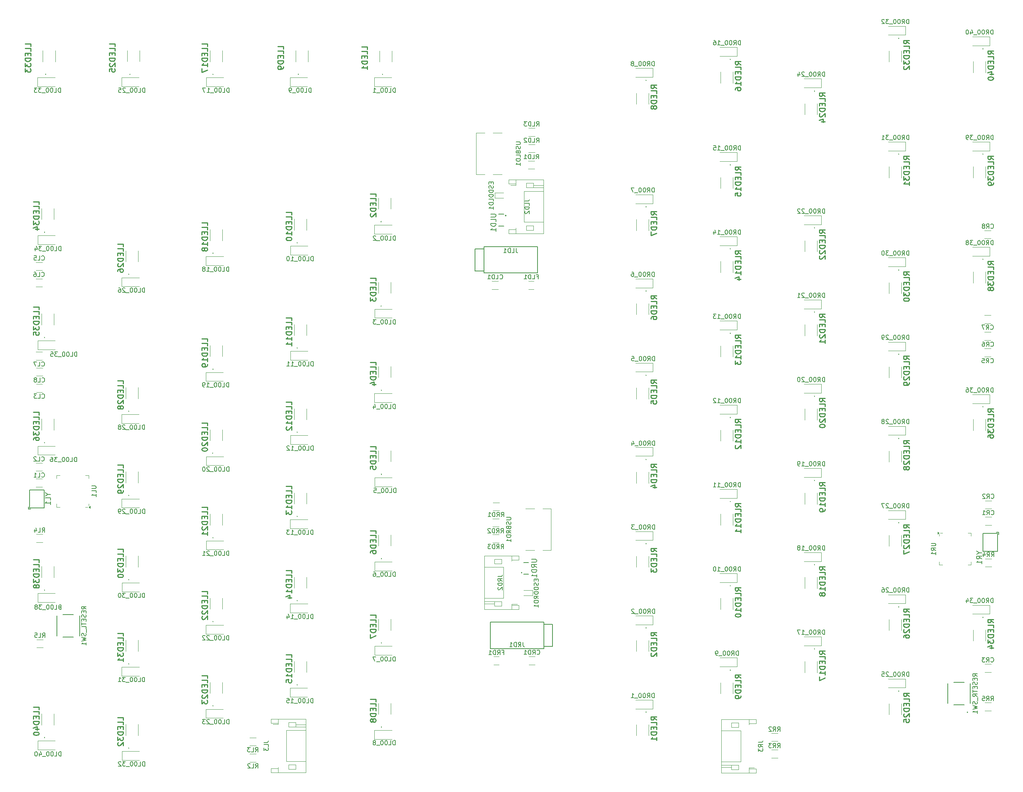
<source format=gbr>
%TF.GenerationSoftware,KiCad,Pcbnew,8.0.2*%
%TF.CreationDate,2024-06-18T01:05:25+09:00*%
%TF.ProjectId,accelerator,61636365-6c65-4726-9174-6f722e6b6963,v1.0.0*%
%TF.SameCoordinates,Original*%
%TF.FileFunction,Legend,Bot*%
%TF.FilePolarity,Positive*%
%FSLAX46Y46*%
G04 Gerber Fmt 4.6, Leading zero omitted, Abs format (unit mm)*
G04 Created by KiCad (PCBNEW 8.0.2) date 2024-06-18 01:05:25*
%MOMM*%
%LPD*%
G01*
G04 APERTURE LIST*
%ADD10C,0.254000*%
%ADD11C,0.150000*%
%ADD12C,0.152000*%
%ADD13C,0.100000*%
%ADD14C,0.200000*%
%ADD15C,0.120000*%
%ADD16C,0.127000*%
G04 APERTURE END LIST*
D10*
X116414318Y-62384999D02*
X116414318Y-61780237D01*
X116414318Y-61780237D02*
X115144318Y-61780237D01*
X116414318Y-63413094D02*
X116414318Y-62808332D01*
X116414318Y-62808332D02*
X115144318Y-62808332D01*
X115749080Y-63836427D02*
X115749080Y-64259761D01*
X116414318Y-64441189D02*
X116414318Y-63836427D01*
X116414318Y-63836427D02*
X115144318Y-63836427D01*
X115144318Y-63836427D02*
X115144318Y-64441189D01*
X116414318Y-64985475D02*
X115144318Y-64985475D01*
X115144318Y-64985475D02*
X115144318Y-65287856D01*
X115144318Y-65287856D02*
X115204794Y-65469285D01*
X115204794Y-65469285D02*
X115325746Y-65590237D01*
X115325746Y-65590237D02*
X115446699Y-65650714D01*
X115446699Y-65650714D02*
X115688603Y-65711190D01*
X115688603Y-65711190D02*
X115870032Y-65711190D01*
X115870032Y-65711190D02*
X116111937Y-65650714D01*
X116111937Y-65650714D02*
X116232889Y-65590237D01*
X116232889Y-65590237D02*
X116353842Y-65469285D01*
X116353842Y-65469285D02*
X116414318Y-65287856D01*
X116414318Y-65287856D02*
X116414318Y-64985475D01*
X115265270Y-66194999D02*
X115204794Y-66255475D01*
X115204794Y-66255475D02*
X115144318Y-66376428D01*
X115144318Y-66376428D02*
X115144318Y-66678809D01*
X115144318Y-66678809D02*
X115204794Y-66799761D01*
X115204794Y-66799761D02*
X115265270Y-66860237D01*
X115265270Y-66860237D02*
X115386222Y-66920714D01*
X115386222Y-66920714D02*
X115507175Y-66920714D01*
X115507175Y-66920714D02*
X115688603Y-66860237D01*
X115688603Y-66860237D02*
X116414318Y-66134523D01*
X116414318Y-66134523D02*
X116414318Y-66920714D01*
X115144318Y-68069761D02*
X115144318Y-67464999D01*
X115144318Y-67464999D02*
X115749080Y-67404523D01*
X115749080Y-67404523D02*
X115688603Y-67464999D01*
X115688603Y-67464999D02*
X115628127Y-67585952D01*
X115628127Y-67585952D02*
X115628127Y-67888333D01*
X115628127Y-67888333D02*
X115688603Y-68009285D01*
X115688603Y-68009285D02*
X115749080Y-68069761D01*
X115749080Y-68069761D02*
X115870032Y-68130238D01*
X115870032Y-68130238D02*
X116172413Y-68130238D01*
X116172413Y-68130238D02*
X116293365Y-68069761D01*
X116293365Y-68069761D02*
X116353842Y-68009285D01*
X116353842Y-68009285D02*
X116414318Y-67888333D01*
X116414318Y-67888333D02*
X116414318Y-67585952D01*
X116414318Y-67585952D02*
X116353842Y-67464999D01*
X116353842Y-67464999D02*
X116293365Y-67404523D01*
X296041205Y-171282889D02*
X295436443Y-170859555D01*
X296041205Y-170557174D02*
X294771205Y-170557174D01*
X294771205Y-170557174D02*
X294771205Y-171040984D01*
X294771205Y-171040984D02*
X294831681Y-171161936D01*
X294831681Y-171161936D02*
X294892157Y-171222413D01*
X294892157Y-171222413D02*
X295013109Y-171282889D01*
X295013109Y-171282889D02*
X295194538Y-171282889D01*
X295194538Y-171282889D02*
X295315490Y-171222413D01*
X295315490Y-171222413D02*
X295375967Y-171161936D01*
X295375967Y-171161936D02*
X295436443Y-171040984D01*
X295436443Y-171040984D02*
X295436443Y-170557174D01*
X296041205Y-172431936D02*
X296041205Y-171827174D01*
X296041205Y-171827174D02*
X294771205Y-171827174D01*
X295375967Y-172855269D02*
X295375967Y-173278603D01*
X296041205Y-173460031D02*
X296041205Y-172855269D01*
X296041205Y-172855269D02*
X294771205Y-172855269D01*
X294771205Y-172855269D02*
X294771205Y-173460031D01*
X296041205Y-174004317D02*
X294771205Y-174004317D01*
X294771205Y-174004317D02*
X294771205Y-174306698D01*
X294771205Y-174306698D02*
X294831681Y-174488127D01*
X294831681Y-174488127D02*
X294952633Y-174609079D01*
X294952633Y-174609079D02*
X295073586Y-174669556D01*
X295073586Y-174669556D02*
X295315490Y-174730032D01*
X295315490Y-174730032D02*
X295496919Y-174730032D01*
X295496919Y-174730032D02*
X295738824Y-174669556D01*
X295738824Y-174669556D02*
X295859776Y-174609079D01*
X295859776Y-174609079D02*
X295980729Y-174488127D01*
X295980729Y-174488127D02*
X296041205Y-174306698D01*
X296041205Y-174306698D02*
X296041205Y-174004317D01*
X294892157Y-175213841D02*
X294831681Y-175274317D01*
X294831681Y-175274317D02*
X294771205Y-175395270D01*
X294771205Y-175395270D02*
X294771205Y-175697651D01*
X294771205Y-175697651D02*
X294831681Y-175818603D01*
X294831681Y-175818603D02*
X294892157Y-175879079D01*
X294892157Y-175879079D02*
X295013109Y-175939556D01*
X295013109Y-175939556D02*
X295134062Y-175939556D01*
X295134062Y-175939556D02*
X295315490Y-175879079D01*
X295315490Y-175879079D02*
X296041205Y-175153365D01*
X296041205Y-175153365D02*
X296041205Y-175939556D01*
X294771205Y-176362889D02*
X294771205Y-177209556D01*
X294771205Y-177209556D02*
X296041205Y-176665270D01*
X315101205Y-87912889D02*
X314496443Y-87489555D01*
X315101205Y-87187174D02*
X313831205Y-87187174D01*
X313831205Y-87187174D02*
X313831205Y-87670984D01*
X313831205Y-87670984D02*
X313891681Y-87791936D01*
X313891681Y-87791936D02*
X313952157Y-87852413D01*
X313952157Y-87852413D02*
X314073109Y-87912889D01*
X314073109Y-87912889D02*
X314254538Y-87912889D01*
X314254538Y-87912889D02*
X314375490Y-87852413D01*
X314375490Y-87852413D02*
X314435967Y-87791936D01*
X314435967Y-87791936D02*
X314496443Y-87670984D01*
X314496443Y-87670984D02*
X314496443Y-87187174D01*
X315101205Y-89061936D02*
X315101205Y-88457174D01*
X315101205Y-88457174D02*
X313831205Y-88457174D01*
X314435967Y-89485269D02*
X314435967Y-89908603D01*
X315101205Y-90090031D02*
X315101205Y-89485269D01*
X315101205Y-89485269D02*
X313831205Y-89485269D01*
X313831205Y-89485269D02*
X313831205Y-90090031D01*
X315101205Y-90634317D02*
X313831205Y-90634317D01*
X313831205Y-90634317D02*
X313831205Y-90936698D01*
X313831205Y-90936698D02*
X313891681Y-91118127D01*
X313891681Y-91118127D02*
X314012633Y-91239079D01*
X314012633Y-91239079D02*
X314133586Y-91299556D01*
X314133586Y-91299556D02*
X314375490Y-91360032D01*
X314375490Y-91360032D02*
X314556919Y-91360032D01*
X314556919Y-91360032D02*
X314798824Y-91299556D01*
X314798824Y-91299556D02*
X314919776Y-91239079D01*
X314919776Y-91239079D02*
X315040729Y-91118127D01*
X315040729Y-91118127D02*
X315101205Y-90936698D01*
X315101205Y-90936698D02*
X315101205Y-90634317D01*
X313831205Y-91783365D02*
X313831205Y-92569556D01*
X313831205Y-92569556D02*
X314315014Y-92146222D01*
X314315014Y-92146222D02*
X314315014Y-92327651D01*
X314315014Y-92327651D02*
X314375490Y-92448603D01*
X314375490Y-92448603D02*
X314435967Y-92509079D01*
X314435967Y-92509079D02*
X314556919Y-92569556D01*
X314556919Y-92569556D02*
X314859300Y-92569556D01*
X314859300Y-92569556D02*
X314980252Y-92509079D01*
X314980252Y-92509079D02*
X315040729Y-92448603D01*
X315040729Y-92448603D02*
X315101205Y-92327651D01*
X315101205Y-92327651D02*
X315101205Y-91964794D01*
X315101205Y-91964794D02*
X315040729Y-91843841D01*
X315040729Y-91843841D02*
X314980252Y-91783365D01*
X315101205Y-93174318D02*
X315101205Y-93416222D01*
X315101205Y-93416222D02*
X315040729Y-93537175D01*
X315040729Y-93537175D02*
X314980252Y-93597651D01*
X314980252Y-93597651D02*
X314798824Y-93718603D01*
X314798824Y-93718603D02*
X314556919Y-93779080D01*
X314556919Y-93779080D02*
X314073109Y-93779080D01*
X314073109Y-93779080D02*
X313952157Y-93718603D01*
X313952157Y-93718603D02*
X313891681Y-93658127D01*
X313891681Y-93658127D02*
X313831205Y-93537175D01*
X313831205Y-93537175D02*
X313831205Y-93295270D01*
X313831205Y-93295270D02*
X313891681Y-93174318D01*
X313891681Y-93174318D02*
X313952157Y-93113841D01*
X313952157Y-93113841D02*
X314073109Y-93053365D01*
X314073109Y-93053365D02*
X314375490Y-93053365D01*
X314375490Y-93053365D02*
X314496443Y-93113841D01*
X314496443Y-93113841D02*
X314556919Y-93174318D01*
X314556919Y-93174318D02*
X314617395Y-93295270D01*
X314617395Y-93295270D02*
X314617395Y-93537175D01*
X314617395Y-93537175D02*
X314556919Y-93658127D01*
X314556919Y-93658127D02*
X314496443Y-93718603D01*
X314496443Y-93718603D02*
X314375490Y-93779080D01*
X238891205Y-195667651D02*
X238286443Y-195244317D01*
X238891205Y-194941936D02*
X237621205Y-194941936D01*
X237621205Y-194941936D02*
X237621205Y-195425746D01*
X237621205Y-195425746D02*
X237681681Y-195546698D01*
X237681681Y-195546698D02*
X237742157Y-195607175D01*
X237742157Y-195607175D02*
X237863109Y-195667651D01*
X237863109Y-195667651D02*
X238044538Y-195667651D01*
X238044538Y-195667651D02*
X238165490Y-195607175D01*
X238165490Y-195607175D02*
X238225967Y-195546698D01*
X238225967Y-195546698D02*
X238286443Y-195425746D01*
X238286443Y-195425746D02*
X238286443Y-194941936D01*
X238891205Y-196816698D02*
X238891205Y-196211936D01*
X238891205Y-196211936D02*
X237621205Y-196211936D01*
X238225967Y-197240031D02*
X238225967Y-197663365D01*
X238891205Y-197844793D02*
X238891205Y-197240031D01*
X238891205Y-197240031D02*
X237621205Y-197240031D01*
X237621205Y-197240031D02*
X237621205Y-197844793D01*
X238891205Y-198389079D02*
X237621205Y-198389079D01*
X237621205Y-198389079D02*
X237621205Y-198691460D01*
X237621205Y-198691460D02*
X237681681Y-198872889D01*
X237681681Y-198872889D02*
X237802633Y-198993841D01*
X237802633Y-198993841D02*
X237923586Y-199054318D01*
X237923586Y-199054318D02*
X238165490Y-199114794D01*
X238165490Y-199114794D02*
X238346919Y-199114794D01*
X238346919Y-199114794D02*
X238588824Y-199054318D01*
X238588824Y-199054318D02*
X238709776Y-198993841D01*
X238709776Y-198993841D02*
X238830729Y-198872889D01*
X238830729Y-198872889D02*
X238891205Y-198691460D01*
X238891205Y-198691460D02*
X238891205Y-198389079D01*
X237742157Y-199598603D02*
X237681681Y-199659079D01*
X237681681Y-199659079D02*
X237621205Y-199780032D01*
X237621205Y-199780032D02*
X237621205Y-200082413D01*
X237621205Y-200082413D02*
X237681681Y-200203365D01*
X237681681Y-200203365D02*
X237742157Y-200263841D01*
X237742157Y-200263841D02*
X237863109Y-200324318D01*
X237863109Y-200324318D02*
X237984062Y-200324318D01*
X237984062Y-200324318D02*
X238165490Y-200263841D01*
X238165490Y-200263841D02*
X238891205Y-199538127D01*
X238891205Y-199538127D02*
X238891205Y-200324318D01*
X257951205Y-166502889D02*
X257346443Y-166079555D01*
X257951205Y-165777174D02*
X256681205Y-165777174D01*
X256681205Y-165777174D02*
X256681205Y-166260984D01*
X256681205Y-166260984D02*
X256741681Y-166381936D01*
X256741681Y-166381936D02*
X256802157Y-166442413D01*
X256802157Y-166442413D02*
X256923109Y-166502889D01*
X256923109Y-166502889D02*
X257104538Y-166502889D01*
X257104538Y-166502889D02*
X257225490Y-166442413D01*
X257225490Y-166442413D02*
X257285967Y-166381936D01*
X257285967Y-166381936D02*
X257346443Y-166260984D01*
X257346443Y-166260984D02*
X257346443Y-165777174D01*
X257951205Y-167651936D02*
X257951205Y-167047174D01*
X257951205Y-167047174D02*
X256681205Y-167047174D01*
X257285967Y-168075269D02*
X257285967Y-168498603D01*
X257951205Y-168680031D02*
X257951205Y-168075269D01*
X257951205Y-168075269D02*
X256681205Y-168075269D01*
X256681205Y-168075269D02*
X256681205Y-168680031D01*
X257951205Y-169224317D02*
X256681205Y-169224317D01*
X256681205Y-169224317D02*
X256681205Y-169526698D01*
X256681205Y-169526698D02*
X256741681Y-169708127D01*
X256741681Y-169708127D02*
X256862633Y-169829079D01*
X256862633Y-169829079D02*
X256983586Y-169889556D01*
X256983586Y-169889556D02*
X257225490Y-169950032D01*
X257225490Y-169950032D02*
X257406919Y-169950032D01*
X257406919Y-169950032D02*
X257648824Y-169889556D01*
X257648824Y-169889556D02*
X257769776Y-169829079D01*
X257769776Y-169829079D02*
X257890729Y-169708127D01*
X257890729Y-169708127D02*
X257951205Y-169526698D01*
X257951205Y-169526698D02*
X257951205Y-169224317D01*
X257951205Y-171159556D02*
X257951205Y-170433841D01*
X257951205Y-170796698D02*
X256681205Y-170796698D01*
X256681205Y-170796698D02*
X256862633Y-170675746D01*
X256862633Y-170675746D02*
X256983586Y-170554794D01*
X256983586Y-170554794D02*
X257044062Y-170433841D01*
X257951205Y-172369080D02*
X257951205Y-171643365D01*
X257951205Y-172006222D02*
X256681205Y-172006222D01*
X256681205Y-172006222D02*
X256862633Y-171885270D01*
X256862633Y-171885270D02*
X256983586Y-171764318D01*
X256983586Y-171764318D02*
X257044062Y-171643365D01*
X175439318Y-172534761D02*
X175439318Y-171929999D01*
X175439318Y-171929999D02*
X174169318Y-171929999D01*
X175439318Y-173562856D02*
X175439318Y-172958094D01*
X175439318Y-172958094D02*
X174169318Y-172958094D01*
X174774080Y-173986189D02*
X174774080Y-174409523D01*
X175439318Y-174590951D02*
X175439318Y-173986189D01*
X175439318Y-173986189D02*
X174169318Y-173986189D01*
X174169318Y-173986189D02*
X174169318Y-174590951D01*
X175439318Y-175135237D02*
X174169318Y-175135237D01*
X174169318Y-175135237D02*
X174169318Y-175437618D01*
X174169318Y-175437618D02*
X174229794Y-175619047D01*
X174229794Y-175619047D02*
X174350746Y-175739999D01*
X174350746Y-175739999D02*
X174471699Y-175800476D01*
X174471699Y-175800476D02*
X174713603Y-175860952D01*
X174713603Y-175860952D02*
X174895032Y-175860952D01*
X174895032Y-175860952D02*
X175136937Y-175800476D01*
X175136937Y-175800476D02*
X175257889Y-175739999D01*
X175257889Y-175739999D02*
X175378842Y-175619047D01*
X175378842Y-175619047D02*
X175439318Y-175437618D01*
X175439318Y-175437618D02*
X175439318Y-175135237D01*
X174169318Y-176949523D02*
X174169318Y-176707618D01*
X174169318Y-176707618D02*
X174229794Y-176586666D01*
X174229794Y-176586666D02*
X174290270Y-176526190D01*
X174290270Y-176526190D02*
X174471699Y-176405237D01*
X174471699Y-176405237D02*
X174713603Y-176344761D01*
X174713603Y-176344761D02*
X175197413Y-176344761D01*
X175197413Y-176344761D02*
X175318365Y-176405237D01*
X175318365Y-176405237D02*
X175378842Y-176465714D01*
X175378842Y-176465714D02*
X175439318Y-176586666D01*
X175439318Y-176586666D02*
X175439318Y-176828571D01*
X175439318Y-176828571D02*
X175378842Y-176949523D01*
X175378842Y-176949523D02*
X175318365Y-177009999D01*
X175318365Y-177009999D02*
X175197413Y-177070476D01*
X175197413Y-177070476D02*
X174895032Y-177070476D01*
X174895032Y-177070476D02*
X174774080Y-177009999D01*
X174774080Y-177009999D02*
X174713603Y-176949523D01*
X174713603Y-176949523D02*
X174653127Y-176828571D01*
X174653127Y-176828571D02*
X174653127Y-176586666D01*
X174653127Y-176586666D02*
X174713603Y-176465714D01*
X174713603Y-176465714D02*
X174774080Y-176405237D01*
X174774080Y-176405237D02*
X174895032Y-176344761D01*
X156369318Y-100508999D02*
X156369318Y-99904237D01*
X156369318Y-99904237D02*
X155099318Y-99904237D01*
X156369318Y-101537094D02*
X156369318Y-100932332D01*
X156369318Y-100932332D02*
X155099318Y-100932332D01*
X155704080Y-101960427D02*
X155704080Y-102383761D01*
X156369318Y-102565189D02*
X156369318Y-101960427D01*
X156369318Y-101960427D02*
X155099318Y-101960427D01*
X155099318Y-101960427D02*
X155099318Y-102565189D01*
X156369318Y-103109475D02*
X155099318Y-103109475D01*
X155099318Y-103109475D02*
X155099318Y-103411856D01*
X155099318Y-103411856D02*
X155159794Y-103593285D01*
X155159794Y-103593285D02*
X155280746Y-103714237D01*
X155280746Y-103714237D02*
X155401699Y-103774714D01*
X155401699Y-103774714D02*
X155643603Y-103835190D01*
X155643603Y-103835190D02*
X155825032Y-103835190D01*
X155825032Y-103835190D02*
X156066937Y-103774714D01*
X156066937Y-103774714D02*
X156187889Y-103714237D01*
X156187889Y-103714237D02*
X156308842Y-103593285D01*
X156308842Y-103593285D02*
X156369318Y-103411856D01*
X156369318Y-103411856D02*
X156369318Y-103109475D01*
X156369318Y-105044714D02*
X156369318Y-104318999D01*
X156369318Y-104681856D02*
X155099318Y-104681856D01*
X155099318Y-104681856D02*
X155280746Y-104560904D01*
X155280746Y-104560904D02*
X155401699Y-104439952D01*
X155401699Y-104439952D02*
X155462175Y-104318999D01*
X155099318Y-105830904D02*
X155099318Y-105951857D01*
X155099318Y-105951857D02*
X155159794Y-106072809D01*
X155159794Y-106072809D02*
X155220270Y-106133285D01*
X155220270Y-106133285D02*
X155341222Y-106193761D01*
X155341222Y-106193761D02*
X155583127Y-106254238D01*
X155583127Y-106254238D02*
X155885508Y-106254238D01*
X155885508Y-106254238D02*
X156127413Y-106193761D01*
X156127413Y-106193761D02*
X156248365Y-106133285D01*
X156248365Y-106133285D02*
X156308842Y-106072809D01*
X156308842Y-106072809D02*
X156369318Y-105951857D01*
X156369318Y-105951857D02*
X156369318Y-105830904D01*
X156369318Y-105830904D02*
X156308842Y-105709952D01*
X156308842Y-105709952D02*
X156248365Y-105649476D01*
X156248365Y-105649476D02*
X156127413Y-105588999D01*
X156127413Y-105588999D02*
X155885508Y-105528523D01*
X155885508Y-105528523D02*
X155583127Y-105528523D01*
X155583127Y-105528523D02*
X155341222Y-105588999D01*
X155341222Y-105588999D02*
X155220270Y-105649476D01*
X155220270Y-105649476D02*
X155159794Y-105709952D01*
X155159794Y-105709952D02*
X155099318Y-105830904D01*
X296041205Y-61717889D02*
X295436443Y-61294555D01*
X296041205Y-60992174D02*
X294771205Y-60992174D01*
X294771205Y-60992174D02*
X294771205Y-61475984D01*
X294771205Y-61475984D02*
X294831681Y-61596936D01*
X294831681Y-61596936D02*
X294892157Y-61657413D01*
X294892157Y-61657413D02*
X295013109Y-61717889D01*
X295013109Y-61717889D02*
X295194538Y-61717889D01*
X295194538Y-61717889D02*
X295315490Y-61657413D01*
X295315490Y-61657413D02*
X295375967Y-61596936D01*
X295375967Y-61596936D02*
X295436443Y-61475984D01*
X295436443Y-61475984D02*
X295436443Y-60992174D01*
X296041205Y-62866936D02*
X296041205Y-62262174D01*
X296041205Y-62262174D02*
X294771205Y-62262174D01*
X295375967Y-63290269D02*
X295375967Y-63713603D01*
X296041205Y-63895031D02*
X296041205Y-63290269D01*
X296041205Y-63290269D02*
X294771205Y-63290269D01*
X294771205Y-63290269D02*
X294771205Y-63895031D01*
X296041205Y-64439317D02*
X294771205Y-64439317D01*
X294771205Y-64439317D02*
X294771205Y-64741698D01*
X294771205Y-64741698D02*
X294831681Y-64923127D01*
X294831681Y-64923127D02*
X294952633Y-65044079D01*
X294952633Y-65044079D02*
X295073586Y-65104556D01*
X295073586Y-65104556D02*
X295315490Y-65165032D01*
X295315490Y-65165032D02*
X295496919Y-65165032D01*
X295496919Y-65165032D02*
X295738824Y-65104556D01*
X295738824Y-65104556D02*
X295859776Y-65044079D01*
X295859776Y-65044079D02*
X295980729Y-64923127D01*
X295980729Y-64923127D02*
X296041205Y-64741698D01*
X296041205Y-64741698D02*
X296041205Y-64439317D01*
X294771205Y-65588365D02*
X294771205Y-66374556D01*
X294771205Y-66374556D02*
X295255014Y-65951222D01*
X295255014Y-65951222D02*
X295255014Y-66132651D01*
X295255014Y-66132651D02*
X295315490Y-66253603D01*
X295315490Y-66253603D02*
X295375967Y-66314079D01*
X295375967Y-66314079D02*
X295496919Y-66374556D01*
X295496919Y-66374556D02*
X295799300Y-66374556D01*
X295799300Y-66374556D02*
X295920252Y-66314079D01*
X295920252Y-66314079D02*
X295980729Y-66253603D01*
X295980729Y-66253603D02*
X296041205Y-66132651D01*
X296041205Y-66132651D02*
X296041205Y-65769794D01*
X296041205Y-65769794D02*
X295980729Y-65648841D01*
X295980729Y-65648841D02*
X295920252Y-65588365D01*
X294892157Y-66858365D02*
X294831681Y-66918841D01*
X294831681Y-66918841D02*
X294771205Y-67039794D01*
X294771205Y-67039794D02*
X294771205Y-67342175D01*
X294771205Y-67342175D02*
X294831681Y-67463127D01*
X294831681Y-67463127D02*
X294892157Y-67523603D01*
X294892157Y-67523603D02*
X295013109Y-67584080D01*
X295013109Y-67584080D02*
X295134062Y-67584080D01*
X295134062Y-67584080D02*
X295315490Y-67523603D01*
X295315490Y-67523603D02*
X296041205Y-66797889D01*
X296041205Y-66797889D02*
X296041205Y-67584080D01*
X315081205Y-145062889D02*
X314476443Y-144639555D01*
X315081205Y-144337174D02*
X313811205Y-144337174D01*
X313811205Y-144337174D02*
X313811205Y-144820984D01*
X313811205Y-144820984D02*
X313871681Y-144941936D01*
X313871681Y-144941936D02*
X313932157Y-145002413D01*
X313932157Y-145002413D02*
X314053109Y-145062889D01*
X314053109Y-145062889D02*
X314234538Y-145062889D01*
X314234538Y-145062889D02*
X314355490Y-145002413D01*
X314355490Y-145002413D02*
X314415967Y-144941936D01*
X314415967Y-144941936D02*
X314476443Y-144820984D01*
X314476443Y-144820984D02*
X314476443Y-144337174D01*
X315081205Y-146211936D02*
X315081205Y-145607174D01*
X315081205Y-145607174D02*
X313811205Y-145607174D01*
X314415967Y-146635269D02*
X314415967Y-147058603D01*
X315081205Y-147240031D02*
X315081205Y-146635269D01*
X315081205Y-146635269D02*
X313811205Y-146635269D01*
X313811205Y-146635269D02*
X313811205Y-147240031D01*
X315081205Y-147784317D02*
X313811205Y-147784317D01*
X313811205Y-147784317D02*
X313811205Y-148086698D01*
X313811205Y-148086698D02*
X313871681Y-148268127D01*
X313871681Y-148268127D02*
X313992633Y-148389079D01*
X313992633Y-148389079D02*
X314113586Y-148449556D01*
X314113586Y-148449556D02*
X314355490Y-148510032D01*
X314355490Y-148510032D02*
X314536919Y-148510032D01*
X314536919Y-148510032D02*
X314778824Y-148449556D01*
X314778824Y-148449556D02*
X314899776Y-148389079D01*
X314899776Y-148389079D02*
X315020729Y-148268127D01*
X315020729Y-148268127D02*
X315081205Y-148086698D01*
X315081205Y-148086698D02*
X315081205Y-147784317D01*
X313811205Y-148933365D02*
X313811205Y-149719556D01*
X313811205Y-149719556D02*
X314295014Y-149296222D01*
X314295014Y-149296222D02*
X314295014Y-149477651D01*
X314295014Y-149477651D02*
X314355490Y-149598603D01*
X314355490Y-149598603D02*
X314415967Y-149659079D01*
X314415967Y-149659079D02*
X314536919Y-149719556D01*
X314536919Y-149719556D02*
X314839300Y-149719556D01*
X314839300Y-149719556D02*
X314960252Y-149659079D01*
X314960252Y-149659079D02*
X315020729Y-149598603D01*
X315020729Y-149598603D02*
X315081205Y-149477651D01*
X315081205Y-149477651D02*
X315081205Y-149114794D01*
X315081205Y-149114794D02*
X315020729Y-148993841D01*
X315020729Y-148993841D02*
X314960252Y-148933365D01*
X313811205Y-150808127D02*
X313811205Y-150566222D01*
X313811205Y-150566222D02*
X313871681Y-150445270D01*
X313871681Y-150445270D02*
X313932157Y-150384794D01*
X313932157Y-150384794D02*
X314113586Y-150263841D01*
X314113586Y-150263841D02*
X314355490Y-150203365D01*
X314355490Y-150203365D02*
X314839300Y-150203365D01*
X314839300Y-150203365D02*
X314960252Y-150263841D01*
X314960252Y-150263841D02*
X315020729Y-150324318D01*
X315020729Y-150324318D02*
X315081205Y-150445270D01*
X315081205Y-150445270D02*
X315081205Y-150687175D01*
X315081205Y-150687175D02*
X315020729Y-150808127D01*
X315020729Y-150808127D02*
X314960252Y-150868603D01*
X314960252Y-150868603D02*
X314839300Y-150929080D01*
X314839300Y-150929080D02*
X314536919Y-150929080D01*
X314536919Y-150929080D02*
X314415967Y-150868603D01*
X314415967Y-150868603D02*
X314355490Y-150808127D01*
X314355490Y-150808127D02*
X314295014Y-150687175D01*
X314295014Y-150687175D02*
X314295014Y-150445270D01*
X314295014Y-150445270D02*
X314355490Y-150324318D01*
X314355490Y-150324318D02*
X314415967Y-150263841D01*
X314415967Y-150263841D02*
X314536919Y-150203365D01*
X137329318Y-102869999D02*
X137329318Y-102265237D01*
X137329318Y-102265237D02*
X136059318Y-102265237D01*
X137329318Y-103898094D02*
X137329318Y-103293332D01*
X137329318Y-103293332D02*
X136059318Y-103293332D01*
X136664080Y-104321427D02*
X136664080Y-104744761D01*
X137329318Y-104926189D02*
X137329318Y-104321427D01*
X137329318Y-104321427D02*
X136059318Y-104321427D01*
X136059318Y-104321427D02*
X136059318Y-104926189D01*
X137329318Y-105470475D02*
X136059318Y-105470475D01*
X136059318Y-105470475D02*
X136059318Y-105772856D01*
X136059318Y-105772856D02*
X136119794Y-105954285D01*
X136119794Y-105954285D02*
X136240746Y-106075237D01*
X136240746Y-106075237D02*
X136361699Y-106135714D01*
X136361699Y-106135714D02*
X136603603Y-106196190D01*
X136603603Y-106196190D02*
X136785032Y-106196190D01*
X136785032Y-106196190D02*
X137026937Y-106135714D01*
X137026937Y-106135714D02*
X137147889Y-106075237D01*
X137147889Y-106075237D02*
X137268842Y-105954285D01*
X137268842Y-105954285D02*
X137329318Y-105772856D01*
X137329318Y-105772856D02*
X137329318Y-105470475D01*
X137329318Y-107405714D02*
X137329318Y-106679999D01*
X137329318Y-107042856D02*
X136059318Y-107042856D01*
X136059318Y-107042856D02*
X136240746Y-106921904D01*
X136240746Y-106921904D02*
X136361699Y-106800952D01*
X136361699Y-106800952D02*
X136422175Y-106679999D01*
X136603603Y-108131428D02*
X136543127Y-108010476D01*
X136543127Y-108010476D02*
X136482651Y-107949999D01*
X136482651Y-107949999D02*
X136361699Y-107889523D01*
X136361699Y-107889523D02*
X136301222Y-107889523D01*
X136301222Y-107889523D02*
X136180270Y-107949999D01*
X136180270Y-107949999D02*
X136119794Y-108010476D01*
X136119794Y-108010476D02*
X136059318Y-108131428D01*
X136059318Y-108131428D02*
X136059318Y-108373333D01*
X136059318Y-108373333D02*
X136119794Y-108494285D01*
X136119794Y-108494285D02*
X136180270Y-108554761D01*
X136180270Y-108554761D02*
X136301222Y-108615238D01*
X136301222Y-108615238D02*
X136361699Y-108615238D01*
X136361699Y-108615238D02*
X136482651Y-108554761D01*
X136482651Y-108554761D02*
X136543127Y-108494285D01*
X136543127Y-108494285D02*
X136603603Y-108373333D01*
X136603603Y-108373333D02*
X136603603Y-108131428D01*
X136603603Y-108131428D02*
X136664080Y-108010476D01*
X136664080Y-108010476D02*
X136724556Y-107949999D01*
X136724556Y-107949999D02*
X136845508Y-107889523D01*
X136845508Y-107889523D02*
X137087413Y-107889523D01*
X137087413Y-107889523D02*
X137208365Y-107949999D01*
X137208365Y-107949999D02*
X137268842Y-108010476D01*
X137268842Y-108010476D02*
X137329318Y-108131428D01*
X137329318Y-108131428D02*
X137329318Y-108373333D01*
X137329318Y-108373333D02*
X137268842Y-108494285D01*
X137268842Y-108494285D02*
X137208365Y-108554761D01*
X137208365Y-108554761D02*
X137087413Y-108615238D01*
X137087413Y-108615238D02*
X136845508Y-108615238D01*
X136845508Y-108615238D02*
X136724556Y-108554761D01*
X136724556Y-108554761D02*
X136664080Y-108494285D01*
X136664080Y-108494285D02*
X136603603Y-108373333D01*
X238911205Y-119467651D02*
X238306443Y-119044317D01*
X238911205Y-118741936D02*
X237641205Y-118741936D01*
X237641205Y-118741936D02*
X237641205Y-119225746D01*
X237641205Y-119225746D02*
X237701681Y-119346698D01*
X237701681Y-119346698D02*
X237762157Y-119407175D01*
X237762157Y-119407175D02*
X237883109Y-119467651D01*
X237883109Y-119467651D02*
X238064538Y-119467651D01*
X238064538Y-119467651D02*
X238185490Y-119407175D01*
X238185490Y-119407175D02*
X238245967Y-119346698D01*
X238245967Y-119346698D02*
X238306443Y-119225746D01*
X238306443Y-119225746D02*
X238306443Y-118741936D01*
X238911205Y-120616698D02*
X238911205Y-120011936D01*
X238911205Y-120011936D02*
X237641205Y-120011936D01*
X238245967Y-121040031D02*
X238245967Y-121463365D01*
X238911205Y-121644793D02*
X238911205Y-121040031D01*
X238911205Y-121040031D02*
X237641205Y-121040031D01*
X237641205Y-121040031D02*
X237641205Y-121644793D01*
X238911205Y-122189079D02*
X237641205Y-122189079D01*
X237641205Y-122189079D02*
X237641205Y-122491460D01*
X237641205Y-122491460D02*
X237701681Y-122672889D01*
X237701681Y-122672889D02*
X237822633Y-122793841D01*
X237822633Y-122793841D02*
X237943586Y-122854318D01*
X237943586Y-122854318D02*
X238185490Y-122914794D01*
X238185490Y-122914794D02*
X238366919Y-122914794D01*
X238366919Y-122914794D02*
X238608824Y-122854318D01*
X238608824Y-122854318D02*
X238729776Y-122793841D01*
X238729776Y-122793841D02*
X238850729Y-122672889D01*
X238850729Y-122672889D02*
X238911205Y-122491460D01*
X238911205Y-122491460D02*
X238911205Y-122189079D01*
X237641205Y-124003365D02*
X237641205Y-123761460D01*
X237641205Y-123761460D02*
X237701681Y-123640508D01*
X237701681Y-123640508D02*
X237762157Y-123580032D01*
X237762157Y-123580032D02*
X237943586Y-123459079D01*
X237943586Y-123459079D02*
X238185490Y-123398603D01*
X238185490Y-123398603D02*
X238669300Y-123398603D01*
X238669300Y-123398603D02*
X238790252Y-123459079D01*
X238790252Y-123459079D02*
X238850729Y-123519556D01*
X238850729Y-123519556D02*
X238911205Y-123640508D01*
X238911205Y-123640508D02*
X238911205Y-123882413D01*
X238911205Y-123882413D02*
X238850729Y-124003365D01*
X238850729Y-124003365D02*
X238790252Y-124063841D01*
X238790252Y-124063841D02*
X238669300Y-124124318D01*
X238669300Y-124124318D02*
X238366919Y-124124318D01*
X238366919Y-124124318D02*
X238245967Y-124063841D01*
X238245967Y-124063841D02*
X238185490Y-124003365D01*
X238185490Y-124003365D02*
X238125014Y-123882413D01*
X238125014Y-123882413D02*
X238125014Y-123640508D01*
X238125014Y-123640508D02*
X238185490Y-123519556D01*
X238185490Y-123519556D02*
X238245967Y-123459079D01*
X238245967Y-123459079D02*
X238366919Y-123398603D01*
X99229318Y-98109999D02*
X99229318Y-97505237D01*
X99229318Y-97505237D02*
X97959318Y-97505237D01*
X99229318Y-99138094D02*
X99229318Y-98533332D01*
X99229318Y-98533332D02*
X97959318Y-98533332D01*
X98564080Y-99561427D02*
X98564080Y-99984761D01*
X99229318Y-100166189D02*
X99229318Y-99561427D01*
X99229318Y-99561427D02*
X97959318Y-99561427D01*
X97959318Y-99561427D02*
X97959318Y-100166189D01*
X99229318Y-100710475D02*
X97959318Y-100710475D01*
X97959318Y-100710475D02*
X97959318Y-101012856D01*
X97959318Y-101012856D02*
X98019794Y-101194285D01*
X98019794Y-101194285D02*
X98140746Y-101315237D01*
X98140746Y-101315237D02*
X98261699Y-101375714D01*
X98261699Y-101375714D02*
X98503603Y-101436190D01*
X98503603Y-101436190D02*
X98685032Y-101436190D01*
X98685032Y-101436190D02*
X98926937Y-101375714D01*
X98926937Y-101375714D02*
X99047889Y-101315237D01*
X99047889Y-101315237D02*
X99168842Y-101194285D01*
X99168842Y-101194285D02*
X99229318Y-101012856D01*
X99229318Y-101012856D02*
X99229318Y-100710475D01*
X97959318Y-101859523D02*
X97959318Y-102645714D01*
X97959318Y-102645714D02*
X98443127Y-102222380D01*
X98443127Y-102222380D02*
X98443127Y-102403809D01*
X98443127Y-102403809D02*
X98503603Y-102524761D01*
X98503603Y-102524761D02*
X98564080Y-102585237D01*
X98564080Y-102585237D02*
X98685032Y-102645714D01*
X98685032Y-102645714D02*
X98987413Y-102645714D01*
X98987413Y-102645714D02*
X99108365Y-102585237D01*
X99108365Y-102585237D02*
X99168842Y-102524761D01*
X99168842Y-102524761D02*
X99229318Y-102403809D01*
X99229318Y-102403809D02*
X99229318Y-102040952D01*
X99229318Y-102040952D02*
X99168842Y-101919999D01*
X99168842Y-101919999D02*
X99108365Y-101859523D01*
X98382651Y-103734285D02*
X99229318Y-103734285D01*
X97898842Y-103431904D02*
X98805984Y-103129523D01*
X98805984Y-103129523D02*
X98805984Y-103915714D01*
X175409318Y-96334761D02*
X175409318Y-95729999D01*
X175409318Y-95729999D02*
X174139318Y-95729999D01*
X175409318Y-97362856D02*
X175409318Y-96758094D01*
X175409318Y-96758094D02*
X174139318Y-96758094D01*
X174744080Y-97786189D02*
X174744080Y-98209523D01*
X175409318Y-98390951D02*
X175409318Y-97786189D01*
X175409318Y-97786189D02*
X174139318Y-97786189D01*
X174139318Y-97786189D02*
X174139318Y-98390951D01*
X175409318Y-98935237D02*
X174139318Y-98935237D01*
X174139318Y-98935237D02*
X174139318Y-99237618D01*
X174139318Y-99237618D02*
X174199794Y-99419047D01*
X174199794Y-99419047D02*
X174320746Y-99539999D01*
X174320746Y-99539999D02*
X174441699Y-99600476D01*
X174441699Y-99600476D02*
X174683603Y-99660952D01*
X174683603Y-99660952D02*
X174865032Y-99660952D01*
X174865032Y-99660952D02*
X175106937Y-99600476D01*
X175106937Y-99600476D02*
X175227889Y-99539999D01*
X175227889Y-99539999D02*
X175348842Y-99419047D01*
X175348842Y-99419047D02*
X175409318Y-99237618D01*
X175409318Y-99237618D02*
X175409318Y-98935237D01*
X174260270Y-100144761D02*
X174199794Y-100205237D01*
X174199794Y-100205237D02*
X174139318Y-100326190D01*
X174139318Y-100326190D02*
X174139318Y-100628571D01*
X174139318Y-100628571D02*
X174199794Y-100749523D01*
X174199794Y-100749523D02*
X174260270Y-100809999D01*
X174260270Y-100809999D02*
X174381222Y-100870476D01*
X174381222Y-100870476D02*
X174502175Y-100870476D01*
X174502175Y-100870476D02*
X174683603Y-100809999D01*
X174683603Y-100809999D02*
X175409318Y-100084285D01*
X175409318Y-100084285D02*
X175409318Y-100870476D01*
X238901205Y-100438651D02*
X238296443Y-100015317D01*
X238901205Y-99712936D02*
X237631205Y-99712936D01*
X237631205Y-99712936D02*
X237631205Y-100196746D01*
X237631205Y-100196746D02*
X237691681Y-100317698D01*
X237691681Y-100317698D02*
X237752157Y-100378175D01*
X237752157Y-100378175D02*
X237873109Y-100438651D01*
X237873109Y-100438651D02*
X238054538Y-100438651D01*
X238054538Y-100438651D02*
X238175490Y-100378175D01*
X238175490Y-100378175D02*
X238235967Y-100317698D01*
X238235967Y-100317698D02*
X238296443Y-100196746D01*
X238296443Y-100196746D02*
X238296443Y-99712936D01*
X238901205Y-101587698D02*
X238901205Y-100982936D01*
X238901205Y-100982936D02*
X237631205Y-100982936D01*
X238235967Y-102011031D02*
X238235967Y-102434365D01*
X238901205Y-102615793D02*
X238901205Y-102011031D01*
X238901205Y-102011031D02*
X237631205Y-102011031D01*
X237631205Y-102011031D02*
X237631205Y-102615793D01*
X238901205Y-103160079D02*
X237631205Y-103160079D01*
X237631205Y-103160079D02*
X237631205Y-103462460D01*
X237631205Y-103462460D02*
X237691681Y-103643889D01*
X237691681Y-103643889D02*
X237812633Y-103764841D01*
X237812633Y-103764841D02*
X237933586Y-103825318D01*
X237933586Y-103825318D02*
X238175490Y-103885794D01*
X238175490Y-103885794D02*
X238356919Y-103885794D01*
X238356919Y-103885794D02*
X238598824Y-103825318D01*
X238598824Y-103825318D02*
X238719776Y-103764841D01*
X238719776Y-103764841D02*
X238840729Y-103643889D01*
X238840729Y-103643889D02*
X238901205Y-103462460D01*
X238901205Y-103462460D02*
X238901205Y-103160079D01*
X237631205Y-104309127D02*
X237631205Y-105155794D01*
X237631205Y-105155794D02*
X238901205Y-104611508D01*
X156369318Y-200529999D02*
X156369318Y-199925237D01*
X156369318Y-199925237D02*
X155099318Y-199925237D01*
X156369318Y-201558094D02*
X156369318Y-200953332D01*
X156369318Y-200953332D02*
X155099318Y-200953332D01*
X155704080Y-201981427D02*
X155704080Y-202404761D01*
X156369318Y-202586189D02*
X156369318Y-201981427D01*
X156369318Y-201981427D02*
X155099318Y-201981427D01*
X155099318Y-201981427D02*
X155099318Y-202586189D01*
X156369318Y-203130475D02*
X155099318Y-203130475D01*
X155099318Y-203130475D02*
X155099318Y-203432856D01*
X155099318Y-203432856D02*
X155159794Y-203614285D01*
X155159794Y-203614285D02*
X155280746Y-203735237D01*
X155280746Y-203735237D02*
X155401699Y-203795714D01*
X155401699Y-203795714D02*
X155643603Y-203856190D01*
X155643603Y-203856190D02*
X155825032Y-203856190D01*
X155825032Y-203856190D02*
X156066937Y-203795714D01*
X156066937Y-203795714D02*
X156187889Y-203735237D01*
X156187889Y-203735237D02*
X156308842Y-203614285D01*
X156308842Y-203614285D02*
X156369318Y-203432856D01*
X156369318Y-203432856D02*
X156369318Y-203130475D01*
X156369318Y-205065714D02*
X156369318Y-204339999D01*
X156369318Y-204702856D02*
X155099318Y-204702856D01*
X155099318Y-204702856D02*
X155280746Y-204581904D01*
X155280746Y-204581904D02*
X155401699Y-204460952D01*
X155401699Y-204460952D02*
X155462175Y-204339999D01*
X155099318Y-206214761D02*
X155099318Y-205609999D01*
X155099318Y-205609999D02*
X155704080Y-205549523D01*
X155704080Y-205549523D02*
X155643603Y-205609999D01*
X155643603Y-205609999D02*
X155583127Y-205730952D01*
X155583127Y-205730952D02*
X155583127Y-206033333D01*
X155583127Y-206033333D02*
X155643603Y-206154285D01*
X155643603Y-206154285D02*
X155704080Y-206214761D01*
X155704080Y-206214761D02*
X155825032Y-206275238D01*
X155825032Y-206275238D02*
X156127413Y-206275238D01*
X156127413Y-206275238D02*
X156248365Y-206214761D01*
X156248365Y-206214761D02*
X156308842Y-206154285D01*
X156308842Y-206154285D02*
X156369318Y-206033333D01*
X156369318Y-206033333D02*
X156369318Y-205730952D01*
X156369318Y-205730952D02*
X156308842Y-205609999D01*
X156308842Y-205609999D02*
X156248365Y-205549523D01*
X156369318Y-143379999D02*
X156369318Y-142775237D01*
X156369318Y-142775237D02*
X155099318Y-142775237D01*
X156369318Y-144408094D02*
X156369318Y-143803332D01*
X156369318Y-143803332D02*
X155099318Y-143803332D01*
X155704080Y-144831427D02*
X155704080Y-145254761D01*
X156369318Y-145436189D02*
X156369318Y-144831427D01*
X156369318Y-144831427D02*
X155099318Y-144831427D01*
X155099318Y-144831427D02*
X155099318Y-145436189D01*
X156369318Y-145980475D02*
X155099318Y-145980475D01*
X155099318Y-145980475D02*
X155099318Y-146282856D01*
X155099318Y-146282856D02*
X155159794Y-146464285D01*
X155159794Y-146464285D02*
X155280746Y-146585237D01*
X155280746Y-146585237D02*
X155401699Y-146645714D01*
X155401699Y-146645714D02*
X155643603Y-146706190D01*
X155643603Y-146706190D02*
X155825032Y-146706190D01*
X155825032Y-146706190D02*
X156066937Y-146645714D01*
X156066937Y-146645714D02*
X156187889Y-146585237D01*
X156187889Y-146585237D02*
X156308842Y-146464285D01*
X156308842Y-146464285D02*
X156369318Y-146282856D01*
X156369318Y-146282856D02*
X156369318Y-145980475D01*
X156369318Y-147915714D02*
X156369318Y-147189999D01*
X156369318Y-147552856D02*
X155099318Y-147552856D01*
X155099318Y-147552856D02*
X155280746Y-147431904D01*
X155280746Y-147431904D02*
X155401699Y-147310952D01*
X155401699Y-147310952D02*
X155462175Y-147189999D01*
X155220270Y-148399523D02*
X155159794Y-148459999D01*
X155159794Y-148459999D02*
X155099318Y-148580952D01*
X155099318Y-148580952D02*
X155099318Y-148883333D01*
X155099318Y-148883333D02*
X155159794Y-149004285D01*
X155159794Y-149004285D02*
X155220270Y-149064761D01*
X155220270Y-149064761D02*
X155341222Y-149125238D01*
X155341222Y-149125238D02*
X155462175Y-149125238D01*
X155462175Y-149125238D02*
X155643603Y-149064761D01*
X155643603Y-149064761D02*
X156369318Y-148339047D01*
X156369318Y-148339047D02*
X156369318Y-149125238D01*
X296051205Y-209382889D02*
X295446443Y-208959555D01*
X296051205Y-208657174D02*
X294781205Y-208657174D01*
X294781205Y-208657174D02*
X294781205Y-209140984D01*
X294781205Y-209140984D02*
X294841681Y-209261936D01*
X294841681Y-209261936D02*
X294902157Y-209322413D01*
X294902157Y-209322413D02*
X295023109Y-209382889D01*
X295023109Y-209382889D02*
X295204538Y-209382889D01*
X295204538Y-209382889D02*
X295325490Y-209322413D01*
X295325490Y-209322413D02*
X295385967Y-209261936D01*
X295385967Y-209261936D02*
X295446443Y-209140984D01*
X295446443Y-209140984D02*
X295446443Y-208657174D01*
X296051205Y-210531936D02*
X296051205Y-209927174D01*
X296051205Y-209927174D02*
X294781205Y-209927174D01*
X295385967Y-210955269D02*
X295385967Y-211378603D01*
X296051205Y-211560031D02*
X296051205Y-210955269D01*
X296051205Y-210955269D02*
X294781205Y-210955269D01*
X294781205Y-210955269D02*
X294781205Y-211560031D01*
X296051205Y-212104317D02*
X294781205Y-212104317D01*
X294781205Y-212104317D02*
X294781205Y-212406698D01*
X294781205Y-212406698D02*
X294841681Y-212588127D01*
X294841681Y-212588127D02*
X294962633Y-212709079D01*
X294962633Y-212709079D02*
X295083586Y-212769556D01*
X295083586Y-212769556D02*
X295325490Y-212830032D01*
X295325490Y-212830032D02*
X295506919Y-212830032D01*
X295506919Y-212830032D02*
X295748824Y-212769556D01*
X295748824Y-212769556D02*
X295869776Y-212709079D01*
X295869776Y-212709079D02*
X295990729Y-212588127D01*
X295990729Y-212588127D02*
X296051205Y-212406698D01*
X296051205Y-212406698D02*
X296051205Y-212104317D01*
X294902157Y-213313841D02*
X294841681Y-213374317D01*
X294841681Y-213374317D02*
X294781205Y-213495270D01*
X294781205Y-213495270D02*
X294781205Y-213797651D01*
X294781205Y-213797651D02*
X294841681Y-213918603D01*
X294841681Y-213918603D02*
X294902157Y-213979079D01*
X294902157Y-213979079D02*
X295023109Y-214039556D01*
X295023109Y-214039556D02*
X295144062Y-214039556D01*
X295144062Y-214039556D02*
X295325490Y-213979079D01*
X295325490Y-213979079D02*
X296051205Y-213253365D01*
X296051205Y-213253365D02*
X296051205Y-214039556D01*
X294781205Y-215188603D02*
X294781205Y-214583841D01*
X294781205Y-214583841D02*
X295385967Y-214523365D01*
X295385967Y-214523365D02*
X295325490Y-214583841D01*
X295325490Y-214583841D02*
X295265014Y-214704794D01*
X295265014Y-214704794D02*
X295265014Y-215007175D01*
X295265014Y-215007175D02*
X295325490Y-215128127D01*
X295325490Y-215128127D02*
X295385967Y-215188603D01*
X295385967Y-215188603D02*
X295506919Y-215249080D01*
X295506919Y-215249080D02*
X295809300Y-215249080D01*
X295809300Y-215249080D02*
X295930252Y-215188603D01*
X295930252Y-215188603D02*
X295990729Y-215128127D01*
X295990729Y-215128127D02*
X296051205Y-215007175D01*
X296051205Y-215007175D02*
X296051205Y-214704794D01*
X296051205Y-214704794D02*
X295990729Y-214583841D01*
X295990729Y-214583841D02*
X295930252Y-214523365D01*
X238891205Y-138547651D02*
X238286443Y-138124317D01*
X238891205Y-137821936D02*
X237621205Y-137821936D01*
X237621205Y-137821936D02*
X237621205Y-138305746D01*
X237621205Y-138305746D02*
X237681681Y-138426698D01*
X237681681Y-138426698D02*
X237742157Y-138487175D01*
X237742157Y-138487175D02*
X237863109Y-138547651D01*
X237863109Y-138547651D02*
X238044538Y-138547651D01*
X238044538Y-138547651D02*
X238165490Y-138487175D01*
X238165490Y-138487175D02*
X238225967Y-138426698D01*
X238225967Y-138426698D02*
X238286443Y-138305746D01*
X238286443Y-138305746D02*
X238286443Y-137821936D01*
X238891205Y-139696698D02*
X238891205Y-139091936D01*
X238891205Y-139091936D02*
X237621205Y-139091936D01*
X238225967Y-140120031D02*
X238225967Y-140543365D01*
X238891205Y-140724793D02*
X238891205Y-140120031D01*
X238891205Y-140120031D02*
X237621205Y-140120031D01*
X237621205Y-140120031D02*
X237621205Y-140724793D01*
X238891205Y-141269079D02*
X237621205Y-141269079D01*
X237621205Y-141269079D02*
X237621205Y-141571460D01*
X237621205Y-141571460D02*
X237681681Y-141752889D01*
X237681681Y-141752889D02*
X237802633Y-141873841D01*
X237802633Y-141873841D02*
X237923586Y-141934318D01*
X237923586Y-141934318D02*
X238165490Y-141994794D01*
X238165490Y-141994794D02*
X238346919Y-141994794D01*
X238346919Y-141994794D02*
X238588824Y-141934318D01*
X238588824Y-141934318D02*
X238709776Y-141873841D01*
X238709776Y-141873841D02*
X238830729Y-141752889D01*
X238830729Y-141752889D02*
X238891205Y-141571460D01*
X238891205Y-141571460D02*
X238891205Y-141269079D01*
X237621205Y-143143841D02*
X237621205Y-142539079D01*
X237621205Y-142539079D02*
X238225967Y-142478603D01*
X238225967Y-142478603D02*
X238165490Y-142539079D01*
X238165490Y-142539079D02*
X238105014Y-142660032D01*
X238105014Y-142660032D02*
X238105014Y-142962413D01*
X238105014Y-142962413D02*
X238165490Y-143083365D01*
X238165490Y-143083365D02*
X238225967Y-143143841D01*
X238225967Y-143143841D02*
X238346919Y-143204318D01*
X238346919Y-143204318D02*
X238649300Y-143204318D01*
X238649300Y-143204318D02*
X238770252Y-143143841D01*
X238770252Y-143143841D02*
X238830729Y-143083365D01*
X238830729Y-143083365D02*
X238891205Y-142962413D01*
X238891205Y-142962413D02*
X238891205Y-142660032D01*
X238891205Y-142660032D02*
X238830729Y-142539079D01*
X238830729Y-142539079D02*
X238770252Y-142478603D01*
X277001205Y-180793889D02*
X276396443Y-180370555D01*
X277001205Y-180068174D02*
X275731205Y-180068174D01*
X275731205Y-180068174D02*
X275731205Y-180551984D01*
X275731205Y-180551984D02*
X275791681Y-180672936D01*
X275791681Y-180672936D02*
X275852157Y-180733413D01*
X275852157Y-180733413D02*
X275973109Y-180793889D01*
X275973109Y-180793889D02*
X276154538Y-180793889D01*
X276154538Y-180793889D02*
X276275490Y-180733413D01*
X276275490Y-180733413D02*
X276335967Y-180672936D01*
X276335967Y-180672936D02*
X276396443Y-180551984D01*
X276396443Y-180551984D02*
X276396443Y-180068174D01*
X277001205Y-181942936D02*
X277001205Y-181338174D01*
X277001205Y-181338174D02*
X275731205Y-181338174D01*
X276335967Y-182366269D02*
X276335967Y-182789603D01*
X277001205Y-182971031D02*
X277001205Y-182366269D01*
X277001205Y-182366269D02*
X275731205Y-182366269D01*
X275731205Y-182366269D02*
X275731205Y-182971031D01*
X277001205Y-183515317D02*
X275731205Y-183515317D01*
X275731205Y-183515317D02*
X275731205Y-183817698D01*
X275731205Y-183817698D02*
X275791681Y-183999127D01*
X275791681Y-183999127D02*
X275912633Y-184120079D01*
X275912633Y-184120079D02*
X276033586Y-184180556D01*
X276033586Y-184180556D02*
X276275490Y-184241032D01*
X276275490Y-184241032D02*
X276456919Y-184241032D01*
X276456919Y-184241032D02*
X276698824Y-184180556D01*
X276698824Y-184180556D02*
X276819776Y-184120079D01*
X276819776Y-184120079D02*
X276940729Y-183999127D01*
X276940729Y-183999127D02*
X277001205Y-183817698D01*
X277001205Y-183817698D02*
X277001205Y-183515317D01*
X277001205Y-185450556D02*
X277001205Y-184724841D01*
X277001205Y-185087698D02*
X275731205Y-185087698D01*
X275731205Y-185087698D02*
X275912633Y-184966746D01*
X275912633Y-184966746D02*
X276033586Y-184845794D01*
X276033586Y-184845794D02*
X276094062Y-184724841D01*
X276275490Y-186176270D02*
X276215014Y-186055318D01*
X276215014Y-186055318D02*
X276154538Y-185994841D01*
X276154538Y-185994841D02*
X276033586Y-185934365D01*
X276033586Y-185934365D02*
X275973109Y-185934365D01*
X275973109Y-185934365D02*
X275852157Y-185994841D01*
X275852157Y-185994841D02*
X275791681Y-186055318D01*
X275791681Y-186055318D02*
X275731205Y-186176270D01*
X275731205Y-186176270D02*
X275731205Y-186418175D01*
X275731205Y-186418175D02*
X275791681Y-186539127D01*
X275791681Y-186539127D02*
X275852157Y-186599603D01*
X275852157Y-186599603D02*
X275973109Y-186660080D01*
X275973109Y-186660080D02*
X276033586Y-186660080D01*
X276033586Y-186660080D02*
X276154538Y-186599603D01*
X276154538Y-186599603D02*
X276215014Y-186539127D01*
X276215014Y-186539127D02*
X276275490Y-186418175D01*
X276275490Y-186418175D02*
X276275490Y-186176270D01*
X276275490Y-186176270D02*
X276335967Y-186055318D01*
X276335967Y-186055318D02*
X276396443Y-185994841D01*
X276396443Y-185994841D02*
X276517395Y-185934365D01*
X276517395Y-185934365D02*
X276759300Y-185934365D01*
X276759300Y-185934365D02*
X276880252Y-185994841D01*
X276880252Y-185994841D02*
X276940729Y-186055318D01*
X276940729Y-186055318D02*
X277001205Y-186176270D01*
X277001205Y-186176270D02*
X277001205Y-186418175D01*
X277001205Y-186418175D02*
X276940729Y-186539127D01*
X276940729Y-186539127D02*
X276880252Y-186599603D01*
X276880252Y-186599603D02*
X276759300Y-186660080D01*
X276759300Y-186660080D02*
X276517395Y-186660080D01*
X276517395Y-186660080D02*
X276396443Y-186599603D01*
X276396443Y-186599603D02*
X276335967Y-186539127D01*
X276335967Y-186539127D02*
X276275490Y-186418175D01*
X315091205Y-192702889D02*
X314486443Y-192279555D01*
X315091205Y-191977174D02*
X313821205Y-191977174D01*
X313821205Y-191977174D02*
X313821205Y-192460984D01*
X313821205Y-192460984D02*
X313881681Y-192581936D01*
X313881681Y-192581936D02*
X313942157Y-192642413D01*
X313942157Y-192642413D02*
X314063109Y-192702889D01*
X314063109Y-192702889D02*
X314244538Y-192702889D01*
X314244538Y-192702889D02*
X314365490Y-192642413D01*
X314365490Y-192642413D02*
X314425967Y-192581936D01*
X314425967Y-192581936D02*
X314486443Y-192460984D01*
X314486443Y-192460984D02*
X314486443Y-191977174D01*
X315091205Y-193851936D02*
X315091205Y-193247174D01*
X315091205Y-193247174D02*
X313821205Y-193247174D01*
X314425967Y-194275269D02*
X314425967Y-194698603D01*
X315091205Y-194880031D02*
X315091205Y-194275269D01*
X315091205Y-194275269D02*
X313821205Y-194275269D01*
X313821205Y-194275269D02*
X313821205Y-194880031D01*
X315091205Y-195424317D02*
X313821205Y-195424317D01*
X313821205Y-195424317D02*
X313821205Y-195726698D01*
X313821205Y-195726698D02*
X313881681Y-195908127D01*
X313881681Y-195908127D02*
X314002633Y-196029079D01*
X314002633Y-196029079D02*
X314123586Y-196089556D01*
X314123586Y-196089556D02*
X314365490Y-196150032D01*
X314365490Y-196150032D02*
X314546919Y-196150032D01*
X314546919Y-196150032D02*
X314788824Y-196089556D01*
X314788824Y-196089556D02*
X314909776Y-196029079D01*
X314909776Y-196029079D02*
X315030729Y-195908127D01*
X315030729Y-195908127D02*
X315091205Y-195726698D01*
X315091205Y-195726698D02*
X315091205Y-195424317D01*
X313821205Y-196573365D02*
X313821205Y-197359556D01*
X313821205Y-197359556D02*
X314305014Y-196936222D01*
X314305014Y-196936222D02*
X314305014Y-197117651D01*
X314305014Y-197117651D02*
X314365490Y-197238603D01*
X314365490Y-197238603D02*
X314425967Y-197299079D01*
X314425967Y-197299079D02*
X314546919Y-197359556D01*
X314546919Y-197359556D02*
X314849300Y-197359556D01*
X314849300Y-197359556D02*
X314970252Y-197299079D01*
X314970252Y-197299079D02*
X315030729Y-197238603D01*
X315030729Y-197238603D02*
X315091205Y-197117651D01*
X315091205Y-197117651D02*
X315091205Y-196754794D01*
X315091205Y-196754794D02*
X315030729Y-196633841D01*
X315030729Y-196633841D02*
X314970252Y-196573365D01*
X314244538Y-198448127D02*
X315091205Y-198448127D01*
X313760729Y-198145746D02*
X314667871Y-197843365D01*
X314667871Y-197843365D02*
X314667871Y-198629556D01*
X175429318Y-210639761D02*
X175429318Y-210034999D01*
X175429318Y-210034999D02*
X174159318Y-210034999D01*
X175429318Y-211667856D02*
X175429318Y-211063094D01*
X175429318Y-211063094D02*
X174159318Y-211063094D01*
X174764080Y-212091189D02*
X174764080Y-212514523D01*
X175429318Y-212695951D02*
X175429318Y-212091189D01*
X175429318Y-212091189D02*
X174159318Y-212091189D01*
X174159318Y-212091189D02*
X174159318Y-212695951D01*
X175429318Y-213240237D02*
X174159318Y-213240237D01*
X174159318Y-213240237D02*
X174159318Y-213542618D01*
X174159318Y-213542618D02*
X174219794Y-213724047D01*
X174219794Y-213724047D02*
X174340746Y-213844999D01*
X174340746Y-213844999D02*
X174461699Y-213905476D01*
X174461699Y-213905476D02*
X174703603Y-213965952D01*
X174703603Y-213965952D02*
X174885032Y-213965952D01*
X174885032Y-213965952D02*
X175126937Y-213905476D01*
X175126937Y-213905476D02*
X175247889Y-213844999D01*
X175247889Y-213844999D02*
X175368842Y-213724047D01*
X175368842Y-213724047D02*
X175429318Y-213542618D01*
X175429318Y-213542618D02*
X175429318Y-213240237D01*
X174703603Y-214691666D02*
X174643127Y-214570714D01*
X174643127Y-214570714D02*
X174582651Y-214510237D01*
X174582651Y-214510237D02*
X174461699Y-214449761D01*
X174461699Y-214449761D02*
X174401222Y-214449761D01*
X174401222Y-214449761D02*
X174280270Y-214510237D01*
X174280270Y-214510237D02*
X174219794Y-214570714D01*
X174219794Y-214570714D02*
X174159318Y-214691666D01*
X174159318Y-214691666D02*
X174159318Y-214933571D01*
X174159318Y-214933571D02*
X174219794Y-215054523D01*
X174219794Y-215054523D02*
X174280270Y-215114999D01*
X174280270Y-215114999D02*
X174401222Y-215175476D01*
X174401222Y-215175476D02*
X174461699Y-215175476D01*
X174461699Y-215175476D02*
X174582651Y-215114999D01*
X174582651Y-215114999D02*
X174643127Y-215054523D01*
X174643127Y-215054523D02*
X174703603Y-214933571D01*
X174703603Y-214933571D02*
X174703603Y-214691666D01*
X174703603Y-214691666D02*
X174764080Y-214570714D01*
X174764080Y-214570714D02*
X174824556Y-214510237D01*
X174824556Y-214510237D02*
X174945508Y-214449761D01*
X174945508Y-214449761D02*
X175187413Y-214449761D01*
X175187413Y-214449761D02*
X175308365Y-214510237D01*
X175308365Y-214510237D02*
X175368842Y-214570714D01*
X175368842Y-214570714D02*
X175429318Y-214691666D01*
X175429318Y-214691666D02*
X175429318Y-214933571D01*
X175429318Y-214933571D02*
X175368842Y-215054523D01*
X175368842Y-215054523D02*
X175308365Y-215114999D01*
X175308365Y-215114999D02*
X175187413Y-215175476D01*
X175187413Y-215175476D02*
X174945508Y-215175476D01*
X174945508Y-215175476D02*
X174824556Y-215114999D01*
X174824556Y-215114999D02*
X174764080Y-215054523D01*
X174764080Y-215054523D02*
X174703603Y-214933571D01*
X156369318Y-124328999D02*
X156369318Y-123724237D01*
X156369318Y-123724237D02*
X155099318Y-123724237D01*
X156369318Y-125357094D02*
X156369318Y-124752332D01*
X156369318Y-124752332D02*
X155099318Y-124752332D01*
X155704080Y-125780427D02*
X155704080Y-126203761D01*
X156369318Y-126385189D02*
X156369318Y-125780427D01*
X156369318Y-125780427D02*
X155099318Y-125780427D01*
X155099318Y-125780427D02*
X155099318Y-126385189D01*
X156369318Y-126929475D02*
X155099318Y-126929475D01*
X155099318Y-126929475D02*
X155099318Y-127231856D01*
X155099318Y-127231856D02*
X155159794Y-127413285D01*
X155159794Y-127413285D02*
X155280746Y-127534237D01*
X155280746Y-127534237D02*
X155401699Y-127594714D01*
X155401699Y-127594714D02*
X155643603Y-127655190D01*
X155643603Y-127655190D02*
X155825032Y-127655190D01*
X155825032Y-127655190D02*
X156066937Y-127594714D01*
X156066937Y-127594714D02*
X156187889Y-127534237D01*
X156187889Y-127534237D02*
X156308842Y-127413285D01*
X156308842Y-127413285D02*
X156369318Y-127231856D01*
X156369318Y-127231856D02*
X156369318Y-126929475D01*
X156369318Y-128864714D02*
X156369318Y-128138999D01*
X156369318Y-128501856D02*
X155099318Y-128501856D01*
X155099318Y-128501856D02*
X155280746Y-128380904D01*
X155280746Y-128380904D02*
X155401699Y-128259952D01*
X155401699Y-128259952D02*
X155462175Y-128138999D01*
X156369318Y-130074238D02*
X156369318Y-129348523D01*
X156369318Y-129711380D02*
X155099318Y-129711380D01*
X155099318Y-129711380D02*
X155280746Y-129590428D01*
X155280746Y-129590428D02*
X155401699Y-129469476D01*
X155401699Y-129469476D02*
X155462175Y-129348523D01*
X277001205Y-199842889D02*
X276396443Y-199419555D01*
X277001205Y-199117174D02*
X275731205Y-199117174D01*
X275731205Y-199117174D02*
X275731205Y-199600984D01*
X275731205Y-199600984D02*
X275791681Y-199721936D01*
X275791681Y-199721936D02*
X275852157Y-199782413D01*
X275852157Y-199782413D02*
X275973109Y-199842889D01*
X275973109Y-199842889D02*
X276154538Y-199842889D01*
X276154538Y-199842889D02*
X276275490Y-199782413D01*
X276275490Y-199782413D02*
X276335967Y-199721936D01*
X276335967Y-199721936D02*
X276396443Y-199600984D01*
X276396443Y-199600984D02*
X276396443Y-199117174D01*
X277001205Y-200991936D02*
X277001205Y-200387174D01*
X277001205Y-200387174D02*
X275731205Y-200387174D01*
X276335967Y-201415269D02*
X276335967Y-201838603D01*
X277001205Y-202020031D02*
X277001205Y-201415269D01*
X277001205Y-201415269D02*
X275731205Y-201415269D01*
X275731205Y-201415269D02*
X275731205Y-202020031D01*
X277001205Y-202564317D02*
X275731205Y-202564317D01*
X275731205Y-202564317D02*
X275731205Y-202866698D01*
X275731205Y-202866698D02*
X275791681Y-203048127D01*
X275791681Y-203048127D02*
X275912633Y-203169079D01*
X275912633Y-203169079D02*
X276033586Y-203229556D01*
X276033586Y-203229556D02*
X276275490Y-203290032D01*
X276275490Y-203290032D02*
X276456919Y-203290032D01*
X276456919Y-203290032D02*
X276698824Y-203229556D01*
X276698824Y-203229556D02*
X276819776Y-203169079D01*
X276819776Y-203169079D02*
X276940729Y-203048127D01*
X276940729Y-203048127D02*
X277001205Y-202866698D01*
X277001205Y-202866698D02*
X277001205Y-202564317D01*
X277001205Y-204499556D02*
X277001205Y-203773841D01*
X277001205Y-204136698D02*
X275731205Y-204136698D01*
X275731205Y-204136698D02*
X275912633Y-204015746D01*
X275912633Y-204015746D02*
X276033586Y-203894794D01*
X276033586Y-203894794D02*
X276094062Y-203773841D01*
X275731205Y-204922889D02*
X275731205Y-205769556D01*
X275731205Y-205769556D02*
X277001205Y-205225270D01*
X257941205Y-90333889D02*
X257336443Y-89910555D01*
X257941205Y-89608174D02*
X256671205Y-89608174D01*
X256671205Y-89608174D02*
X256671205Y-90091984D01*
X256671205Y-90091984D02*
X256731681Y-90212936D01*
X256731681Y-90212936D02*
X256792157Y-90273413D01*
X256792157Y-90273413D02*
X256913109Y-90333889D01*
X256913109Y-90333889D02*
X257094538Y-90333889D01*
X257094538Y-90333889D02*
X257215490Y-90273413D01*
X257215490Y-90273413D02*
X257275967Y-90212936D01*
X257275967Y-90212936D02*
X257336443Y-90091984D01*
X257336443Y-90091984D02*
X257336443Y-89608174D01*
X257941205Y-91482936D02*
X257941205Y-90878174D01*
X257941205Y-90878174D02*
X256671205Y-90878174D01*
X257275967Y-91906269D02*
X257275967Y-92329603D01*
X257941205Y-92511031D02*
X257941205Y-91906269D01*
X257941205Y-91906269D02*
X256671205Y-91906269D01*
X256671205Y-91906269D02*
X256671205Y-92511031D01*
X257941205Y-93055317D02*
X256671205Y-93055317D01*
X256671205Y-93055317D02*
X256671205Y-93357698D01*
X256671205Y-93357698D02*
X256731681Y-93539127D01*
X256731681Y-93539127D02*
X256852633Y-93660079D01*
X256852633Y-93660079D02*
X256973586Y-93720556D01*
X256973586Y-93720556D02*
X257215490Y-93781032D01*
X257215490Y-93781032D02*
X257396919Y-93781032D01*
X257396919Y-93781032D02*
X257638824Y-93720556D01*
X257638824Y-93720556D02*
X257759776Y-93660079D01*
X257759776Y-93660079D02*
X257880729Y-93539127D01*
X257880729Y-93539127D02*
X257941205Y-93357698D01*
X257941205Y-93357698D02*
X257941205Y-93055317D01*
X257941205Y-94990556D02*
X257941205Y-94264841D01*
X257941205Y-94627698D02*
X256671205Y-94627698D01*
X256671205Y-94627698D02*
X256852633Y-94506746D01*
X256852633Y-94506746D02*
X256973586Y-94385794D01*
X256973586Y-94385794D02*
X257034062Y-94264841D01*
X256671205Y-96139603D02*
X256671205Y-95534841D01*
X256671205Y-95534841D02*
X257275967Y-95474365D01*
X257275967Y-95474365D02*
X257215490Y-95534841D01*
X257215490Y-95534841D02*
X257155014Y-95655794D01*
X257155014Y-95655794D02*
X257155014Y-95958175D01*
X257155014Y-95958175D02*
X257215490Y-96079127D01*
X257215490Y-96079127D02*
X257275967Y-96139603D01*
X257275967Y-96139603D02*
X257396919Y-96200080D01*
X257396919Y-96200080D02*
X257699300Y-96200080D01*
X257699300Y-96200080D02*
X257820252Y-96139603D01*
X257820252Y-96139603D02*
X257880729Y-96079127D01*
X257880729Y-96079127D02*
X257941205Y-95958175D01*
X257941205Y-95958175D02*
X257941205Y-95655794D01*
X257941205Y-95655794D02*
X257880729Y-95534841D01*
X257880729Y-95534841D02*
X257820252Y-95474365D01*
X257951205Y-66483889D02*
X257346443Y-66060555D01*
X257951205Y-65758174D02*
X256681205Y-65758174D01*
X256681205Y-65758174D02*
X256681205Y-66241984D01*
X256681205Y-66241984D02*
X256741681Y-66362936D01*
X256741681Y-66362936D02*
X256802157Y-66423413D01*
X256802157Y-66423413D02*
X256923109Y-66483889D01*
X256923109Y-66483889D02*
X257104538Y-66483889D01*
X257104538Y-66483889D02*
X257225490Y-66423413D01*
X257225490Y-66423413D02*
X257285967Y-66362936D01*
X257285967Y-66362936D02*
X257346443Y-66241984D01*
X257346443Y-66241984D02*
X257346443Y-65758174D01*
X257951205Y-67632936D02*
X257951205Y-67028174D01*
X257951205Y-67028174D02*
X256681205Y-67028174D01*
X257285967Y-68056269D02*
X257285967Y-68479603D01*
X257951205Y-68661031D02*
X257951205Y-68056269D01*
X257951205Y-68056269D02*
X256681205Y-68056269D01*
X256681205Y-68056269D02*
X256681205Y-68661031D01*
X257951205Y-69205317D02*
X256681205Y-69205317D01*
X256681205Y-69205317D02*
X256681205Y-69507698D01*
X256681205Y-69507698D02*
X256741681Y-69689127D01*
X256741681Y-69689127D02*
X256862633Y-69810079D01*
X256862633Y-69810079D02*
X256983586Y-69870556D01*
X256983586Y-69870556D02*
X257225490Y-69931032D01*
X257225490Y-69931032D02*
X257406919Y-69931032D01*
X257406919Y-69931032D02*
X257648824Y-69870556D01*
X257648824Y-69870556D02*
X257769776Y-69810079D01*
X257769776Y-69810079D02*
X257890729Y-69689127D01*
X257890729Y-69689127D02*
X257951205Y-69507698D01*
X257951205Y-69507698D02*
X257951205Y-69205317D01*
X257951205Y-71140556D02*
X257951205Y-70414841D01*
X257951205Y-70777698D02*
X256681205Y-70777698D01*
X256681205Y-70777698D02*
X256862633Y-70656746D01*
X256862633Y-70656746D02*
X256983586Y-70535794D01*
X256983586Y-70535794D02*
X257044062Y-70414841D01*
X256681205Y-72229127D02*
X256681205Y-71987222D01*
X256681205Y-71987222D02*
X256741681Y-71866270D01*
X256741681Y-71866270D02*
X256802157Y-71805794D01*
X256802157Y-71805794D02*
X256983586Y-71684841D01*
X256983586Y-71684841D02*
X257225490Y-71624365D01*
X257225490Y-71624365D02*
X257709300Y-71624365D01*
X257709300Y-71624365D02*
X257830252Y-71684841D01*
X257830252Y-71684841D02*
X257890729Y-71745318D01*
X257890729Y-71745318D02*
X257951205Y-71866270D01*
X257951205Y-71866270D02*
X257951205Y-72108175D01*
X257951205Y-72108175D02*
X257890729Y-72229127D01*
X257890729Y-72229127D02*
X257830252Y-72289603D01*
X257830252Y-72289603D02*
X257709300Y-72350080D01*
X257709300Y-72350080D02*
X257406919Y-72350080D01*
X257406919Y-72350080D02*
X257285967Y-72289603D01*
X257285967Y-72289603D02*
X257225490Y-72229127D01*
X257225490Y-72229127D02*
X257165014Y-72108175D01*
X257165014Y-72108175D02*
X257165014Y-71866270D01*
X257165014Y-71866270D02*
X257225490Y-71745318D01*
X257225490Y-71745318D02*
X257285967Y-71684841D01*
X257285967Y-71684841D02*
X257406919Y-71624365D01*
X118269318Y-195768999D02*
X118269318Y-195164237D01*
X118269318Y-195164237D02*
X116999318Y-195164237D01*
X118269318Y-196797094D02*
X118269318Y-196192332D01*
X118269318Y-196192332D02*
X116999318Y-196192332D01*
X117604080Y-197220427D02*
X117604080Y-197643761D01*
X118269318Y-197825189D02*
X118269318Y-197220427D01*
X118269318Y-197220427D02*
X116999318Y-197220427D01*
X116999318Y-197220427D02*
X116999318Y-197825189D01*
X118269318Y-198369475D02*
X116999318Y-198369475D01*
X116999318Y-198369475D02*
X116999318Y-198671856D01*
X116999318Y-198671856D02*
X117059794Y-198853285D01*
X117059794Y-198853285D02*
X117180746Y-198974237D01*
X117180746Y-198974237D02*
X117301699Y-199034714D01*
X117301699Y-199034714D02*
X117543603Y-199095190D01*
X117543603Y-199095190D02*
X117725032Y-199095190D01*
X117725032Y-199095190D02*
X117966937Y-199034714D01*
X117966937Y-199034714D02*
X118087889Y-198974237D01*
X118087889Y-198974237D02*
X118208842Y-198853285D01*
X118208842Y-198853285D02*
X118269318Y-198671856D01*
X118269318Y-198671856D02*
X118269318Y-198369475D01*
X116999318Y-199518523D02*
X116999318Y-200304714D01*
X116999318Y-200304714D02*
X117483127Y-199881380D01*
X117483127Y-199881380D02*
X117483127Y-200062809D01*
X117483127Y-200062809D02*
X117543603Y-200183761D01*
X117543603Y-200183761D02*
X117604080Y-200244237D01*
X117604080Y-200244237D02*
X117725032Y-200304714D01*
X117725032Y-200304714D02*
X118027413Y-200304714D01*
X118027413Y-200304714D02*
X118148365Y-200244237D01*
X118148365Y-200244237D02*
X118208842Y-200183761D01*
X118208842Y-200183761D02*
X118269318Y-200062809D01*
X118269318Y-200062809D02*
X118269318Y-199699952D01*
X118269318Y-199699952D02*
X118208842Y-199578999D01*
X118208842Y-199578999D02*
X118148365Y-199518523D01*
X118269318Y-201514238D02*
X118269318Y-200788523D01*
X118269318Y-201151380D02*
X116999318Y-201151380D01*
X116999318Y-201151380D02*
X117180746Y-201030428D01*
X117180746Y-201030428D02*
X117301699Y-200909476D01*
X117301699Y-200909476D02*
X117362175Y-200788523D01*
X277001205Y-142703889D02*
X276396443Y-142280555D01*
X277001205Y-141978174D02*
X275731205Y-141978174D01*
X275731205Y-141978174D02*
X275731205Y-142461984D01*
X275731205Y-142461984D02*
X275791681Y-142582936D01*
X275791681Y-142582936D02*
X275852157Y-142643413D01*
X275852157Y-142643413D02*
X275973109Y-142703889D01*
X275973109Y-142703889D02*
X276154538Y-142703889D01*
X276154538Y-142703889D02*
X276275490Y-142643413D01*
X276275490Y-142643413D02*
X276335967Y-142582936D01*
X276335967Y-142582936D02*
X276396443Y-142461984D01*
X276396443Y-142461984D02*
X276396443Y-141978174D01*
X277001205Y-143852936D02*
X277001205Y-143248174D01*
X277001205Y-143248174D02*
X275731205Y-143248174D01*
X276335967Y-144276269D02*
X276335967Y-144699603D01*
X277001205Y-144881031D02*
X277001205Y-144276269D01*
X277001205Y-144276269D02*
X275731205Y-144276269D01*
X275731205Y-144276269D02*
X275731205Y-144881031D01*
X277001205Y-145425317D02*
X275731205Y-145425317D01*
X275731205Y-145425317D02*
X275731205Y-145727698D01*
X275731205Y-145727698D02*
X275791681Y-145909127D01*
X275791681Y-145909127D02*
X275912633Y-146030079D01*
X275912633Y-146030079D02*
X276033586Y-146090556D01*
X276033586Y-146090556D02*
X276275490Y-146151032D01*
X276275490Y-146151032D02*
X276456919Y-146151032D01*
X276456919Y-146151032D02*
X276698824Y-146090556D01*
X276698824Y-146090556D02*
X276819776Y-146030079D01*
X276819776Y-146030079D02*
X276940729Y-145909127D01*
X276940729Y-145909127D02*
X277001205Y-145727698D01*
X277001205Y-145727698D02*
X277001205Y-145425317D01*
X275852157Y-146634841D02*
X275791681Y-146695317D01*
X275791681Y-146695317D02*
X275731205Y-146816270D01*
X275731205Y-146816270D02*
X275731205Y-147118651D01*
X275731205Y-147118651D02*
X275791681Y-147239603D01*
X275791681Y-147239603D02*
X275852157Y-147300079D01*
X275852157Y-147300079D02*
X275973109Y-147360556D01*
X275973109Y-147360556D02*
X276094062Y-147360556D01*
X276094062Y-147360556D02*
X276275490Y-147300079D01*
X276275490Y-147300079D02*
X277001205Y-146574365D01*
X277001205Y-146574365D02*
X277001205Y-147360556D01*
X275731205Y-148146746D02*
X275731205Y-148267699D01*
X275731205Y-148267699D02*
X275791681Y-148388651D01*
X275791681Y-148388651D02*
X275852157Y-148449127D01*
X275852157Y-148449127D02*
X275973109Y-148509603D01*
X275973109Y-148509603D02*
X276215014Y-148570080D01*
X276215014Y-148570080D02*
X276517395Y-148570080D01*
X276517395Y-148570080D02*
X276759300Y-148509603D01*
X276759300Y-148509603D02*
X276880252Y-148449127D01*
X276880252Y-148449127D02*
X276940729Y-148388651D01*
X276940729Y-148388651D02*
X277001205Y-148267699D01*
X277001205Y-148267699D02*
X277001205Y-148146746D01*
X277001205Y-148146746D02*
X276940729Y-148025794D01*
X276940729Y-148025794D02*
X276880252Y-147965318D01*
X276880252Y-147965318D02*
X276759300Y-147904841D01*
X276759300Y-147904841D02*
X276517395Y-147844365D01*
X276517395Y-147844365D02*
X276215014Y-147844365D01*
X276215014Y-147844365D02*
X275973109Y-147904841D01*
X275973109Y-147904841D02*
X275852157Y-147965318D01*
X275852157Y-147965318D02*
X275791681Y-148025794D01*
X275791681Y-148025794D02*
X275731205Y-148146746D01*
X137329318Y-62418999D02*
X137329318Y-61814237D01*
X137329318Y-61814237D02*
X136059318Y-61814237D01*
X137329318Y-63447094D02*
X137329318Y-62842332D01*
X137329318Y-62842332D02*
X136059318Y-62842332D01*
X136664080Y-63870427D02*
X136664080Y-64293761D01*
X137329318Y-64475189D02*
X137329318Y-63870427D01*
X137329318Y-63870427D02*
X136059318Y-63870427D01*
X136059318Y-63870427D02*
X136059318Y-64475189D01*
X137329318Y-65019475D02*
X136059318Y-65019475D01*
X136059318Y-65019475D02*
X136059318Y-65321856D01*
X136059318Y-65321856D02*
X136119794Y-65503285D01*
X136119794Y-65503285D02*
X136240746Y-65624237D01*
X136240746Y-65624237D02*
X136361699Y-65684714D01*
X136361699Y-65684714D02*
X136603603Y-65745190D01*
X136603603Y-65745190D02*
X136785032Y-65745190D01*
X136785032Y-65745190D02*
X137026937Y-65684714D01*
X137026937Y-65684714D02*
X137147889Y-65624237D01*
X137147889Y-65624237D02*
X137268842Y-65503285D01*
X137268842Y-65503285D02*
X137329318Y-65321856D01*
X137329318Y-65321856D02*
X137329318Y-65019475D01*
X137329318Y-66954714D02*
X137329318Y-66228999D01*
X137329318Y-66591856D02*
X136059318Y-66591856D01*
X136059318Y-66591856D02*
X136240746Y-66470904D01*
X136240746Y-66470904D02*
X136361699Y-66349952D01*
X136361699Y-66349952D02*
X136422175Y-66228999D01*
X136059318Y-67378047D02*
X136059318Y-68224714D01*
X136059318Y-68224714D02*
X137329318Y-67680428D01*
X315101205Y-64097889D02*
X314496443Y-63674555D01*
X315101205Y-63372174D02*
X313831205Y-63372174D01*
X313831205Y-63372174D02*
X313831205Y-63855984D01*
X313831205Y-63855984D02*
X313891681Y-63976936D01*
X313891681Y-63976936D02*
X313952157Y-64037413D01*
X313952157Y-64037413D02*
X314073109Y-64097889D01*
X314073109Y-64097889D02*
X314254538Y-64097889D01*
X314254538Y-64097889D02*
X314375490Y-64037413D01*
X314375490Y-64037413D02*
X314435967Y-63976936D01*
X314435967Y-63976936D02*
X314496443Y-63855984D01*
X314496443Y-63855984D02*
X314496443Y-63372174D01*
X315101205Y-65246936D02*
X315101205Y-64642174D01*
X315101205Y-64642174D02*
X313831205Y-64642174D01*
X314435967Y-65670269D02*
X314435967Y-66093603D01*
X315101205Y-66275031D02*
X315101205Y-65670269D01*
X315101205Y-65670269D02*
X313831205Y-65670269D01*
X313831205Y-65670269D02*
X313831205Y-66275031D01*
X315101205Y-66819317D02*
X313831205Y-66819317D01*
X313831205Y-66819317D02*
X313831205Y-67121698D01*
X313831205Y-67121698D02*
X313891681Y-67303127D01*
X313891681Y-67303127D02*
X314012633Y-67424079D01*
X314012633Y-67424079D02*
X314133586Y-67484556D01*
X314133586Y-67484556D02*
X314375490Y-67545032D01*
X314375490Y-67545032D02*
X314556919Y-67545032D01*
X314556919Y-67545032D02*
X314798824Y-67484556D01*
X314798824Y-67484556D02*
X314919776Y-67424079D01*
X314919776Y-67424079D02*
X315040729Y-67303127D01*
X315040729Y-67303127D02*
X315101205Y-67121698D01*
X315101205Y-67121698D02*
X315101205Y-66819317D01*
X314254538Y-68633603D02*
X315101205Y-68633603D01*
X313770729Y-68331222D02*
X314677871Y-68028841D01*
X314677871Y-68028841D02*
X314677871Y-68815032D01*
X313831205Y-69540746D02*
X313831205Y-69661699D01*
X313831205Y-69661699D02*
X313891681Y-69782651D01*
X313891681Y-69782651D02*
X313952157Y-69843127D01*
X313952157Y-69843127D02*
X314073109Y-69903603D01*
X314073109Y-69903603D02*
X314315014Y-69964080D01*
X314315014Y-69964080D02*
X314617395Y-69964080D01*
X314617395Y-69964080D02*
X314859300Y-69903603D01*
X314859300Y-69903603D02*
X314980252Y-69843127D01*
X314980252Y-69843127D02*
X315040729Y-69782651D01*
X315040729Y-69782651D02*
X315101205Y-69661699D01*
X315101205Y-69661699D02*
X315101205Y-69540746D01*
X315101205Y-69540746D02*
X315040729Y-69419794D01*
X315040729Y-69419794D02*
X314980252Y-69359318D01*
X314980252Y-69359318D02*
X314859300Y-69298841D01*
X314859300Y-69298841D02*
X314617395Y-69238365D01*
X314617395Y-69238365D02*
X314315014Y-69238365D01*
X314315014Y-69238365D02*
X314073109Y-69298841D01*
X314073109Y-69298841D02*
X313952157Y-69359318D01*
X313952157Y-69359318D02*
X313891681Y-69419794D01*
X313891681Y-69419794D02*
X313831205Y-69540746D01*
X296041205Y-114112889D02*
X295436443Y-113689555D01*
X296041205Y-113387174D02*
X294771205Y-113387174D01*
X294771205Y-113387174D02*
X294771205Y-113870984D01*
X294771205Y-113870984D02*
X294831681Y-113991936D01*
X294831681Y-113991936D02*
X294892157Y-114052413D01*
X294892157Y-114052413D02*
X295013109Y-114112889D01*
X295013109Y-114112889D02*
X295194538Y-114112889D01*
X295194538Y-114112889D02*
X295315490Y-114052413D01*
X295315490Y-114052413D02*
X295375967Y-113991936D01*
X295375967Y-113991936D02*
X295436443Y-113870984D01*
X295436443Y-113870984D02*
X295436443Y-113387174D01*
X296041205Y-115261936D02*
X296041205Y-114657174D01*
X296041205Y-114657174D02*
X294771205Y-114657174D01*
X295375967Y-115685269D02*
X295375967Y-116108603D01*
X296041205Y-116290031D02*
X296041205Y-115685269D01*
X296041205Y-115685269D02*
X294771205Y-115685269D01*
X294771205Y-115685269D02*
X294771205Y-116290031D01*
X296041205Y-116834317D02*
X294771205Y-116834317D01*
X294771205Y-116834317D02*
X294771205Y-117136698D01*
X294771205Y-117136698D02*
X294831681Y-117318127D01*
X294831681Y-117318127D02*
X294952633Y-117439079D01*
X294952633Y-117439079D02*
X295073586Y-117499556D01*
X295073586Y-117499556D02*
X295315490Y-117560032D01*
X295315490Y-117560032D02*
X295496919Y-117560032D01*
X295496919Y-117560032D02*
X295738824Y-117499556D01*
X295738824Y-117499556D02*
X295859776Y-117439079D01*
X295859776Y-117439079D02*
X295980729Y-117318127D01*
X295980729Y-117318127D02*
X296041205Y-117136698D01*
X296041205Y-117136698D02*
X296041205Y-116834317D01*
X294771205Y-117983365D02*
X294771205Y-118769556D01*
X294771205Y-118769556D02*
X295255014Y-118346222D01*
X295255014Y-118346222D02*
X295255014Y-118527651D01*
X295255014Y-118527651D02*
X295315490Y-118648603D01*
X295315490Y-118648603D02*
X295375967Y-118709079D01*
X295375967Y-118709079D02*
X295496919Y-118769556D01*
X295496919Y-118769556D02*
X295799300Y-118769556D01*
X295799300Y-118769556D02*
X295920252Y-118709079D01*
X295920252Y-118709079D02*
X295980729Y-118648603D01*
X295980729Y-118648603D02*
X296041205Y-118527651D01*
X296041205Y-118527651D02*
X296041205Y-118164794D01*
X296041205Y-118164794D02*
X295980729Y-118043841D01*
X295980729Y-118043841D02*
X295920252Y-117983365D01*
X294771205Y-119555746D02*
X294771205Y-119676699D01*
X294771205Y-119676699D02*
X294831681Y-119797651D01*
X294831681Y-119797651D02*
X294892157Y-119858127D01*
X294892157Y-119858127D02*
X295013109Y-119918603D01*
X295013109Y-119918603D02*
X295255014Y-119979080D01*
X295255014Y-119979080D02*
X295557395Y-119979080D01*
X295557395Y-119979080D02*
X295799300Y-119918603D01*
X295799300Y-119918603D02*
X295920252Y-119858127D01*
X295920252Y-119858127D02*
X295980729Y-119797651D01*
X295980729Y-119797651D02*
X296041205Y-119676699D01*
X296041205Y-119676699D02*
X296041205Y-119555746D01*
X296041205Y-119555746D02*
X295980729Y-119434794D01*
X295980729Y-119434794D02*
X295920252Y-119374318D01*
X295920252Y-119374318D02*
X295799300Y-119313841D01*
X295799300Y-119313841D02*
X295557395Y-119253365D01*
X295557395Y-119253365D02*
X295255014Y-119253365D01*
X295255014Y-119253365D02*
X295013109Y-119313841D01*
X295013109Y-119313841D02*
X294892157Y-119374318D01*
X294892157Y-119374318D02*
X294831681Y-119434794D01*
X294831681Y-119434794D02*
X294771205Y-119555746D01*
X99229318Y-212429999D02*
X99229318Y-211825237D01*
X99229318Y-211825237D02*
X97959318Y-211825237D01*
X99229318Y-213458094D02*
X99229318Y-212853332D01*
X99229318Y-212853332D02*
X97959318Y-212853332D01*
X98564080Y-213881427D02*
X98564080Y-214304761D01*
X99229318Y-214486189D02*
X99229318Y-213881427D01*
X99229318Y-213881427D02*
X97959318Y-213881427D01*
X97959318Y-213881427D02*
X97959318Y-214486189D01*
X99229318Y-215030475D02*
X97959318Y-215030475D01*
X97959318Y-215030475D02*
X97959318Y-215332856D01*
X97959318Y-215332856D02*
X98019794Y-215514285D01*
X98019794Y-215514285D02*
X98140746Y-215635237D01*
X98140746Y-215635237D02*
X98261699Y-215695714D01*
X98261699Y-215695714D02*
X98503603Y-215756190D01*
X98503603Y-215756190D02*
X98685032Y-215756190D01*
X98685032Y-215756190D02*
X98926937Y-215695714D01*
X98926937Y-215695714D02*
X99047889Y-215635237D01*
X99047889Y-215635237D02*
X99168842Y-215514285D01*
X99168842Y-215514285D02*
X99229318Y-215332856D01*
X99229318Y-215332856D02*
X99229318Y-215030475D01*
X98382651Y-216844761D02*
X99229318Y-216844761D01*
X97898842Y-216542380D02*
X98805984Y-216239999D01*
X98805984Y-216239999D02*
X98805984Y-217026190D01*
X97959318Y-217751904D02*
X97959318Y-217872857D01*
X97959318Y-217872857D02*
X98019794Y-217993809D01*
X98019794Y-217993809D02*
X98080270Y-218054285D01*
X98080270Y-218054285D02*
X98201222Y-218114761D01*
X98201222Y-218114761D02*
X98443127Y-218175238D01*
X98443127Y-218175238D02*
X98745508Y-218175238D01*
X98745508Y-218175238D02*
X98987413Y-218114761D01*
X98987413Y-218114761D02*
X99108365Y-218054285D01*
X99108365Y-218054285D02*
X99168842Y-217993809D01*
X99168842Y-217993809D02*
X99229318Y-217872857D01*
X99229318Y-217872857D02*
X99229318Y-217751904D01*
X99229318Y-217751904D02*
X99168842Y-217630952D01*
X99168842Y-217630952D02*
X99108365Y-217570476D01*
X99108365Y-217570476D02*
X98987413Y-217509999D01*
X98987413Y-217509999D02*
X98745508Y-217449523D01*
X98745508Y-217449523D02*
X98443127Y-217449523D01*
X98443127Y-217449523D02*
X98201222Y-217509999D01*
X98201222Y-217509999D02*
X98080270Y-217570476D01*
X98080270Y-217570476D02*
X98019794Y-217630952D01*
X98019794Y-217630952D02*
X97959318Y-217751904D01*
X257941205Y-205217651D02*
X257336443Y-204794317D01*
X257941205Y-204491936D02*
X256671205Y-204491936D01*
X256671205Y-204491936D02*
X256671205Y-204975746D01*
X256671205Y-204975746D02*
X256731681Y-205096698D01*
X256731681Y-205096698D02*
X256792157Y-205157175D01*
X256792157Y-205157175D02*
X256913109Y-205217651D01*
X256913109Y-205217651D02*
X257094538Y-205217651D01*
X257094538Y-205217651D02*
X257215490Y-205157175D01*
X257215490Y-205157175D02*
X257275967Y-205096698D01*
X257275967Y-205096698D02*
X257336443Y-204975746D01*
X257336443Y-204975746D02*
X257336443Y-204491936D01*
X257941205Y-206366698D02*
X257941205Y-205761936D01*
X257941205Y-205761936D02*
X256671205Y-205761936D01*
X257275967Y-206790031D02*
X257275967Y-207213365D01*
X257941205Y-207394793D02*
X257941205Y-206790031D01*
X257941205Y-206790031D02*
X256671205Y-206790031D01*
X256671205Y-206790031D02*
X256671205Y-207394793D01*
X257941205Y-207939079D02*
X256671205Y-207939079D01*
X256671205Y-207939079D02*
X256671205Y-208241460D01*
X256671205Y-208241460D02*
X256731681Y-208422889D01*
X256731681Y-208422889D02*
X256852633Y-208543841D01*
X256852633Y-208543841D02*
X256973586Y-208604318D01*
X256973586Y-208604318D02*
X257215490Y-208664794D01*
X257215490Y-208664794D02*
X257396919Y-208664794D01*
X257396919Y-208664794D02*
X257638824Y-208604318D01*
X257638824Y-208604318D02*
X257759776Y-208543841D01*
X257759776Y-208543841D02*
X257880729Y-208422889D01*
X257880729Y-208422889D02*
X257941205Y-208241460D01*
X257941205Y-208241460D02*
X257941205Y-207939079D01*
X257941205Y-209269556D02*
X257941205Y-209511460D01*
X257941205Y-209511460D02*
X257880729Y-209632413D01*
X257880729Y-209632413D02*
X257820252Y-209692889D01*
X257820252Y-209692889D02*
X257638824Y-209813841D01*
X257638824Y-209813841D02*
X257396919Y-209874318D01*
X257396919Y-209874318D02*
X256913109Y-209874318D01*
X256913109Y-209874318D02*
X256792157Y-209813841D01*
X256792157Y-209813841D02*
X256731681Y-209753365D01*
X256731681Y-209753365D02*
X256671205Y-209632413D01*
X256671205Y-209632413D02*
X256671205Y-209390508D01*
X256671205Y-209390508D02*
X256731681Y-209269556D01*
X256731681Y-209269556D02*
X256792157Y-209209079D01*
X256792157Y-209209079D02*
X256913109Y-209148603D01*
X256913109Y-209148603D02*
X257215490Y-209148603D01*
X257215490Y-209148603D02*
X257336443Y-209209079D01*
X257336443Y-209209079D02*
X257396919Y-209269556D01*
X257396919Y-209269556D02*
X257457395Y-209390508D01*
X257457395Y-209390508D02*
X257457395Y-209632413D01*
X257457395Y-209632413D02*
X257396919Y-209753365D01*
X257396919Y-209753365D02*
X257336443Y-209813841D01*
X257336443Y-209813841D02*
X257215490Y-209874318D01*
X175419318Y-153484761D02*
X175419318Y-152879999D01*
X175419318Y-152879999D02*
X174149318Y-152879999D01*
X175419318Y-154512856D02*
X175419318Y-153908094D01*
X175419318Y-153908094D02*
X174149318Y-153908094D01*
X174754080Y-154936189D02*
X174754080Y-155359523D01*
X175419318Y-155540951D02*
X175419318Y-154936189D01*
X175419318Y-154936189D02*
X174149318Y-154936189D01*
X174149318Y-154936189D02*
X174149318Y-155540951D01*
X175419318Y-156085237D02*
X174149318Y-156085237D01*
X174149318Y-156085237D02*
X174149318Y-156387618D01*
X174149318Y-156387618D02*
X174209794Y-156569047D01*
X174209794Y-156569047D02*
X174330746Y-156689999D01*
X174330746Y-156689999D02*
X174451699Y-156750476D01*
X174451699Y-156750476D02*
X174693603Y-156810952D01*
X174693603Y-156810952D02*
X174875032Y-156810952D01*
X174875032Y-156810952D02*
X175116937Y-156750476D01*
X175116937Y-156750476D02*
X175237889Y-156689999D01*
X175237889Y-156689999D02*
X175358842Y-156569047D01*
X175358842Y-156569047D02*
X175419318Y-156387618D01*
X175419318Y-156387618D02*
X175419318Y-156085237D01*
X174149318Y-157959999D02*
X174149318Y-157355237D01*
X174149318Y-157355237D02*
X174754080Y-157294761D01*
X174754080Y-157294761D02*
X174693603Y-157355237D01*
X174693603Y-157355237D02*
X174633127Y-157476190D01*
X174633127Y-157476190D02*
X174633127Y-157778571D01*
X174633127Y-157778571D02*
X174693603Y-157899523D01*
X174693603Y-157899523D02*
X174754080Y-157959999D01*
X174754080Y-157959999D02*
X174875032Y-158020476D01*
X174875032Y-158020476D02*
X175177413Y-158020476D01*
X175177413Y-158020476D02*
X175298365Y-157959999D01*
X175298365Y-157959999D02*
X175358842Y-157899523D01*
X175358842Y-157899523D02*
X175419318Y-157778571D01*
X175419318Y-157778571D02*
X175419318Y-157476190D01*
X175419318Y-157476190D02*
X175358842Y-157355237D01*
X175358842Y-157355237D02*
X175298365Y-157294761D01*
X99239318Y-179098999D02*
X99239318Y-178494237D01*
X99239318Y-178494237D02*
X97969318Y-178494237D01*
X99239318Y-180127094D02*
X99239318Y-179522332D01*
X99239318Y-179522332D02*
X97969318Y-179522332D01*
X98574080Y-180550427D02*
X98574080Y-180973761D01*
X99239318Y-181155189D02*
X99239318Y-180550427D01*
X99239318Y-180550427D02*
X97969318Y-180550427D01*
X97969318Y-180550427D02*
X97969318Y-181155189D01*
X99239318Y-181699475D02*
X97969318Y-181699475D01*
X97969318Y-181699475D02*
X97969318Y-182001856D01*
X97969318Y-182001856D02*
X98029794Y-182183285D01*
X98029794Y-182183285D02*
X98150746Y-182304237D01*
X98150746Y-182304237D02*
X98271699Y-182364714D01*
X98271699Y-182364714D02*
X98513603Y-182425190D01*
X98513603Y-182425190D02*
X98695032Y-182425190D01*
X98695032Y-182425190D02*
X98936937Y-182364714D01*
X98936937Y-182364714D02*
X99057889Y-182304237D01*
X99057889Y-182304237D02*
X99178842Y-182183285D01*
X99178842Y-182183285D02*
X99239318Y-182001856D01*
X99239318Y-182001856D02*
X99239318Y-181699475D01*
X97969318Y-182848523D02*
X97969318Y-183634714D01*
X97969318Y-183634714D02*
X98453127Y-183211380D01*
X98453127Y-183211380D02*
X98453127Y-183392809D01*
X98453127Y-183392809D02*
X98513603Y-183513761D01*
X98513603Y-183513761D02*
X98574080Y-183574237D01*
X98574080Y-183574237D02*
X98695032Y-183634714D01*
X98695032Y-183634714D02*
X98997413Y-183634714D01*
X98997413Y-183634714D02*
X99118365Y-183574237D01*
X99118365Y-183574237D02*
X99178842Y-183513761D01*
X99178842Y-183513761D02*
X99239318Y-183392809D01*
X99239318Y-183392809D02*
X99239318Y-183029952D01*
X99239318Y-183029952D02*
X99178842Y-182908999D01*
X99178842Y-182908999D02*
X99118365Y-182848523D01*
X98513603Y-184360428D02*
X98453127Y-184239476D01*
X98453127Y-184239476D02*
X98392651Y-184178999D01*
X98392651Y-184178999D02*
X98271699Y-184118523D01*
X98271699Y-184118523D02*
X98211222Y-184118523D01*
X98211222Y-184118523D02*
X98090270Y-184178999D01*
X98090270Y-184178999D02*
X98029794Y-184239476D01*
X98029794Y-184239476D02*
X97969318Y-184360428D01*
X97969318Y-184360428D02*
X97969318Y-184602333D01*
X97969318Y-184602333D02*
X98029794Y-184723285D01*
X98029794Y-184723285D02*
X98090270Y-184783761D01*
X98090270Y-184783761D02*
X98211222Y-184844238D01*
X98211222Y-184844238D02*
X98271699Y-184844238D01*
X98271699Y-184844238D02*
X98392651Y-184783761D01*
X98392651Y-184783761D02*
X98453127Y-184723285D01*
X98453127Y-184723285D02*
X98513603Y-184602333D01*
X98513603Y-184602333D02*
X98513603Y-184360428D01*
X98513603Y-184360428D02*
X98574080Y-184239476D01*
X98574080Y-184239476D02*
X98634556Y-184178999D01*
X98634556Y-184178999D02*
X98755508Y-184118523D01*
X98755508Y-184118523D02*
X98997413Y-184118523D01*
X98997413Y-184118523D02*
X99118365Y-184178999D01*
X99118365Y-184178999D02*
X99178842Y-184239476D01*
X99178842Y-184239476D02*
X99239318Y-184360428D01*
X99239318Y-184360428D02*
X99239318Y-184602333D01*
X99239318Y-184602333D02*
X99178842Y-184723285D01*
X99178842Y-184723285D02*
X99118365Y-184783761D01*
X99118365Y-184783761D02*
X98997413Y-184844238D01*
X98997413Y-184844238D02*
X98755508Y-184844238D01*
X98755508Y-184844238D02*
X98634556Y-184783761D01*
X98634556Y-184783761D02*
X98574080Y-184723285D01*
X98574080Y-184723285D02*
X98513603Y-184602333D01*
X238901205Y-176617651D02*
X238296443Y-176194317D01*
X238901205Y-175891936D02*
X237631205Y-175891936D01*
X237631205Y-175891936D02*
X237631205Y-176375746D01*
X237631205Y-176375746D02*
X237691681Y-176496698D01*
X237691681Y-176496698D02*
X237752157Y-176557175D01*
X237752157Y-176557175D02*
X237873109Y-176617651D01*
X237873109Y-176617651D02*
X238054538Y-176617651D01*
X238054538Y-176617651D02*
X238175490Y-176557175D01*
X238175490Y-176557175D02*
X238235967Y-176496698D01*
X238235967Y-176496698D02*
X238296443Y-176375746D01*
X238296443Y-176375746D02*
X238296443Y-175891936D01*
X238901205Y-177766698D02*
X238901205Y-177161936D01*
X238901205Y-177161936D02*
X237631205Y-177161936D01*
X238235967Y-178190031D02*
X238235967Y-178613365D01*
X238901205Y-178794793D02*
X238901205Y-178190031D01*
X238901205Y-178190031D02*
X237631205Y-178190031D01*
X237631205Y-178190031D02*
X237631205Y-178794793D01*
X238901205Y-179339079D02*
X237631205Y-179339079D01*
X237631205Y-179339079D02*
X237631205Y-179641460D01*
X237631205Y-179641460D02*
X237691681Y-179822889D01*
X237691681Y-179822889D02*
X237812633Y-179943841D01*
X237812633Y-179943841D02*
X237933586Y-180004318D01*
X237933586Y-180004318D02*
X238175490Y-180064794D01*
X238175490Y-180064794D02*
X238356919Y-180064794D01*
X238356919Y-180064794D02*
X238598824Y-180004318D01*
X238598824Y-180004318D02*
X238719776Y-179943841D01*
X238719776Y-179943841D02*
X238840729Y-179822889D01*
X238840729Y-179822889D02*
X238901205Y-179641460D01*
X238901205Y-179641460D02*
X238901205Y-179339079D01*
X237631205Y-180488127D02*
X237631205Y-181274318D01*
X237631205Y-181274318D02*
X238115014Y-180850984D01*
X238115014Y-180850984D02*
X238115014Y-181032413D01*
X238115014Y-181032413D02*
X238175490Y-181153365D01*
X238175490Y-181153365D02*
X238235967Y-181213841D01*
X238235967Y-181213841D02*
X238356919Y-181274318D01*
X238356919Y-181274318D02*
X238659300Y-181274318D01*
X238659300Y-181274318D02*
X238780252Y-181213841D01*
X238780252Y-181213841D02*
X238840729Y-181153365D01*
X238840729Y-181153365D02*
X238901205Y-181032413D01*
X238901205Y-181032413D02*
X238901205Y-180669556D01*
X238901205Y-180669556D02*
X238840729Y-180548603D01*
X238840729Y-180548603D02*
X238780252Y-180488127D01*
X118269318Y-107658999D02*
X118269318Y-107054237D01*
X118269318Y-107054237D02*
X116999318Y-107054237D01*
X118269318Y-108687094D02*
X118269318Y-108082332D01*
X118269318Y-108082332D02*
X116999318Y-108082332D01*
X117604080Y-109110427D02*
X117604080Y-109533761D01*
X118269318Y-109715189D02*
X118269318Y-109110427D01*
X118269318Y-109110427D02*
X116999318Y-109110427D01*
X116999318Y-109110427D02*
X116999318Y-109715189D01*
X118269318Y-110259475D02*
X116999318Y-110259475D01*
X116999318Y-110259475D02*
X116999318Y-110561856D01*
X116999318Y-110561856D02*
X117059794Y-110743285D01*
X117059794Y-110743285D02*
X117180746Y-110864237D01*
X117180746Y-110864237D02*
X117301699Y-110924714D01*
X117301699Y-110924714D02*
X117543603Y-110985190D01*
X117543603Y-110985190D02*
X117725032Y-110985190D01*
X117725032Y-110985190D02*
X117966937Y-110924714D01*
X117966937Y-110924714D02*
X118087889Y-110864237D01*
X118087889Y-110864237D02*
X118208842Y-110743285D01*
X118208842Y-110743285D02*
X118269318Y-110561856D01*
X118269318Y-110561856D02*
X118269318Y-110259475D01*
X117120270Y-111468999D02*
X117059794Y-111529475D01*
X117059794Y-111529475D02*
X116999318Y-111650428D01*
X116999318Y-111650428D02*
X116999318Y-111952809D01*
X116999318Y-111952809D02*
X117059794Y-112073761D01*
X117059794Y-112073761D02*
X117120270Y-112134237D01*
X117120270Y-112134237D02*
X117241222Y-112194714D01*
X117241222Y-112194714D02*
X117362175Y-112194714D01*
X117362175Y-112194714D02*
X117543603Y-112134237D01*
X117543603Y-112134237D02*
X118269318Y-111408523D01*
X118269318Y-111408523D02*
X118269318Y-112194714D01*
X116999318Y-113283285D02*
X116999318Y-113041380D01*
X116999318Y-113041380D02*
X117059794Y-112920428D01*
X117059794Y-112920428D02*
X117120270Y-112859952D01*
X117120270Y-112859952D02*
X117301699Y-112738999D01*
X117301699Y-112738999D02*
X117543603Y-112678523D01*
X117543603Y-112678523D02*
X118027413Y-112678523D01*
X118027413Y-112678523D02*
X118148365Y-112738999D01*
X118148365Y-112738999D02*
X118208842Y-112799476D01*
X118208842Y-112799476D02*
X118269318Y-112920428D01*
X118269318Y-112920428D02*
X118269318Y-113162333D01*
X118269318Y-113162333D02*
X118208842Y-113283285D01*
X118208842Y-113283285D02*
X118148365Y-113343761D01*
X118148365Y-113343761D02*
X118027413Y-113404238D01*
X118027413Y-113404238D02*
X117725032Y-113404238D01*
X117725032Y-113404238D02*
X117604080Y-113343761D01*
X117604080Y-113343761D02*
X117543603Y-113283285D01*
X117543603Y-113283285D02*
X117483127Y-113162333D01*
X117483127Y-113162333D02*
X117483127Y-112920428D01*
X117483127Y-112920428D02*
X117543603Y-112799476D01*
X117543603Y-112799476D02*
X117604080Y-112738999D01*
X117604080Y-112738999D02*
X117725032Y-112678523D01*
X277001205Y-161742889D02*
X276396443Y-161319555D01*
X277001205Y-161017174D02*
X275731205Y-161017174D01*
X275731205Y-161017174D02*
X275731205Y-161500984D01*
X275731205Y-161500984D02*
X275791681Y-161621936D01*
X275791681Y-161621936D02*
X275852157Y-161682413D01*
X275852157Y-161682413D02*
X275973109Y-161742889D01*
X275973109Y-161742889D02*
X276154538Y-161742889D01*
X276154538Y-161742889D02*
X276275490Y-161682413D01*
X276275490Y-161682413D02*
X276335967Y-161621936D01*
X276335967Y-161621936D02*
X276396443Y-161500984D01*
X276396443Y-161500984D02*
X276396443Y-161017174D01*
X277001205Y-162891936D02*
X277001205Y-162287174D01*
X277001205Y-162287174D02*
X275731205Y-162287174D01*
X276335967Y-163315269D02*
X276335967Y-163738603D01*
X277001205Y-163920031D02*
X277001205Y-163315269D01*
X277001205Y-163315269D02*
X275731205Y-163315269D01*
X275731205Y-163315269D02*
X275731205Y-163920031D01*
X277001205Y-164464317D02*
X275731205Y-164464317D01*
X275731205Y-164464317D02*
X275731205Y-164766698D01*
X275731205Y-164766698D02*
X275791681Y-164948127D01*
X275791681Y-164948127D02*
X275912633Y-165069079D01*
X275912633Y-165069079D02*
X276033586Y-165129556D01*
X276033586Y-165129556D02*
X276275490Y-165190032D01*
X276275490Y-165190032D02*
X276456919Y-165190032D01*
X276456919Y-165190032D02*
X276698824Y-165129556D01*
X276698824Y-165129556D02*
X276819776Y-165069079D01*
X276819776Y-165069079D02*
X276940729Y-164948127D01*
X276940729Y-164948127D02*
X277001205Y-164766698D01*
X277001205Y-164766698D02*
X277001205Y-164464317D01*
X277001205Y-166399556D02*
X277001205Y-165673841D01*
X277001205Y-166036698D02*
X275731205Y-166036698D01*
X275731205Y-166036698D02*
X275912633Y-165915746D01*
X275912633Y-165915746D02*
X276033586Y-165794794D01*
X276033586Y-165794794D02*
X276094062Y-165673841D01*
X277001205Y-167004318D02*
X277001205Y-167246222D01*
X277001205Y-167246222D02*
X276940729Y-167367175D01*
X276940729Y-167367175D02*
X276880252Y-167427651D01*
X276880252Y-167427651D02*
X276698824Y-167548603D01*
X276698824Y-167548603D02*
X276456919Y-167609080D01*
X276456919Y-167609080D02*
X275973109Y-167609080D01*
X275973109Y-167609080D02*
X275852157Y-167548603D01*
X275852157Y-167548603D02*
X275791681Y-167488127D01*
X275791681Y-167488127D02*
X275731205Y-167367175D01*
X275731205Y-167367175D02*
X275731205Y-167125270D01*
X275731205Y-167125270D02*
X275791681Y-167004318D01*
X275791681Y-167004318D02*
X275852157Y-166943841D01*
X275852157Y-166943841D02*
X275973109Y-166883365D01*
X275973109Y-166883365D02*
X276275490Y-166883365D01*
X276275490Y-166883365D02*
X276396443Y-166943841D01*
X276396443Y-166943841D02*
X276456919Y-167004318D01*
X276456919Y-167004318D02*
X276517395Y-167125270D01*
X276517395Y-167125270D02*
X276517395Y-167367175D01*
X276517395Y-167367175D02*
X276456919Y-167488127D01*
X276456919Y-167488127D02*
X276396443Y-167548603D01*
X276396443Y-167548603D02*
X276275490Y-167609080D01*
X99219318Y-121938999D02*
X99219318Y-121334237D01*
X99219318Y-121334237D02*
X97949318Y-121334237D01*
X99219318Y-122967094D02*
X99219318Y-122362332D01*
X99219318Y-122362332D02*
X97949318Y-122362332D01*
X98554080Y-123390427D02*
X98554080Y-123813761D01*
X99219318Y-123995189D02*
X99219318Y-123390427D01*
X99219318Y-123390427D02*
X97949318Y-123390427D01*
X97949318Y-123390427D02*
X97949318Y-123995189D01*
X99219318Y-124539475D02*
X97949318Y-124539475D01*
X97949318Y-124539475D02*
X97949318Y-124841856D01*
X97949318Y-124841856D02*
X98009794Y-125023285D01*
X98009794Y-125023285D02*
X98130746Y-125144237D01*
X98130746Y-125144237D02*
X98251699Y-125204714D01*
X98251699Y-125204714D02*
X98493603Y-125265190D01*
X98493603Y-125265190D02*
X98675032Y-125265190D01*
X98675032Y-125265190D02*
X98916937Y-125204714D01*
X98916937Y-125204714D02*
X99037889Y-125144237D01*
X99037889Y-125144237D02*
X99158842Y-125023285D01*
X99158842Y-125023285D02*
X99219318Y-124841856D01*
X99219318Y-124841856D02*
X99219318Y-124539475D01*
X97949318Y-125688523D02*
X97949318Y-126474714D01*
X97949318Y-126474714D02*
X98433127Y-126051380D01*
X98433127Y-126051380D02*
X98433127Y-126232809D01*
X98433127Y-126232809D02*
X98493603Y-126353761D01*
X98493603Y-126353761D02*
X98554080Y-126414237D01*
X98554080Y-126414237D02*
X98675032Y-126474714D01*
X98675032Y-126474714D02*
X98977413Y-126474714D01*
X98977413Y-126474714D02*
X99098365Y-126414237D01*
X99098365Y-126414237D02*
X99158842Y-126353761D01*
X99158842Y-126353761D02*
X99219318Y-126232809D01*
X99219318Y-126232809D02*
X99219318Y-125869952D01*
X99219318Y-125869952D02*
X99158842Y-125748999D01*
X99158842Y-125748999D02*
X99098365Y-125688523D01*
X97949318Y-127623761D02*
X97949318Y-127018999D01*
X97949318Y-127018999D02*
X98554080Y-126958523D01*
X98554080Y-126958523D02*
X98493603Y-127018999D01*
X98493603Y-127018999D02*
X98433127Y-127139952D01*
X98433127Y-127139952D02*
X98433127Y-127442333D01*
X98433127Y-127442333D02*
X98493603Y-127563285D01*
X98493603Y-127563285D02*
X98554080Y-127623761D01*
X98554080Y-127623761D02*
X98675032Y-127684238D01*
X98675032Y-127684238D02*
X98977413Y-127684238D01*
X98977413Y-127684238D02*
X99098365Y-127623761D01*
X99098365Y-127623761D02*
X99158842Y-127563285D01*
X99158842Y-127563285D02*
X99219318Y-127442333D01*
X99219318Y-127442333D02*
X99219318Y-127139952D01*
X99219318Y-127139952D02*
X99158842Y-127018999D01*
X99158842Y-127018999D02*
X99098365Y-126958523D01*
X137319318Y-167209999D02*
X137319318Y-166605237D01*
X137319318Y-166605237D02*
X136049318Y-166605237D01*
X137319318Y-168238094D02*
X137319318Y-167633332D01*
X137319318Y-167633332D02*
X136049318Y-167633332D01*
X136654080Y-168661427D02*
X136654080Y-169084761D01*
X137319318Y-169266189D02*
X137319318Y-168661427D01*
X137319318Y-168661427D02*
X136049318Y-168661427D01*
X136049318Y-168661427D02*
X136049318Y-169266189D01*
X137319318Y-169810475D02*
X136049318Y-169810475D01*
X136049318Y-169810475D02*
X136049318Y-170112856D01*
X136049318Y-170112856D02*
X136109794Y-170294285D01*
X136109794Y-170294285D02*
X136230746Y-170415237D01*
X136230746Y-170415237D02*
X136351699Y-170475714D01*
X136351699Y-170475714D02*
X136593603Y-170536190D01*
X136593603Y-170536190D02*
X136775032Y-170536190D01*
X136775032Y-170536190D02*
X137016937Y-170475714D01*
X137016937Y-170475714D02*
X137137889Y-170415237D01*
X137137889Y-170415237D02*
X137258842Y-170294285D01*
X137258842Y-170294285D02*
X137319318Y-170112856D01*
X137319318Y-170112856D02*
X137319318Y-169810475D01*
X136170270Y-171019999D02*
X136109794Y-171080475D01*
X136109794Y-171080475D02*
X136049318Y-171201428D01*
X136049318Y-171201428D02*
X136049318Y-171503809D01*
X136049318Y-171503809D02*
X136109794Y-171624761D01*
X136109794Y-171624761D02*
X136170270Y-171685237D01*
X136170270Y-171685237D02*
X136291222Y-171745714D01*
X136291222Y-171745714D02*
X136412175Y-171745714D01*
X136412175Y-171745714D02*
X136593603Y-171685237D01*
X136593603Y-171685237D02*
X137319318Y-170959523D01*
X137319318Y-170959523D02*
X137319318Y-171745714D01*
X137319318Y-172955238D02*
X137319318Y-172229523D01*
X137319318Y-172592380D02*
X136049318Y-172592380D01*
X136049318Y-172592380D02*
X136230746Y-172471428D01*
X136230746Y-172471428D02*
X136351699Y-172350476D01*
X136351699Y-172350476D02*
X136412175Y-172229523D01*
X173494318Y-63044761D02*
X173494318Y-62439999D01*
X173494318Y-62439999D02*
X172224318Y-62439999D01*
X173494318Y-64072856D02*
X173494318Y-63468094D01*
X173494318Y-63468094D02*
X172224318Y-63468094D01*
X172829080Y-64496189D02*
X172829080Y-64919523D01*
X173494318Y-65100951D02*
X173494318Y-64496189D01*
X173494318Y-64496189D02*
X172224318Y-64496189D01*
X172224318Y-64496189D02*
X172224318Y-65100951D01*
X173494318Y-65645237D02*
X172224318Y-65645237D01*
X172224318Y-65645237D02*
X172224318Y-65947618D01*
X172224318Y-65947618D02*
X172284794Y-66129047D01*
X172284794Y-66129047D02*
X172405746Y-66249999D01*
X172405746Y-66249999D02*
X172526699Y-66310476D01*
X172526699Y-66310476D02*
X172768603Y-66370952D01*
X172768603Y-66370952D02*
X172950032Y-66370952D01*
X172950032Y-66370952D02*
X173191937Y-66310476D01*
X173191937Y-66310476D02*
X173312889Y-66249999D01*
X173312889Y-66249999D02*
X173433842Y-66129047D01*
X173433842Y-66129047D02*
X173494318Y-65947618D01*
X173494318Y-65947618D02*
X173494318Y-65645237D01*
X173494318Y-67580476D02*
X173494318Y-66854761D01*
X173494318Y-67217618D02*
X172224318Y-67217618D01*
X172224318Y-67217618D02*
X172405746Y-67096666D01*
X172405746Y-67096666D02*
X172526699Y-66975714D01*
X172526699Y-66975714D02*
X172587175Y-66854761D01*
X238891205Y-157597651D02*
X238286443Y-157174317D01*
X238891205Y-156871936D02*
X237621205Y-156871936D01*
X237621205Y-156871936D02*
X237621205Y-157355746D01*
X237621205Y-157355746D02*
X237681681Y-157476698D01*
X237681681Y-157476698D02*
X237742157Y-157537175D01*
X237742157Y-157537175D02*
X237863109Y-157597651D01*
X237863109Y-157597651D02*
X238044538Y-157597651D01*
X238044538Y-157597651D02*
X238165490Y-157537175D01*
X238165490Y-157537175D02*
X238225967Y-157476698D01*
X238225967Y-157476698D02*
X238286443Y-157355746D01*
X238286443Y-157355746D02*
X238286443Y-156871936D01*
X238891205Y-158746698D02*
X238891205Y-158141936D01*
X238891205Y-158141936D02*
X237621205Y-158141936D01*
X238225967Y-159170031D02*
X238225967Y-159593365D01*
X238891205Y-159774793D02*
X238891205Y-159170031D01*
X238891205Y-159170031D02*
X237621205Y-159170031D01*
X237621205Y-159170031D02*
X237621205Y-159774793D01*
X238891205Y-160319079D02*
X237621205Y-160319079D01*
X237621205Y-160319079D02*
X237621205Y-160621460D01*
X237621205Y-160621460D02*
X237681681Y-160802889D01*
X237681681Y-160802889D02*
X237802633Y-160923841D01*
X237802633Y-160923841D02*
X237923586Y-160984318D01*
X237923586Y-160984318D02*
X238165490Y-161044794D01*
X238165490Y-161044794D02*
X238346919Y-161044794D01*
X238346919Y-161044794D02*
X238588824Y-160984318D01*
X238588824Y-160984318D02*
X238709776Y-160923841D01*
X238709776Y-160923841D02*
X238830729Y-160802889D01*
X238830729Y-160802889D02*
X238891205Y-160621460D01*
X238891205Y-160621460D02*
X238891205Y-160319079D01*
X238044538Y-162133365D02*
X238891205Y-162133365D01*
X237560729Y-161830984D02*
X238467871Y-161528603D01*
X238467871Y-161528603D02*
X238467871Y-162314794D01*
X118269318Y-138619999D02*
X118269318Y-138015237D01*
X118269318Y-138015237D02*
X116999318Y-138015237D01*
X118269318Y-139648094D02*
X118269318Y-139043332D01*
X118269318Y-139043332D02*
X116999318Y-139043332D01*
X117604080Y-140071427D02*
X117604080Y-140494761D01*
X118269318Y-140676189D02*
X118269318Y-140071427D01*
X118269318Y-140071427D02*
X116999318Y-140071427D01*
X116999318Y-140071427D02*
X116999318Y-140676189D01*
X118269318Y-141220475D02*
X116999318Y-141220475D01*
X116999318Y-141220475D02*
X116999318Y-141522856D01*
X116999318Y-141522856D02*
X117059794Y-141704285D01*
X117059794Y-141704285D02*
X117180746Y-141825237D01*
X117180746Y-141825237D02*
X117301699Y-141885714D01*
X117301699Y-141885714D02*
X117543603Y-141946190D01*
X117543603Y-141946190D02*
X117725032Y-141946190D01*
X117725032Y-141946190D02*
X117966937Y-141885714D01*
X117966937Y-141885714D02*
X118087889Y-141825237D01*
X118087889Y-141825237D02*
X118208842Y-141704285D01*
X118208842Y-141704285D02*
X118269318Y-141522856D01*
X118269318Y-141522856D02*
X118269318Y-141220475D01*
X117120270Y-142429999D02*
X117059794Y-142490475D01*
X117059794Y-142490475D02*
X116999318Y-142611428D01*
X116999318Y-142611428D02*
X116999318Y-142913809D01*
X116999318Y-142913809D02*
X117059794Y-143034761D01*
X117059794Y-143034761D02*
X117120270Y-143095237D01*
X117120270Y-143095237D02*
X117241222Y-143155714D01*
X117241222Y-143155714D02*
X117362175Y-143155714D01*
X117362175Y-143155714D02*
X117543603Y-143095237D01*
X117543603Y-143095237D02*
X118269318Y-142369523D01*
X118269318Y-142369523D02*
X118269318Y-143155714D01*
X117543603Y-143881428D02*
X117483127Y-143760476D01*
X117483127Y-143760476D02*
X117422651Y-143699999D01*
X117422651Y-143699999D02*
X117301699Y-143639523D01*
X117301699Y-143639523D02*
X117241222Y-143639523D01*
X117241222Y-143639523D02*
X117120270Y-143699999D01*
X117120270Y-143699999D02*
X117059794Y-143760476D01*
X117059794Y-143760476D02*
X116999318Y-143881428D01*
X116999318Y-143881428D02*
X116999318Y-144123333D01*
X116999318Y-144123333D02*
X117059794Y-144244285D01*
X117059794Y-144244285D02*
X117120270Y-144304761D01*
X117120270Y-144304761D02*
X117241222Y-144365238D01*
X117241222Y-144365238D02*
X117301699Y-144365238D01*
X117301699Y-144365238D02*
X117422651Y-144304761D01*
X117422651Y-144304761D02*
X117483127Y-144244285D01*
X117483127Y-144244285D02*
X117543603Y-144123333D01*
X117543603Y-144123333D02*
X117543603Y-143881428D01*
X117543603Y-143881428D02*
X117604080Y-143760476D01*
X117604080Y-143760476D02*
X117664556Y-143699999D01*
X117664556Y-143699999D02*
X117785508Y-143639523D01*
X117785508Y-143639523D02*
X118027413Y-143639523D01*
X118027413Y-143639523D02*
X118148365Y-143699999D01*
X118148365Y-143699999D02*
X118208842Y-143760476D01*
X118208842Y-143760476D02*
X118269318Y-143881428D01*
X118269318Y-143881428D02*
X118269318Y-144123333D01*
X118269318Y-144123333D02*
X118208842Y-144244285D01*
X118208842Y-144244285D02*
X118148365Y-144304761D01*
X118148365Y-144304761D02*
X118027413Y-144365238D01*
X118027413Y-144365238D02*
X117785508Y-144365238D01*
X117785508Y-144365238D02*
X117664556Y-144304761D01*
X117664556Y-144304761D02*
X117604080Y-144244285D01*
X117604080Y-144244285D02*
X117543603Y-144123333D01*
X257941205Y-109332889D02*
X257336443Y-108909555D01*
X257941205Y-108607174D02*
X256671205Y-108607174D01*
X256671205Y-108607174D02*
X256671205Y-109090984D01*
X256671205Y-109090984D02*
X256731681Y-109211936D01*
X256731681Y-109211936D02*
X256792157Y-109272413D01*
X256792157Y-109272413D02*
X256913109Y-109332889D01*
X256913109Y-109332889D02*
X257094538Y-109332889D01*
X257094538Y-109332889D02*
X257215490Y-109272413D01*
X257215490Y-109272413D02*
X257275967Y-109211936D01*
X257275967Y-109211936D02*
X257336443Y-109090984D01*
X257336443Y-109090984D02*
X257336443Y-108607174D01*
X257941205Y-110481936D02*
X257941205Y-109877174D01*
X257941205Y-109877174D02*
X256671205Y-109877174D01*
X257275967Y-110905269D02*
X257275967Y-111328603D01*
X257941205Y-111510031D02*
X257941205Y-110905269D01*
X257941205Y-110905269D02*
X256671205Y-110905269D01*
X256671205Y-110905269D02*
X256671205Y-111510031D01*
X257941205Y-112054317D02*
X256671205Y-112054317D01*
X256671205Y-112054317D02*
X256671205Y-112356698D01*
X256671205Y-112356698D02*
X256731681Y-112538127D01*
X256731681Y-112538127D02*
X256852633Y-112659079D01*
X256852633Y-112659079D02*
X256973586Y-112719556D01*
X256973586Y-112719556D02*
X257215490Y-112780032D01*
X257215490Y-112780032D02*
X257396919Y-112780032D01*
X257396919Y-112780032D02*
X257638824Y-112719556D01*
X257638824Y-112719556D02*
X257759776Y-112659079D01*
X257759776Y-112659079D02*
X257880729Y-112538127D01*
X257880729Y-112538127D02*
X257941205Y-112356698D01*
X257941205Y-112356698D02*
X257941205Y-112054317D01*
X257941205Y-113989556D02*
X257941205Y-113263841D01*
X257941205Y-113626698D02*
X256671205Y-113626698D01*
X256671205Y-113626698D02*
X256852633Y-113505746D01*
X256852633Y-113505746D02*
X256973586Y-113384794D01*
X256973586Y-113384794D02*
X257034062Y-113263841D01*
X257094538Y-115078127D02*
X257941205Y-115078127D01*
X256610729Y-114775746D02*
X257517871Y-114473365D01*
X257517871Y-114473365D02*
X257517871Y-115259556D01*
X315101205Y-111713889D02*
X314496443Y-111290555D01*
X315101205Y-110988174D02*
X313831205Y-110988174D01*
X313831205Y-110988174D02*
X313831205Y-111471984D01*
X313831205Y-111471984D02*
X313891681Y-111592936D01*
X313891681Y-111592936D02*
X313952157Y-111653413D01*
X313952157Y-111653413D02*
X314073109Y-111713889D01*
X314073109Y-111713889D02*
X314254538Y-111713889D01*
X314254538Y-111713889D02*
X314375490Y-111653413D01*
X314375490Y-111653413D02*
X314435967Y-111592936D01*
X314435967Y-111592936D02*
X314496443Y-111471984D01*
X314496443Y-111471984D02*
X314496443Y-110988174D01*
X315101205Y-112862936D02*
X315101205Y-112258174D01*
X315101205Y-112258174D02*
X313831205Y-112258174D01*
X314435967Y-113286269D02*
X314435967Y-113709603D01*
X315101205Y-113891031D02*
X315101205Y-113286269D01*
X315101205Y-113286269D02*
X313831205Y-113286269D01*
X313831205Y-113286269D02*
X313831205Y-113891031D01*
X315101205Y-114435317D02*
X313831205Y-114435317D01*
X313831205Y-114435317D02*
X313831205Y-114737698D01*
X313831205Y-114737698D02*
X313891681Y-114919127D01*
X313891681Y-114919127D02*
X314012633Y-115040079D01*
X314012633Y-115040079D02*
X314133586Y-115100556D01*
X314133586Y-115100556D02*
X314375490Y-115161032D01*
X314375490Y-115161032D02*
X314556919Y-115161032D01*
X314556919Y-115161032D02*
X314798824Y-115100556D01*
X314798824Y-115100556D02*
X314919776Y-115040079D01*
X314919776Y-115040079D02*
X315040729Y-114919127D01*
X315040729Y-114919127D02*
X315101205Y-114737698D01*
X315101205Y-114737698D02*
X315101205Y-114435317D01*
X313831205Y-115584365D02*
X313831205Y-116370556D01*
X313831205Y-116370556D02*
X314315014Y-115947222D01*
X314315014Y-115947222D02*
X314315014Y-116128651D01*
X314315014Y-116128651D02*
X314375490Y-116249603D01*
X314375490Y-116249603D02*
X314435967Y-116310079D01*
X314435967Y-116310079D02*
X314556919Y-116370556D01*
X314556919Y-116370556D02*
X314859300Y-116370556D01*
X314859300Y-116370556D02*
X314980252Y-116310079D01*
X314980252Y-116310079D02*
X315040729Y-116249603D01*
X315040729Y-116249603D02*
X315101205Y-116128651D01*
X315101205Y-116128651D02*
X315101205Y-115765794D01*
X315101205Y-115765794D02*
X315040729Y-115644841D01*
X315040729Y-115644841D02*
X314980252Y-115584365D01*
X314375490Y-117096270D02*
X314315014Y-116975318D01*
X314315014Y-116975318D02*
X314254538Y-116914841D01*
X314254538Y-116914841D02*
X314133586Y-116854365D01*
X314133586Y-116854365D02*
X314073109Y-116854365D01*
X314073109Y-116854365D02*
X313952157Y-116914841D01*
X313952157Y-116914841D02*
X313891681Y-116975318D01*
X313891681Y-116975318D02*
X313831205Y-117096270D01*
X313831205Y-117096270D02*
X313831205Y-117338175D01*
X313831205Y-117338175D02*
X313891681Y-117459127D01*
X313891681Y-117459127D02*
X313952157Y-117519603D01*
X313952157Y-117519603D02*
X314073109Y-117580080D01*
X314073109Y-117580080D02*
X314133586Y-117580080D01*
X314133586Y-117580080D02*
X314254538Y-117519603D01*
X314254538Y-117519603D02*
X314315014Y-117459127D01*
X314315014Y-117459127D02*
X314375490Y-117338175D01*
X314375490Y-117338175D02*
X314375490Y-117096270D01*
X314375490Y-117096270D02*
X314435967Y-116975318D01*
X314435967Y-116975318D02*
X314496443Y-116914841D01*
X314496443Y-116914841D02*
X314617395Y-116854365D01*
X314617395Y-116854365D02*
X314859300Y-116854365D01*
X314859300Y-116854365D02*
X314980252Y-116914841D01*
X314980252Y-116914841D02*
X315040729Y-116975318D01*
X315040729Y-116975318D02*
X315101205Y-117096270D01*
X315101205Y-117096270D02*
X315101205Y-117338175D01*
X315101205Y-117338175D02*
X315040729Y-117459127D01*
X315040729Y-117459127D02*
X314980252Y-117519603D01*
X314980252Y-117519603D02*
X314859300Y-117580080D01*
X314859300Y-117580080D02*
X314617395Y-117580080D01*
X314617395Y-117580080D02*
X314496443Y-117519603D01*
X314496443Y-117519603D02*
X314435967Y-117459127D01*
X314435967Y-117459127D02*
X314375490Y-117338175D01*
X296041205Y-190322889D02*
X295436443Y-189899555D01*
X296041205Y-189597174D02*
X294771205Y-189597174D01*
X294771205Y-189597174D02*
X294771205Y-190080984D01*
X294771205Y-190080984D02*
X294831681Y-190201936D01*
X294831681Y-190201936D02*
X294892157Y-190262413D01*
X294892157Y-190262413D02*
X295013109Y-190322889D01*
X295013109Y-190322889D02*
X295194538Y-190322889D01*
X295194538Y-190322889D02*
X295315490Y-190262413D01*
X295315490Y-190262413D02*
X295375967Y-190201936D01*
X295375967Y-190201936D02*
X295436443Y-190080984D01*
X295436443Y-190080984D02*
X295436443Y-189597174D01*
X296041205Y-191471936D02*
X296041205Y-190867174D01*
X296041205Y-190867174D02*
X294771205Y-190867174D01*
X295375967Y-191895269D02*
X295375967Y-192318603D01*
X296041205Y-192500031D02*
X296041205Y-191895269D01*
X296041205Y-191895269D02*
X294771205Y-191895269D01*
X294771205Y-191895269D02*
X294771205Y-192500031D01*
X296041205Y-193044317D02*
X294771205Y-193044317D01*
X294771205Y-193044317D02*
X294771205Y-193346698D01*
X294771205Y-193346698D02*
X294831681Y-193528127D01*
X294831681Y-193528127D02*
X294952633Y-193649079D01*
X294952633Y-193649079D02*
X295073586Y-193709556D01*
X295073586Y-193709556D02*
X295315490Y-193770032D01*
X295315490Y-193770032D02*
X295496919Y-193770032D01*
X295496919Y-193770032D02*
X295738824Y-193709556D01*
X295738824Y-193709556D02*
X295859776Y-193649079D01*
X295859776Y-193649079D02*
X295980729Y-193528127D01*
X295980729Y-193528127D02*
X296041205Y-193346698D01*
X296041205Y-193346698D02*
X296041205Y-193044317D01*
X294892157Y-194253841D02*
X294831681Y-194314317D01*
X294831681Y-194314317D02*
X294771205Y-194435270D01*
X294771205Y-194435270D02*
X294771205Y-194737651D01*
X294771205Y-194737651D02*
X294831681Y-194858603D01*
X294831681Y-194858603D02*
X294892157Y-194919079D01*
X294892157Y-194919079D02*
X295013109Y-194979556D01*
X295013109Y-194979556D02*
X295134062Y-194979556D01*
X295134062Y-194979556D02*
X295315490Y-194919079D01*
X295315490Y-194919079D02*
X296041205Y-194193365D01*
X296041205Y-194193365D02*
X296041205Y-194979556D01*
X294771205Y-196068127D02*
X294771205Y-195826222D01*
X294771205Y-195826222D02*
X294831681Y-195705270D01*
X294831681Y-195705270D02*
X294892157Y-195644794D01*
X294892157Y-195644794D02*
X295073586Y-195523841D01*
X295073586Y-195523841D02*
X295315490Y-195463365D01*
X295315490Y-195463365D02*
X295799300Y-195463365D01*
X295799300Y-195463365D02*
X295920252Y-195523841D01*
X295920252Y-195523841D02*
X295980729Y-195584318D01*
X295980729Y-195584318D02*
X296041205Y-195705270D01*
X296041205Y-195705270D02*
X296041205Y-195947175D01*
X296041205Y-195947175D02*
X295980729Y-196068127D01*
X295980729Y-196068127D02*
X295920252Y-196128603D01*
X295920252Y-196128603D02*
X295799300Y-196189080D01*
X295799300Y-196189080D02*
X295496919Y-196189080D01*
X295496919Y-196189080D02*
X295375967Y-196128603D01*
X295375967Y-196128603D02*
X295315490Y-196068127D01*
X295315490Y-196068127D02*
X295255014Y-195947175D01*
X295255014Y-195947175D02*
X295255014Y-195705270D01*
X295255014Y-195705270D02*
X295315490Y-195584318D01*
X295315490Y-195584318D02*
X295375967Y-195523841D01*
X295375967Y-195523841D02*
X295496919Y-195463365D01*
X137309318Y-148129999D02*
X137309318Y-147525237D01*
X137309318Y-147525237D02*
X136039318Y-147525237D01*
X137309318Y-149158094D02*
X137309318Y-148553332D01*
X137309318Y-148553332D02*
X136039318Y-148553332D01*
X136644080Y-149581427D02*
X136644080Y-150004761D01*
X137309318Y-150186189D02*
X137309318Y-149581427D01*
X137309318Y-149581427D02*
X136039318Y-149581427D01*
X136039318Y-149581427D02*
X136039318Y-150186189D01*
X137309318Y-150730475D02*
X136039318Y-150730475D01*
X136039318Y-150730475D02*
X136039318Y-151032856D01*
X136039318Y-151032856D02*
X136099794Y-151214285D01*
X136099794Y-151214285D02*
X136220746Y-151335237D01*
X136220746Y-151335237D02*
X136341699Y-151395714D01*
X136341699Y-151395714D02*
X136583603Y-151456190D01*
X136583603Y-151456190D02*
X136765032Y-151456190D01*
X136765032Y-151456190D02*
X137006937Y-151395714D01*
X137006937Y-151395714D02*
X137127889Y-151335237D01*
X137127889Y-151335237D02*
X137248842Y-151214285D01*
X137248842Y-151214285D02*
X137309318Y-151032856D01*
X137309318Y-151032856D02*
X137309318Y-150730475D01*
X136160270Y-151939999D02*
X136099794Y-152000475D01*
X136099794Y-152000475D02*
X136039318Y-152121428D01*
X136039318Y-152121428D02*
X136039318Y-152423809D01*
X136039318Y-152423809D02*
X136099794Y-152544761D01*
X136099794Y-152544761D02*
X136160270Y-152605237D01*
X136160270Y-152605237D02*
X136281222Y-152665714D01*
X136281222Y-152665714D02*
X136402175Y-152665714D01*
X136402175Y-152665714D02*
X136583603Y-152605237D01*
X136583603Y-152605237D02*
X137309318Y-151879523D01*
X137309318Y-151879523D02*
X137309318Y-152665714D01*
X136039318Y-153451904D02*
X136039318Y-153572857D01*
X136039318Y-153572857D02*
X136099794Y-153693809D01*
X136099794Y-153693809D02*
X136160270Y-153754285D01*
X136160270Y-153754285D02*
X136281222Y-153814761D01*
X136281222Y-153814761D02*
X136523127Y-153875238D01*
X136523127Y-153875238D02*
X136825508Y-153875238D01*
X136825508Y-153875238D02*
X137067413Y-153814761D01*
X137067413Y-153814761D02*
X137188365Y-153754285D01*
X137188365Y-153754285D02*
X137248842Y-153693809D01*
X137248842Y-153693809D02*
X137309318Y-153572857D01*
X137309318Y-153572857D02*
X137309318Y-153451904D01*
X137309318Y-153451904D02*
X137248842Y-153330952D01*
X137248842Y-153330952D02*
X137188365Y-153270476D01*
X137188365Y-153270476D02*
X137067413Y-153209999D01*
X137067413Y-153209999D02*
X136825508Y-153149523D01*
X136825508Y-153149523D02*
X136523127Y-153149523D01*
X136523127Y-153149523D02*
X136281222Y-153209999D01*
X136281222Y-153209999D02*
X136160270Y-153270476D01*
X136160270Y-153270476D02*
X136099794Y-153330952D01*
X136099794Y-153330952D02*
X136039318Y-153451904D01*
X118269318Y-214799999D02*
X118269318Y-214195237D01*
X118269318Y-214195237D02*
X116999318Y-214195237D01*
X118269318Y-215828094D02*
X118269318Y-215223332D01*
X118269318Y-215223332D02*
X116999318Y-215223332D01*
X117604080Y-216251427D02*
X117604080Y-216674761D01*
X118269318Y-216856189D02*
X118269318Y-216251427D01*
X118269318Y-216251427D02*
X116999318Y-216251427D01*
X116999318Y-216251427D02*
X116999318Y-216856189D01*
X118269318Y-217400475D02*
X116999318Y-217400475D01*
X116999318Y-217400475D02*
X116999318Y-217702856D01*
X116999318Y-217702856D02*
X117059794Y-217884285D01*
X117059794Y-217884285D02*
X117180746Y-218005237D01*
X117180746Y-218005237D02*
X117301699Y-218065714D01*
X117301699Y-218065714D02*
X117543603Y-218126190D01*
X117543603Y-218126190D02*
X117725032Y-218126190D01*
X117725032Y-218126190D02*
X117966937Y-218065714D01*
X117966937Y-218065714D02*
X118087889Y-218005237D01*
X118087889Y-218005237D02*
X118208842Y-217884285D01*
X118208842Y-217884285D02*
X118269318Y-217702856D01*
X118269318Y-217702856D02*
X118269318Y-217400475D01*
X116999318Y-218549523D02*
X116999318Y-219335714D01*
X116999318Y-219335714D02*
X117483127Y-218912380D01*
X117483127Y-218912380D02*
X117483127Y-219093809D01*
X117483127Y-219093809D02*
X117543603Y-219214761D01*
X117543603Y-219214761D02*
X117604080Y-219275237D01*
X117604080Y-219275237D02*
X117725032Y-219335714D01*
X117725032Y-219335714D02*
X118027413Y-219335714D01*
X118027413Y-219335714D02*
X118148365Y-219275237D01*
X118148365Y-219275237D02*
X118208842Y-219214761D01*
X118208842Y-219214761D02*
X118269318Y-219093809D01*
X118269318Y-219093809D02*
X118269318Y-218730952D01*
X118269318Y-218730952D02*
X118208842Y-218609999D01*
X118208842Y-218609999D02*
X118148365Y-218549523D01*
X117120270Y-219819523D02*
X117059794Y-219879999D01*
X117059794Y-219879999D02*
X116999318Y-220000952D01*
X116999318Y-220000952D02*
X116999318Y-220303333D01*
X116999318Y-220303333D02*
X117059794Y-220424285D01*
X117059794Y-220424285D02*
X117120270Y-220484761D01*
X117120270Y-220484761D02*
X117241222Y-220545238D01*
X117241222Y-220545238D02*
X117362175Y-220545238D01*
X117362175Y-220545238D02*
X117543603Y-220484761D01*
X117543603Y-220484761D02*
X118269318Y-219759047D01*
X118269318Y-219759047D02*
X118269318Y-220545238D01*
X156369318Y-181479999D02*
X156369318Y-180875237D01*
X156369318Y-180875237D02*
X155099318Y-180875237D01*
X156369318Y-182508094D02*
X156369318Y-181903332D01*
X156369318Y-181903332D02*
X155099318Y-181903332D01*
X155704080Y-182931427D02*
X155704080Y-183354761D01*
X156369318Y-183536189D02*
X156369318Y-182931427D01*
X156369318Y-182931427D02*
X155099318Y-182931427D01*
X155099318Y-182931427D02*
X155099318Y-183536189D01*
X156369318Y-184080475D02*
X155099318Y-184080475D01*
X155099318Y-184080475D02*
X155099318Y-184382856D01*
X155099318Y-184382856D02*
X155159794Y-184564285D01*
X155159794Y-184564285D02*
X155280746Y-184685237D01*
X155280746Y-184685237D02*
X155401699Y-184745714D01*
X155401699Y-184745714D02*
X155643603Y-184806190D01*
X155643603Y-184806190D02*
X155825032Y-184806190D01*
X155825032Y-184806190D02*
X156066937Y-184745714D01*
X156066937Y-184745714D02*
X156187889Y-184685237D01*
X156187889Y-184685237D02*
X156308842Y-184564285D01*
X156308842Y-184564285D02*
X156369318Y-184382856D01*
X156369318Y-184382856D02*
X156369318Y-184080475D01*
X156369318Y-186015714D02*
X156369318Y-185289999D01*
X156369318Y-185652856D02*
X155099318Y-185652856D01*
X155099318Y-185652856D02*
X155280746Y-185531904D01*
X155280746Y-185531904D02*
X155401699Y-185410952D01*
X155401699Y-185410952D02*
X155462175Y-185289999D01*
X155522651Y-187104285D02*
X156369318Y-187104285D01*
X155038842Y-186801904D02*
X155945984Y-186499523D01*
X155945984Y-186499523D02*
X155945984Y-187285714D01*
X137319318Y-186228999D02*
X137319318Y-185624237D01*
X137319318Y-185624237D02*
X136049318Y-185624237D01*
X137319318Y-187257094D02*
X137319318Y-186652332D01*
X137319318Y-186652332D02*
X136049318Y-186652332D01*
X136654080Y-187680427D02*
X136654080Y-188103761D01*
X137319318Y-188285189D02*
X137319318Y-187680427D01*
X137319318Y-187680427D02*
X136049318Y-187680427D01*
X136049318Y-187680427D02*
X136049318Y-188285189D01*
X137319318Y-188829475D02*
X136049318Y-188829475D01*
X136049318Y-188829475D02*
X136049318Y-189131856D01*
X136049318Y-189131856D02*
X136109794Y-189313285D01*
X136109794Y-189313285D02*
X136230746Y-189434237D01*
X136230746Y-189434237D02*
X136351699Y-189494714D01*
X136351699Y-189494714D02*
X136593603Y-189555190D01*
X136593603Y-189555190D02*
X136775032Y-189555190D01*
X136775032Y-189555190D02*
X137016937Y-189494714D01*
X137016937Y-189494714D02*
X137137889Y-189434237D01*
X137137889Y-189434237D02*
X137258842Y-189313285D01*
X137258842Y-189313285D02*
X137319318Y-189131856D01*
X137319318Y-189131856D02*
X137319318Y-188829475D01*
X136170270Y-190038999D02*
X136109794Y-190099475D01*
X136109794Y-190099475D02*
X136049318Y-190220428D01*
X136049318Y-190220428D02*
X136049318Y-190522809D01*
X136049318Y-190522809D02*
X136109794Y-190643761D01*
X136109794Y-190643761D02*
X136170270Y-190704237D01*
X136170270Y-190704237D02*
X136291222Y-190764714D01*
X136291222Y-190764714D02*
X136412175Y-190764714D01*
X136412175Y-190764714D02*
X136593603Y-190704237D01*
X136593603Y-190704237D02*
X137319318Y-189978523D01*
X137319318Y-189978523D02*
X137319318Y-190764714D01*
X136170270Y-191248523D02*
X136109794Y-191308999D01*
X136109794Y-191308999D02*
X136049318Y-191429952D01*
X136049318Y-191429952D02*
X136049318Y-191732333D01*
X136049318Y-191732333D02*
X136109794Y-191853285D01*
X136109794Y-191853285D02*
X136170270Y-191913761D01*
X136170270Y-191913761D02*
X136291222Y-191974238D01*
X136291222Y-191974238D02*
X136412175Y-191974238D01*
X136412175Y-191974238D02*
X136593603Y-191913761D01*
X136593603Y-191913761D02*
X137319318Y-191188047D01*
X137319318Y-191188047D02*
X137319318Y-191974238D01*
X296041205Y-152232889D02*
X295436443Y-151809555D01*
X296041205Y-151507174D02*
X294771205Y-151507174D01*
X294771205Y-151507174D02*
X294771205Y-151990984D01*
X294771205Y-151990984D02*
X294831681Y-152111936D01*
X294831681Y-152111936D02*
X294892157Y-152172413D01*
X294892157Y-152172413D02*
X295013109Y-152232889D01*
X295013109Y-152232889D02*
X295194538Y-152232889D01*
X295194538Y-152232889D02*
X295315490Y-152172413D01*
X295315490Y-152172413D02*
X295375967Y-152111936D01*
X295375967Y-152111936D02*
X295436443Y-151990984D01*
X295436443Y-151990984D02*
X295436443Y-151507174D01*
X296041205Y-153381936D02*
X296041205Y-152777174D01*
X296041205Y-152777174D02*
X294771205Y-152777174D01*
X295375967Y-153805269D02*
X295375967Y-154228603D01*
X296041205Y-154410031D02*
X296041205Y-153805269D01*
X296041205Y-153805269D02*
X294771205Y-153805269D01*
X294771205Y-153805269D02*
X294771205Y-154410031D01*
X296041205Y-154954317D02*
X294771205Y-154954317D01*
X294771205Y-154954317D02*
X294771205Y-155256698D01*
X294771205Y-155256698D02*
X294831681Y-155438127D01*
X294831681Y-155438127D02*
X294952633Y-155559079D01*
X294952633Y-155559079D02*
X295073586Y-155619556D01*
X295073586Y-155619556D02*
X295315490Y-155680032D01*
X295315490Y-155680032D02*
X295496919Y-155680032D01*
X295496919Y-155680032D02*
X295738824Y-155619556D01*
X295738824Y-155619556D02*
X295859776Y-155559079D01*
X295859776Y-155559079D02*
X295980729Y-155438127D01*
X295980729Y-155438127D02*
X296041205Y-155256698D01*
X296041205Y-155256698D02*
X296041205Y-154954317D01*
X294892157Y-156163841D02*
X294831681Y-156224317D01*
X294831681Y-156224317D02*
X294771205Y-156345270D01*
X294771205Y-156345270D02*
X294771205Y-156647651D01*
X294771205Y-156647651D02*
X294831681Y-156768603D01*
X294831681Y-156768603D02*
X294892157Y-156829079D01*
X294892157Y-156829079D02*
X295013109Y-156889556D01*
X295013109Y-156889556D02*
X295134062Y-156889556D01*
X295134062Y-156889556D02*
X295315490Y-156829079D01*
X295315490Y-156829079D02*
X296041205Y-156103365D01*
X296041205Y-156103365D02*
X296041205Y-156889556D01*
X295315490Y-157615270D02*
X295255014Y-157494318D01*
X295255014Y-157494318D02*
X295194538Y-157433841D01*
X295194538Y-157433841D02*
X295073586Y-157373365D01*
X295073586Y-157373365D02*
X295013109Y-157373365D01*
X295013109Y-157373365D02*
X294892157Y-157433841D01*
X294892157Y-157433841D02*
X294831681Y-157494318D01*
X294831681Y-157494318D02*
X294771205Y-157615270D01*
X294771205Y-157615270D02*
X294771205Y-157857175D01*
X294771205Y-157857175D02*
X294831681Y-157978127D01*
X294831681Y-157978127D02*
X294892157Y-158038603D01*
X294892157Y-158038603D02*
X295013109Y-158099080D01*
X295013109Y-158099080D02*
X295073586Y-158099080D01*
X295073586Y-158099080D02*
X295194538Y-158038603D01*
X295194538Y-158038603D02*
X295255014Y-157978127D01*
X295255014Y-157978127D02*
X295315490Y-157857175D01*
X295315490Y-157857175D02*
X295315490Y-157615270D01*
X295315490Y-157615270D02*
X295375967Y-157494318D01*
X295375967Y-157494318D02*
X295436443Y-157433841D01*
X295436443Y-157433841D02*
X295557395Y-157373365D01*
X295557395Y-157373365D02*
X295799300Y-157373365D01*
X295799300Y-157373365D02*
X295920252Y-157433841D01*
X295920252Y-157433841D02*
X295980729Y-157494318D01*
X295980729Y-157494318D02*
X296041205Y-157615270D01*
X296041205Y-157615270D02*
X296041205Y-157857175D01*
X296041205Y-157857175D02*
X295980729Y-157978127D01*
X295980729Y-157978127D02*
X295920252Y-158038603D01*
X295920252Y-158038603D02*
X295799300Y-158099080D01*
X295799300Y-158099080D02*
X295557395Y-158099080D01*
X295557395Y-158099080D02*
X295436443Y-158038603D01*
X295436443Y-158038603D02*
X295375967Y-157978127D01*
X295375967Y-157978127D02*
X295315490Y-157857175D01*
X99219318Y-145738999D02*
X99219318Y-145134237D01*
X99219318Y-145134237D02*
X97949318Y-145134237D01*
X99219318Y-146767094D02*
X99219318Y-146162332D01*
X99219318Y-146162332D02*
X97949318Y-146162332D01*
X98554080Y-147190427D02*
X98554080Y-147613761D01*
X99219318Y-147795189D02*
X99219318Y-147190427D01*
X99219318Y-147190427D02*
X97949318Y-147190427D01*
X97949318Y-147190427D02*
X97949318Y-147795189D01*
X99219318Y-148339475D02*
X97949318Y-148339475D01*
X97949318Y-148339475D02*
X97949318Y-148641856D01*
X97949318Y-148641856D02*
X98009794Y-148823285D01*
X98009794Y-148823285D02*
X98130746Y-148944237D01*
X98130746Y-148944237D02*
X98251699Y-149004714D01*
X98251699Y-149004714D02*
X98493603Y-149065190D01*
X98493603Y-149065190D02*
X98675032Y-149065190D01*
X98675032Y-149065190D02*
X98916937Y-149004714D01*
X98916937Y-149004714D02*
X99037889Y-148944237D01*
X99037889Y-148944237D02*
X99158842Y-148823285D01*
X99158842Y-148823285D02*
X99219318Y-148641856D01*
X99219318Y-148641856D02*
X99219318Y-148339475D01*
X97949318Y-149488523D02*
X97949318Y-150274714D01*
X97949318Y-150274714D02*
X98433127Y-149851380D01*
X98433127Y-149851380D02*
X98433127Y-150032809D01*
X98433127Y-150032809D02*
X98493603Y-150153761D01*
X98493603Y-150153761D02*
X98554080Y-150214237D01*
X98554080Y-150214237D02*
X98675032Y-150274714D01*
X98675032Y-150274714D02*
X98977413Y-150274714D01*
X98977413Y-150274714D02*
X99098365Y-150214237D01*
X99098365Y-150214237D02*
X99158842Y-150153761D01*
X99158842Y-150153761D02*
X99219318Y-150032809D01*
X99219318Y-150032809D02*
X99219318Y-149669952D01*
X99219318Y-149669952D02*
X99158842Y-149548999D01*
X99158842Y-149548999D02*
X99098365Y-149488523D01*
X97949318Y-151363285D02*
X97949318Y-151121380D01*
X97949318Y-151121380D02*
X98009794Y-151000428D01*
X98009794Y-151000428D02*
X98070270Y-150939952D01*
X98070270Y-150939952D02*
X98251699Y-150818999D01*
X98251699Y-150818999D02*
X98493603Y-150758523D01*
X98493603Y-150758523D02*
X98977413Y-150758523D01*
X98977413Y-150758523D02*
X99098365Y-150818999D01*
X99098365Y-150818999D02*
X99158842Y-150879476D01*
X99158842Y-150879476D02*
X99219318Y-151000428D01*
X99219318Y-151000428D02*
X99219318Y-151242333D01*
X99219318Y-151242333D02*
X99158842Y-151363285D01*
X99158842Y-151363285D02*
X99098365Y-151423761D01*
X99098365Y-151423761D02*
X98977413Y-151484238D01*
X98977413Y-151484238D02*
X98675032Y-151484238D01*
X98675032Y-151484238D02*
X98554080Y-151423761D01*
X98554080Y-151423761D02*
X98493603Y-151363285D01*
X98493603Y-151363285D02*
X98433127Y-151242333D01*
X98433127Y-151242333D02*
X98433127Y-151000428D01*
X98433127Y-151000428D02*
X98493603Y-150879476D01*
X98493603Y-150879476D02*
X98554080Y-150818999D01*
X98554080Y-150818999D02*
X98675032Y-150758523D01*
X296041205Y-87912889D02*
X295436443Y-87489555D01*
X296041205Y-87187174D02*
X294771205Y-87187174D01*
X294771205Y-87187174D02*
X294771205Y-87670984D01*
X294771205Y-87670984D02*
X294831681Y-87791936D01*
X294831681Y-87791936D02*
X294892157Y-87852413D01*
X294892157Y-87852413D02*
X295013109Y-87912889D01*
X295013109Y-87912889D02*
X295194538Y-87912889D01*
X295194538Y-87912889D02*
X295315490Y-87852413D01*
X295315490Y-87852413D02*
X295375967Y-87791936D01*
X295375967Y-87791936D02*
X295436443Y-87670984D01*
X295436443Y-87670984D02*
X295436443Y-87187174D01*
X296041205Y-89061936D02*
X296041205Y-88457174D01*
X296041205Y-88457174D02*
X294771205Y-88457174D01*
X295375967Y-89485269D02*
X295375967Y-89908603D01*
X296041205Y-90090031D02*
X296041205Y-89485269D01*
X296041205Y-89485269D02*
X294771205Y-89485269D01*
X294771205Y-89485269D02*
X294771205Y-90090031D01*
X296041205Y-90634317D02*
X294771205Y-90634317D01*
X294771205Y-90634317D02*
X294771205Y-90936698D01*
X294771205Y-90936698D02*
X294831681Y-91118127D01*
X294831681Y-91118127D02*
X294952633Y-91239079D01*
X294952633Y-91239079D02*
X295073586Y-91299556D01*
X295073586Y-91299556D02*
X295315490Y-91360032D01*
X295315490Y-91360032D02*
X295496919Y-91360032D01*
X295496919Y-91360032D02*
X295738824Y-91299556D01*
X295738824Y-91299556D02*
X295859776Y-91239079D01*
X295859776Y-91239079D02*
X295980729Y-91118127D01*
X295980729Y-91118127D02*
X296041205Y-90936698D01*
X296041205Y-90936698D02*
X296041205Y-90634317D01*
X294771205Y-91783365D02*
X294771205Y-92569556D01*
X294771205Y-92569556D02*
X295255014Y-92146222D01*
X295255014Y-92146222D02*
X295255014Y-92327651D01*
X295255014Y-92327651D02*
X295315490Y-92448603D01*
X295315490Y-92448603D02*
X295375967Y-92509079D01*
X295375967Y-92509079D02*
X295496919Y-92569556D01*
X295496919Y-92569556D02*
X295799300Y-92569556D01*
X295799300Y-92569556D02*
X295920252Y-92509079D01*
X295920252Y-92509079D02*
X295980729Y-92448603D01*
X295980729Y-92448603D02*
X296041205Y-92327651D01*
X296041205Y-92327651D02*
X296041205Y-91964794D01*
X296041205Y-91964794D02*
X295980729Y-91843841D01*
X295980729Y-91843841D02*
X295920252Y-91783365D01*
X296041205Y-93779080D02*
X296041205Y-93053365D01*
X296041205Y-93416222D02*
X294771205Y-93416222D01*
X294771205Y-93416222D02*
X294952633Y-93295270D01*
X294952633Y-93295270D02*
X295073586Y-93174318D01*
X295073586Y-93174318D02*
X295134062Y-93053365D01*
X97314318Y-62409999D02*
X97314318Y-61805237D01*
X97314318Y-61805237D02*
X96044318Y-61805237D01*
X97314318Y-63438094D02*
X97314318Y-62833332D01*
X97314318Y-62833332D02*
X96044318Y-62833332D01*
X96649080Y-63861427D02*
X96649080Y-64284761D01*
X97314318Y-64466189D02*
X97314318Y-63861427D01*
X97314318Y-63861427D02*
X96044318Y-63861427D01*
X96044318Y-63861427D02*
X96044318Y-64466189D01*
X97314318Y-65010475D02*
X96044318Y-65010475D01*
X96044318Y-65010475D02*
X96044318Y-65312856D01*
X96044318Y-65312856D02*
X96104794Y-65494285D01*
X96104794Y-65494285D02*
X96225746Y-65615237D01*
X96225746Y-65615237D02*
X96346699Y-65675714D01*
X96346699Y-65675714D02*
X96588603Y-65736190D01*
X96588603Y-65736190D02*
X96770032Y-65736190D01*
X96770032Y-65736190D02*
X97011937Y-65675714D01*
X97011937Y-65675714D02*
X97132889Y-65615237D01*
X97132889Y-65615237D02*
X97253842Y-65494285D01*
X97253842Y-65494285D02*
X97314318Y-65312856D01*
X97314318Y-65312856D02*
X97314318Y-65010475D01*
X96044318Y-66159523D02*
X96044318Y-66945714D01*
X96044318Y-66945714D02*
X96528127Y-66522380D01*
X96528127Y-66522380D02*
X96528127Y-66703809D01*
X96528127Y-66703809D02*
X96588603Y-66824761D01*
X96588603Y-66824761D02*
X96649080Y-66885237D01*
X96649080Y-66885237D02*
X96770032Y-66945714D01*
X96770032Y-66945714D02*
X97072413Y-66945714D01*
X97072413Y-66945714D02*
X97193365Y-66885237D01*
X97193365Y-66885237D02*
X97253842Y-66824761D01*
X97253842Y-66824761D02*
X97314318Y-66703809D01*
X97314318Y-66703809D02*
X97314318Y-66340952D01*
X97314318Y-66340952D02*
X97253842Y-66219999D01*
X97253842Y-66219999D02*
X97193365Y-66159523D01*
X96044318Y-67369047D02*
X96044318Y-68155238D01*
X96044318Y-68155238D02*
X96528127Y-67731904D01*
X96528127Y-67731904D02*
X96528127Y-67913333D01*
X96528127Y-67913333D02*
X96588603Y-68034285D01*
X96588603Y-68034285D02*
X96649080Y-68094761D01*
X96649080Y-68094761D02*
X96770032Y-68155238D01*
X96770032Y-68155238D02*
X97072413Y-68155238D01*
X97072413Y-68155238D02*
X97193365Y-68094761D01*
X97193365Y-68094761D02*
X97253842Y-68034285D01*
X97253842Y-68034285D02*
X97314318Y-67913333D01*
X97314318Y-67913333D02*
X97314318Y-67550476D01*
X97314318Y-67550476D02*
X97253842Y-67429523D01*
X97253842Y-67429523D02*
X97193365Y-67369047D01*
X276991205Y-73632889D02*
X276386443Y-73209555D01*
X276991205Y-72907174D02*
X275721205Y-72907174D01*
X275721205Y-72907174D02*
X275721205Y-73390984D01*
X275721205Y-73390984D02*
X275781681Y-73511936D01*
X275781681Y-73511936D02*
X275842157Y-73572413D01*
X275842157Y-73572413D02*
X275963109Y-73632889D01*
X275963109Y-73632889D02*
X276144538Y-73632889D01*
X276144538Y-73632889D02*
X276265490Y-73572413D01*
X276265490Y-73572413D02*
X276325967Y-73511936D01*
X276325967Y-73511936D02*
X276386443Y-73390984D01*
X276386443Y-73390984D02*
X276386443Y-72907174D01*
X276991205Y-74781936D02*
X276991205Y-74177174D01*
X276991205Y-74177174D02*
X275721205Y-74177174D01*
X276325967Y-75205269D02*
X276325967Y-75628603D01*
X276991205Y-75810031D02*
X276991205Y-75205269D01*
X276991205Y-75205269D02*
X275721205Y-75205269D01*
X275721205Y-75205269D02*
X275721205Y-75810031D01*
X276991205Y-76354317D02*
X275721205Y-76354317D01*
X275721205Y-76354317D02*
X275721205Y-76656698D01*
X275721205Y-76656698D02*
X275781681Y-76838127D01*
X275781681Y-76838127D02*
X275902633Y-76959079D01*
X275902633Y-76959079D02*
X276023586Y-77019556D01*
X276023586Y-77019556D02*
X276265490Y-77080032D01*
X276265490Y-77080032D02*
X276446919Y-77080032D01*
X276446919Y-77080032D02*
X276688824Y-77019556D01*
X276688824Y-77019556D02*
X276809776Y-76959079D01*
X276809776Y-76959079D02*
X276930729Y-76838127D01*
X276930729Y-76838127D02*
X276991205Y-76656698D01*
X276991205Y-76656698D02*
X276991205Y-76354317D01*
X275842157Y-77563841D02*
X275781681Y-77624317D01*
X275781681Y-77624317D02*
X275721205Y-77745270D01*
X275721205Y-77745270D02*
X275721205Y-78047651D01*
X275721205Y-78047651D02*
X275781681Y-78168603D01*
X275781681Y-78168603D02*
X275842157Y-78229079D01*
X275842157Y-78229079D02*
X275963109Y-78289556D01*
X275963109Y-78289556D02*
X276084062Y-78289556D01*
X276084062Y-78289556D02*
X276265490Y-78229079D01*
X276265490Y-78229079D02*
X276991205Y-77503365D01*
X276991205Y-77503365D02*
X276991205Y-78289556D01*
X276144538Y-79378127D02*
X276991205Y-79378127D01*
X275660729Y-79075746D02*
X276567871Y-78773365D01*
X276567871Y-78773365D02*
X276567871Y-79559556D01*
X277001205Y-123643889D02*
X276396443Y-123220555D01*
X277001205Y-122918174D02*
X275731205Y-122918174D01*
X275731205Y-122918174D02*
X275731205Y-123401984D01*
X275731205Y-123401984D02*
X275791681Y-123522936D01*
X275791681Y-123522936D02*
X275852157Y-123583413D01*
X275852157Y-123583413D02*
X275973109Y-123643889D01*
X275973109Y-123643889D02*
X276154538Y-123643889D01*
X276154538Y-123643889D02*
X276275490Y-123583413D01*
X276275490Y-123583413D02*
X276335967Y-123522936D01*
X276335967Y-123522936D02*
X276396443Y-123401984D01*
X276396443Y-123401984D02*
X276396443Y-122918174D01*
X277001205Y-124792936D02*
X277001205Y-124188174D01*
X277001205Y-124188174D02*
X275731205Y-124188174D01*
X276335967Y-125216269D02*
X276335967Y-125639603D01*
X277001205Y-125821031D02*
X277001205Y-125216269D01*
X277001205Y-125216269D02*
X275731205Y-125216269D01*
X275731205Y-125216269D02*
X275731205Y-125821031D01*
X277001205Y-126365317D02*
X275731205Y-126365317D01*
X275731205Y-126365317D02*
X275731205Y-126667698D01*
X275731205Y-126667698D02*
X275791681Y-126849127D01*
X275791681Y-126849127D02*
X275912633Y-126970079D01*
X275912633Y-126970079D02*
X276033586Y-127030556D01*
X276033586Y-127030556D02*
X276275490Y-127091032D01*
X276275490Y-127091032D02*
X276456919Y-127091032D01*
X276456919Y-127091032D02*
X276698824Y-127030556D01*
X276698824Y-127030556D02*
X276819776Y-126970079D01*
X276819776Y-126970079D02*
X276940729Y-126849127D01*
X276940729Y-126849127D02*
X277001205Y-126667698D01*
X277001205Y-126667698D02*
X277001205Y-126365317D01*
X275852157Y-127574841D02*
X275791681Y-127635317D01*
X275791681Y-127635317D02*
X275731205Y-127756270D01*
X275731205Y-127756270D02*
X275731205Y-128058651D01*
X275731205Y-128058651D02*
X275791681Y-128179603D01*
X275791681Y-128179603D02*
X275852157Y-128240079D01*
X275852157Y-128240079D02*
X275973109Y-128300556D01*
X275973109Y-128300556D02*
X276094062Y-128300556D01*
X276094062Y-128300556D02*
X276275490Y-128240079D01*
X276275490Y-128240079D02*
X277001205Y-127514365D01*
X277001205Y-127514365D02*
X277001205Y-128300556D01*
X277001205Y-129510080D02*
X277001205Y-128784365D01*
X277001205Y-129147222D02*
X275731205Y-129147222D01*
X275731205Y-129147222D02*
X275912633Y-129026270D01*
X275912633Y-129026270D02*
X276033586Y-128905318D01*
X276033586Y-128905318D02*
X276094062Y-128784365D01*
X175409318Y-115404761D02*
X175409318Y-114799999D01*
X175409318Y-114799999D02*
X174139318Y-114799999D01*
X175409318Y-116432856D02*
X175409318Y-115828094D01*
X175409318Y-115828094D02*
X174139318Y-115828094D01*
X174744080Y-116856189D02*
X174744080Y-117279523D01*
X175409318Y-117460951D02*
X175409318Y-116856189D01*
X175409318Y-116856189D02*
X174139318Y-116856189D01*
X174139318Y-116856189D02*
X174139318Y-117460951D01*
X175409318Y-118005237D02*
X174139318Y-118005237D01*
X174139318Y-118005237D02*
X174139318Y-118307618D01*
X174139318Y-118307618D02*
X174199794Y-118489047D01*
X174199794Y-118489047D02*
X174320746Y-118609999D01*
X174320746Y-118609999D02*
X174441699Y-118670476D01*
X174441699Y-118670476D02*
X174683603Y-118730952D01*
X174683603Y-118730952D02*
X174865032Y-118730952D01*
X174865032Y-118730952D02*
X175106937Y-118670476D01*
X175106937Y-118670476D02*
X175227889Y-118609999D01*
X175227889Y-118609999D02*
X175348842Y-118489047D01*
X175348842Y-118489047D02*
X175409318Y-118307618D01*
X175409318Y-118307618D02*
X175409318Y-118005237D01*
X174139318Y-119154285D02*
X174139318Y-119940476D01*
X174139318Y-119940476D02*
X174623127Y-119517142D01*
X174623127Y-119517142D02*
X174623127Y-119698571D01*
X174623127Y-119698571D02*
X174683603Y-119819523D01*
X174683603Y-119819523D02*
X174744080Y-119879999D01*
X174744080Y-119879999D02*
X174865032Y-119940476D01*
X174865032Y-119940476D02*
X175167413Y-119940476D01*
X175167413Y-119940476D02*
X175288365Y-119879999D01*
X175288365Y-119879999D02*
X175348842Y-119819523D01*
X175348842Y-119819523D02*
X175409318Y-119698571D01*
X175409318Y-119698571D02*
X175409318Y-119335714D01*
X175409318Y-119335714D02*
X175348842Y-119214761D01*
X175348842Y-119214761D02*
X175288365Y-119154285D01*
X137319318Y-205279999D02*
X137319318Y-204675237D01*
X137319318Y-204675237D02*
X136049318Y-204675237D01*
X137319318Y-206308094D02*
X137319318Y-205703332D01*
X137319318Y-205703332D02*
X136049318Y-205703332D01*
X136654080Y-206731427D02*
X136654080Y-207154761D01*
X137319318Y-207336189D02*
X137319318Y-206731427D01*
X137319318Y-206731427D02*
X136049318Y-206731427D01*
X136049318Y-206731427D02*
X136049318Y-207336189D01*
X137319318Y-207880475D02*
X136049318Y-207880475D01*
X136049318Y-207880475D02*
X136049318Y-208182856D01*
X136049318Y-208182856D02*
X136109794Y-208364285D01*
X136109794Y-208364285D02*
X136230746Y-208485237D01*
X136230746Y-208485237D02*
X136351699Y-208545714D01*
X136351699Y-208545714D02*
X136593603Y-208606190D01*
X136593603Y-208606190D02*
X136775032Y-208606190D01*
X136775032Y-208606190D02*
X137016937Y-208545714D01*
X137016937Y-208545714D02*
X137137889Y-208485237D01*
X137137889Y-208485237D02*
X137258842Y-208364285D01*
X137258842Y-208364285D02*
X137319318Y-208182856D01*
X137319318Y-208182856D02*
X137319318Y-207880475D01*
X136170270Y-209089999D02*
X136109794Y-209150475D01*
X136109794Y-209150475D02*
X136049318Y-209271428D01*
X136049318Y-209271428D02*
X136049318Y-209573809D01*
X136049318Y-209573809D02*
X136109794Y-209694761D01*
X136109794Y-209694761D02*
X136170270Y-209755237D01*
X136170270Y-209755237D02*
X136291222Y-209815714D01*
X136291222Y-209815714D02*
X136412175Y-209815714D01*
X136412175Y-209815714D02*
X136593603Y-209755237D01*
X136593603Y-209755237D02*
X137319318Y-209029523D01*
X137319318Y-209029523D02*
X137319318Y-209815714D01*
X136049318Y-210239047D02*
X136049318Y-211025238D01*
X136049318Y-211025238D02*
X136533127Y-210601904D01*
X136533127Y-210601904D02*
X136533127Y-210783333D01*
X136533127Y-210783333D02*
X136593603Y-210904285D01*
X136593603Y-210904285D02*
X136654080Y-210964761D01*
X136654080Y-210964761D02*
X136775032Y-211025238D01*
X136775032Y-211025238D02*
X137077413Y-211025238D01*
X137077413Y-211025238D02*
X137198365Y-210964761D01*
X137198365Y-210964761D02*
X137258842Y-210904285D01*
X137258842Y-210904285D02*
X137319318Y-210783333D01*
X137319318Y-210783333D02*
X137319318Y-210420476D01*
X137319318Y-210420476D02*
X137258842Y-210299523D01*
X137258842Y-210299523D02*
X137198365Y-210239047D01*
X156369318Y-162429999D02*
X156369318Y-161825237D01*
X156369318Y-161825237D02*
X155099318Y-161825237D01*
X156369318Y-163458094D02*
X156369318Y-162853332D01*
X156369318Y-162853332D02*
X155099318Y-162853332D01*
X155704080Y-163881427D02*
X155704080Y-164304761D01*
X156369318Y-164486189D02*
X156369318Y-163881427D01*
X156369318Y-163881427D02*
X155099318Y-163881427D01*
X155099318Y-163881427D02*
X155099318Y-164486189D01*
X156369318Y-165030475D02*
X155099318Y-165030475D01*
X155099318Y-165030475D02*
X155099318Y-165332856D01*
X155099318Y-165332856D02*
X155159794Y-165514285D01*
X155159794Y-165514285D02*
X155280746Y-165635237D01*
X155280746Y-165635237D02*
X155401699Y-165695714D01*
X155401699Y-165695714D02*
X155643603Y-165756190D01*
X155643603Y-165756190D02*
X155825032Y-165756190D01*
X155825032Y-165756190D02*
X156066937Y-165695714D01*
X156066937Y-165695714D02*
X156187889Y-165635237D01*
X156187889Y-165635237D02*
X156308842Y-165514285D01*
X156308842Y-165514285D02*
X156369318Y-165332856D01*
X156369318Y-165332856D02*
X156369318Y-165030475D01*
X156369318Y-166965714D02*
X156369318Y-166239999D01*
X156369318Y-166602856D02*
X155099318Y-166602856D01*
X155099318Y-166602856D02*
X155280746Y-166481904D01*
X155280746Y-166481904D02*
X155401699Y-166360952D01*
X155401699Y-166360952D02*
X155462175Y-166239999D01*
X155099318Y-167389047D02*
X155099318Y-168175238D01*
X155099318Y-168175238D02*
X155583127Y-167751904D01*
X155583127Y-167751904D02*
X155583127Y-167933333D01*
X155583127Y-167933333D02*
X155643603Y-168054285D01*
X155643603Y-168054285D02*
X155704080Y-168114761D01*
X155704080Y-168114761D02*
X155825032Y-168175238D01*
X155825032Y-168175238D02*
X156127413Y-168175238D01*
X156127413Y-168175238D02*
X156248365Y-168114761D01*
X156248365Y-168114761D02*
X156308842Y-168054285D01*
X156308842Y-168054285D02*
X156369318Y-167933333D01*
X156369318Y-167933333D02*
X156369318Y-167570476D01*
X156369318Y-167570476D02*
X156308842Y-167449523D01*
X156308842Y-167449523D02*
X156248365Y-167389047D01*
X238891205Y-214717651D02*
X238286443Y-214294317D01*
X238891205Y-213991936D02*
X237621205Y-213991936D01*
X237621205Y-213991936D02*
X237621205Y-214475746D01*
X237621205Y-214475746D02*
X237681681Y-214596698D01*
X237681681Y-214596698D02*
X237742157Y-214657175D01*
X237742157Y-214657175D02*
X237863109Y-214717651D01*
X237863109Y-214717651D02*
X238044538Y-214717651D01*
X238044538Y-214717651D02*
X238165490Y-214657175D01*
X238165490Y-214657175D02*
X238225967Y-214596698D01*
X238225967Y-214596698D02*
X238286443Y-214475746D01*
X238286443Y-214475746D02*
X238286443Y-213991936D01*
X238891205Y-215866698D02*
X238891205Y-215261936D01*
X238891205Y-215261936D02*
X237621205Y-215261936D01*
X238225967Y-216290031D02*
X238225967Y-216713365D01*
X238891205Y-216894793D02*
X238891205Y-216290031D01*
X238891205Y-216290031D02*
X237621205Y-216290031D01*
X237621205Y-216290031D02*
X237621205Y-216894793D01*
X238891205Y-217439079D02*
X237621205Y-217439079D01*
X237621205Y-217439079D02*
X237621205Y-217741460D01*
X237621205Y-217741460D02*
X237681681Y-217922889D01*
X237681681Y-217922889D02*
X237802633Y-218043841D01*
X237802633Y-218043841D02*
X237923586Y-218104318D01*
X237923586Y-218104318D02*
X238165490Y-218164794D01*
X238165490Y-218164794D02*
X238346919Y-218164794D01*
X238346919Y-218164794D02*
X238588824Y-218104318D01*
X238588824Y-218104318D02*
X238709776Y-218043841D01*
X238709776Y-218043841D02*
X238830729Y-217922889D01*
X238830729Y-217922889D02*
X238891205Y-217741460D01*
X238891205Y-217741460D02*
X238891205Y-217439079D01*
X238891205Y-219374318D02*
X238891205Y-218648603D01*
X238891205Y-219011460D02*
X237621205Y-219011460D01*
X237621205Y-219011460D02*
X237802633Y-218890508D01*
X237802633Y-218890508D02*
X237923586Y-218769556D01*
X237923586Y-218769556D02*
X237984062Y-218648603D01*
X257951205Y-185552889D02*
X257346443Y-185129555D01*
X257951205Y-184827174D02*
X256681205Y-184827174D01*
X256681205Y-184827174D02*
X256681205Y-185310984D01*
X256681205Y-185310984D02*
X256741681Y-185431936D01*
X256741681Y-185431936D02*
X256802157Y-185492413D01*
X256802157Y-185492413D02*
X256923109Y-185552889D01*
X256923109Y-185552889D02*
X257104538Y-185552889D01*
X257104538Y-185552889D02*
X257225490Y-185492413D01*
X257225490Y-185492413D02*
X257285967Y-185431936D01*
X257285967Y-185431936D02*
X257346443Y-185310984D01*
X257346443Y-185310984D02*
X257346443Y-184827174D01*
X257951205Y-186701936D02*
X257951205Y-186097174D01*
X257951205Y-186097174D02*
X256681205Y-186097174D01*
X257285967Y-187125269D02*
X257285967Y-187548603D01*
X257951205Y-187730031D02*
X257951205Y-187125269D01*
X257951205Y-187125269D02*
X256681205Y-187125269D01*
X256681205Y-187125269D02*
X256681205Y-187730031D01*
X257951205Y-188274317D02*
X256681205Y-188274317D01*
X256681205Y-188274317D02*
X256681205Y-188576698D01*
X256681205Y-188576698D02*
X256741681Y-188758127D01*
X256741681Y-188758127D02*
X256862633Y-188879079D01*
X256862633Y-188879079D02*
X256983586Y-188939556D01*
X256983586Y-188939556D02*
X257225490Y-189000032D01*
X257225490Y-189000032D02*
X257406919Y-189000032D01*
X257406919Y-189000032D02*
X257648824Y-188939556D01*
X257648824Y-188939556D02*
X257769776Y-188879079D01*
X257769776Y-188879079D02*
X257890729Y-188758127D01*
X257890729Y-188758127D02*
X257951205Y-188576698D01*
X257951205Y-188576698D02*
X257951205Y-188274317D01*
X257951205Y-190209556D02*
X257951205Y-189483841D01*
X257951205Y-189846698D02*
X256681205Y-189846698D01*
X256681205Y-189846698D02*
X256862633Y-189725746D01*
X256862633Y-189725746D02*
X256983586Y-189604794D01*
X256983586Y-189604794D02*
X257044062Y-189483841D01*
X256681205Y-190995746D02*
X256681205Y-191116699D01*
X256681205Y-191116699D02*
X256741681Y-191237651D01*
X256741681Y-191237651D02*
X256802157Y-191298127D01*
X256802157Y-191298127D02*
X256923109Y-191358603D01*
X256923109Y-191358603D02*
X257165014Y-191419080D01*
X257165014Y-191419080D02*
X257467395Y-191419080D01*
X257467395Y-191419080D02*
X257709300Y-191358603D01*
X257709300Y-191358603D02*
X257830252Y-191298127D01*
X257830252Y-191298127D02*
X257890729Y-191237651D01*
X257890729Y-191237651D02*
X257951205Y-191116699D01*
X257951205Y-191116699D02*
X257951205Y-190995746D01*
X257951205Y-190995746D02*
X257890729Y-190874794D01*
X257890729Y-190874794D02*
X257830252Y-190814318D01*
X257830252Y-190814318D02*
X257709300Y-190753841D01*
X257709300Y-190753841D02*
X257467395Y-190693365D01*
X257467395Y-190693365D02*
X257165014Y-190693365D01*
X257165014Y-190693365D02*
X256923109Y-190753841D01*
X256923109Y-190753841D02*
X256802157Y-190814318D01*
X256802157Y-190814318D02*
X256741681Y-190874794D01*
X256741681Y-190874794D02*
X256681205Y-190995746D01*
X175419318Y-191624761D02*
X175419318Y-191019999D01*
X175419318Y-191019999D02*
X174149318Y-191019999D01*
X175419318Y-192652856D02*
X175419318Y-192048094D01*
X175419318Y-192048094D02*
X174149318Y-192048094D01*
X174754080Y-193076189D02*
X174754080Y-193499523D01*
X175419318Y-193680951D02*
X175419318Y-193076189D01*
X175419318Y-193076189D02*
X174149318Y-193076189D01*
X174149318Y-193076189D02*
X174149318Y-193680951D01*
X175419318Y-194225237D02*
X174149318Y-194225237D01*
X174149318Y-194225237D02*
X174149318Y-194527618D01*
X174149318Y-194527618D02*
X174209794Y-194709047D01*
X174209794Y-194709047D02*
X174330746Y-194829999D01*
X174330746Y-194829999D02*
X174451699Y-194890476D01*
X174451699Y-194890476D02*
X174693603Y-194950952D01*
X174693603Y-194950952D02*
X174875032Y-194950952D01*
X174875032Y-194950952D02*
X175116937Y-194890476D01*
X175116937Y-194890476D02*
X175237889Y-194829999D01*
X175237889Y-194829999D02*
X175358842Y-194709047D01*
X175358842Y-194709047D02*
X175419318Y-194527618D01*
X175419318Y-194527618D02*
X175419318Y-194225237D01*
X174149318Y-195374285D02*
X174149318Y-196220952D01*
X174149318Y-196220952D02*
X175419318Y-195676666D01*
X118269318Y-176728999D02*
X118269318Y-176124237D01*
X118269318Y-176124237D02*
X116999318Y-176124237D01*
X118269318Y-177757094D02*
X118269318Y-177152332D01*
X118269318Y-177152332D02*
X116999318Y-177152332D01*
X117604080Y-178180427D02*
X117604080Y-178603761D01*
X118269318Y-178785189D02*
X118269318Y-178180427D01*
X118269318Y-178180427D02*
X116999318Y-178180427D01*
X116999318Y-178180427D02*
X116999318Y-178785189D01*
X118269318Y-179329475D02*
X116999318Y-179329475D01*
X116999318Y-179329475D02*
X116999318Y-179631856D01*
X116999318Y-179631856D02*
X117059794Y-179813285D01*
X117059794Y-179813285D02*
X117180746Y-179934237D01*
X117180746Y-179934237D02*
X117301699Y-179994714D01*
X117301699Y-179994714D02*
X117543603Y-180055190D01*
X117543603Y-180055190D02*
X117725032Y-180055190D01*
X117725032Y-180055190D02*
X117966937Y-179994714D01*
X117966937Y-179994714D02*
X118087889Y-179934237D01*
X118087889Y-179934237D02*
X118208842Y-179813285D01*
X118208842Y-179813285D02*
X118269318Y-179631856D01*
X118269318Y-179631856D02*
X118269318Y-179329475D01*
X116999318Y-180478523D02*
X116999318Y-181264714D01*
X116999318Y-181264714D02*
X117483127Y-180841380D01*
X117483127Y-180841380D02*
X117483127Y-181022809D01*
X117483127Y-181022809D02*
X117543603Y-181143761D01*
X117543603Y-181143761D02*
X117604080Y-181204237D01*
X117604080Y-181204237D02*
X117725032Y-181264714D01*
X117725032Y-181264714D02*
X118027413Y-181264714D01*
X118027413Y-181264714D02*
X118148365Y-181204237D01*
X118148365Y-181204237D02*
X118208842Y-181143761D01*
X118208842Y-181143761D02*
X118269318Y-181022809D01*
X118269318Y-181022809D02*
X118269318Y-180659952D01*
X118269318Y-180659952D02*
X118208842Y-180538999D01*
X118208842Y-180538999D02*
X118148365Y-180478523D01*
X116999318Y-182050904D02*
X116999318Y-182171857D01*
X116999318Y-182171857D02*
X117059794Y-182292809D01*
X117059794Y-182292809D02*
X117120270Y-182353285D01*
X117120270Y-182353285D02*
X117241222Y-182413761D01*
X117241222Y-182413761D02*
X117483127Y-182474238D01*
X117483127Y-182474238D02*
X117785508Y-182474238D01*
X117785508Y-182474238D02*
X118027413Y-182413761D01*
X118027413Y-182413761D02*
X118148365Y-182353285D01*
X118148365Y-182353285D02*
X118208842Y-182292809D01*
X118208842Y-182292809D02*
X118269318Y-182171857D01*
X118269318Y-182171857D02*
X118269318Y-182050904D01*
X118269318Y-182050904D02*
X118208842Y-181929952D01*
X118208842Y-181929952D02*
X118148365Y-181869476D01*
X118148365Y-181869476D02*
X118027413Y-181808999D01*
X118027413Y-181808999D02*
X117785508Y-181748523D01*
X117785508Y-181748523D02*
X117483127Y-181748523D01*
X117483127Y-181748523D02*
X117241222Y-181808999D01*
X117241222Y-181808999D02*
X117120270Y-181869476D01*
X117120270Y-181869476D02*
X117059794Y-181929952D01*
X117059794Y-181929952D02*
X116999318Y-182050904D01*
X154464318Y-62999761D02*
X154464318Y-62394999D01*
X154464318Y-62394999D02*
X153194318Y-62394999D01*
X154464318Y-64027856D02*
X154464318Y-63423094D01*
X154464318Y-63423094D02*
X153194318Y-63423094D01*
X153799080Y-64451189D02*
X153799080Y-64874523D01*
X154464318Y-65055951D02*
X154464318Y-64451189D01*
X154464318Y-64451189D02*
X153194318Y-64451189D01*
X153194318Y-64451189D02*
X153194318Y-65055951D01*
X154464318Y-65600237D02*
X153194318Y-65600237D01*
X153194318Y-65600237D02*
X153194318Y-65902618D01*
X153194318Y-65902618D02*
X153254794Y-66084047D01*
X153254794Y-66084047D02*
X153375746Y-66204999D01*
X153375746Y-66204999D02*
X153496699Y-66265476D01*
X153496699Y-66265476D02*
X153738603Y-66325952D01*
X153738603Y-66325952D02*
X153920032Y-66325952D01*
X153920032Y-66325952D02*
X154161937Y-66265476D01*
X154161937Y-66265476D02*
X154282889Y-66204999D01*
X154282889Y-66204999D02*
X154403842Y-66084047D01*
X154403842Y-66084047D02*
X154464318Y-65902618D01*
X154464318Y-65902618D02*
X154464318Y-65600237D01*
X154464318Y-66930714D02*
X154464318Y-67172618D01*
X154464318Y-67172618D02*
X154403842Y-67293571D01*
X154403842Y-67293571D02*
X154343365Y-67354047D01*
X154343365Y-67354047D02*
X154161937Y-67474999D01*
X154161937Y-67474999D02*
X153920032Y-67535476D01*
X153920032Y-67535476D02*
X153436222Y-67535476D01*
X153436222Y-67535476D02*
X153315270Y-67474999D01*
X153315270Y-67474999D02*
X153254794Y-67414523D01*
X153254794Y-67414523D02*
X153194318Y-67293571D01*
X153194318Y-67293571D02*
X153194318Y-67051666D01*
X153194318Y-67051666D02*
X153254794Y-66930714D01*
X153254794Y-66930714D02*
X153315270Y-66870237D01*
X153315270Y-66870237D02*
X153436222Y-66809761D01*
X153436222Y-66809761D02*
X153738603Y-66809761D01*
X153738603Y-66809761D02*
X153859556Y-66870237D01*
X153859556Y-66870237D02*
X153920032Y-66930714D01*
X153920032Y-66930714D02*
X153980508Y-67051666D01*
X153980508Y-67051666D02*
X153980508Y-67293571D01*
X153980508Y-67293571D02*
X153920032Y-67414523D01*
X153920032Y-67414523D02*
X153859556Y-67474999D01*
X153859556Y-67474999D02*
X153738603Y-67535476D01*
X118279318Y-157669999D02*
X118279318Y-157065237D01*
X118279318Y-157065237D02*
X117009318Y-157065237D01*
X118279318Y-158698094D02*
X118279318Y-158093332D01*
X118279318Y-158093332D02*
X117009318Y-158093332D01*
X117614080Y-159121427D02*
X117614080Y-159544761D01*
X118279318Y-159726189D02*
X118279318Y-159121427D01*
X118279318Y-159121427D02*
X117009318Y-159121427D01*
X117009318Y-159121427D02*
X117009318Y-159726189D01*
X118279318Y-160270475D02*
X117009318Y-160270475D01*
X117009318Y-160270475D02*
X117009318Y-160572856D01*
X117009318Y-160572856D02*
X117069794Y-160754285D01*
X117069794Y-160754285D02*
X117190746Y-160875237D01*
X117190746Y-160875237D02*
X117311699Y-160935714D01*
X117311699Y-160935714D02*
X117553603Y-160996190D01*
X117553603Y-160996190D02*
X117735032Y-160996190D01*
X117735032Y-160996190D02*
X117976937Y-160935714D01*
X117976937Y-160935714D02*
X118097889Y-160875237D01*
X118097889Y-160875237D02*
X118218842Y-160754285D01*
X118218842Y-160754285D02*
X118279318Y-160572856D01*
X118279318Y-160572856D02*
X118279318Y-160270475D01*
X117130270Y-161479999D02*
X117069794Y-161540475D01*
X117069794Y-161540475D02*
X117009318Y-161661428D01*
X117009318Y-161661428D02*
X117009318Y-161963809D01*
X117009318Y-161963809D02*
X117069794Y-162084761D01*
X117069794Y-162084761D02*
X117130270Y-162145237D01*
X117130270Y-162145237D02*
X117251222Y-162205714D01*
X117251222Y-162205714D02*
X117372175Y-162205714D01*
X117372175Y-162205714D02*
X117553603Y-162145237D01*
X117553603Y-162145237D02*
X118279318Y-161419523D01*
X118279318Y-161419523D02*
X118279318Y-162205714D01*
X118279318Y-162810476D02*
X118279318Y-163052380D01*
X118279318Y-163052380D02*
X118218842Y-163173333D01*
X118218842Y-163173333D02*
X118158365Y-163233809D01*
X118158365Y-163233809D02*
X117976937Y-163354761D01*
X117976937Y-163354761D02*
X117735032Y-163415238D01*
X117735032Y-163415238D02*
X117251222Y-163415238D01*
X117251222Y-163415238D02*
X117130270Y-163354761D01*
X117130270Y-163354761D02*
X117069794Y-163294285D01*
X117069794Y-163294285D02*
X117009318Y-163173333D01*
X117009318Y-163173333D02*
X117009318Y-162931428D01*
X117009318Y-162931428D02*
X117069794Y-162810476D01*
X117069794Y-162810476D02*
X117130270Y-162749999D01*
X117130270Y-162749999D02*
X117251222Y-162689523D01*
X117251222Y-162689523D02*
X117553603Y-162689523D01*
X117553603Y-162689523D02*
X117674556Y-162749999D01*
X117674556Y-162749999D02*
X117735032Y-162810476D01*
X117735032Y-162810476D02*
X117795508Y-162931428D01*
X117795508Y-162931428D02*
X117795508Y-163173333D01*
X117795508Y-163173333D02*
X117735032Y-163294285D01*
X117735032Y-163294285D02*
X117674556Y-163354761D01*
X117674556Y-163354761D02*
X117553603Y-163415238D01*
X296041205Y-133152889D02*
X295436443Y-132729555D01*
X296041205Y-132427174D02*
X294771205Y-132427174D01*
X294771205Y-132427174D02*
X294771205Y-132910984D01*
X294771205Y-132910984D02*
X294831681Y-133031936D01*
X294831681Y-133031936D02*
X294892157Y-133092413D01*
X294892157Y-133092413D02*
X295013109Y-133152889D01*
X295013109Y-133152889D02*
X295194538Y-133152889D01*
X295194538Y-133152889D02*
X295315490Y-133092413D01*
X295315490Y-133092413D02*
X295375967Y-133031936D01*
X295375967Y-133031936D02*
X295436443Y-132910984D01*
X295436443Y-132910984D02*
X295436443Y-132427174D01*
X296041205Y-134301936D02*
X296041205Y-133697174D01*
X296041205Y-133697174D02*
X294771205Y-133697174D01*
X295375967Y-134725269D02*
X295375967Y-135148603D01*
X296041205Y-135330031D02*
X296041205Y-134725269D01*
X296041205Y-134725269D02*
X294771205Y-134725269D01*
X294771205Y-134725269D02*
X294771205Y-135330031D01*
X296041205Y-135874317D02*
X294771205Y-135874317D01*
X294771205Y-135874317D02*
X294771205Y-136176698D01*
X294771205Y-136176698D02*
X294831681Y-136358127D01*
X294831681Y-136358127D02*
X294952633Y-136479079D01*
X294952633Y-136479079D02*
X295073586Y-136539556D01*
X295073586Y-136539556D02*
X295315490Y-136600032D01*
X295315490Y-136600032D02*
X295496919Y-136600032D01*
X295496919Y-136600032D02*
X295738824Y-136539556D01*
X295738824Y-136539556D02*
X295859776Y-136479079D01*
X295859776Y-136479079D02*
X295980729Y-136358127D01*
X295980729Y-136358127D02*
X296041205Y-136176698D01*
X296041205Y-136176698D02*
X296041205Y-135874317D01*
X294892157Y-137083841D02*
X294831681Y-137144317D01*
X294831681Y-137144317D02*
X294771205Y-137265270D01*
X294771205Y-137265270D02*
X294771205Y-137567651D01*
X294771205Y-137567651D02*
X294831681Y-137688603D01*
X294831681Y-137688603D02*
X294892157Y-137749079D01*
X294892157Y-137749079D02*
X295013109Y-137809556D01*
X295013109Y-137809556D02*
X295134062Y-137809556D01*
X295134062Y-137809556D02*
X295315490Y-137749079D01*
X295315490Y-137749079D02*
X296041205Y-137023365D01*
X296041205Y-137023365D02*
X296041205Y-137809556D01*
X296041205Y-138414318D02*
X296041205Y-138656222D01*
X296041205Y-138656222D02*
X295980729Y-138777175D01*
X295980729Y-138777175D02*
X295920252Y-138837651D01*
X295920252Y-138837651D02*
X295738824Y-138958603D01*
X295738824Y-138958603D02*
X295496919Y-139019080D01*
X295496919Y-139019080D02*
X295013109Y-139019080D01*
X295013109Y-139019080D02*
X294892157Y-138958603D01*
X294892157Y-138958603D02*
X294831681Y-138898127D01*
X294831681Y-138898127D02*
X294771205Y-138777175D01*
X294771205Y-138777175D02*
X294771205Y-138535270D01*
X294771205Y-138535270D02*
X294831681Y-138414318D01*
X294831681Y-138414318D02*
X294892157Y-138353841D01*
X294892157Y-138353841D02*
X295013109Y-138293365D01*
X295013109Y-138293365D02*
X295315490Y-138293365D01*
X295315490Y-138293365D02*
X295436443Y-138353841D01*
X295436443Y-138353841D02*
X295496919Y-138414318D01*
X295496919Y-138414318D02*
X295557395Y-138535270D01*
X295557395Y-138535270D02*
X295557395Y-138777175D01*
X295557395Y-138777175D02*
X295496919Y-138898127D01*
X295496919Y-138898127D02*
X295436443Y-138958603D01*
X295436443Y-138958603D02*
X295315490Y-139019080D01*
X276991205Y-104612889D02*
X276386443Y-104189555D01*
X276991205Y-103887174D02*
X275721205Y-103887174D01*
X275721205Y-103887174D02*
X275721205Y-104370984D01*
X275721205Y-104370984D02*
X275781681Y-104491936D01*
X275781681Y-104491936D02*
X275842157Y-104552413D01*
X275842157Y-104552413D02*
X275963109Y-104612889D01*
X275963109Y-104612889D02*
X276144538Y-104612889D01*
X276144538Y-104612889D02*
X276265490Y-104552413D01*
X276265490Y-104552413D02*
X276325967Y-104491936D01*
X276325967Y-104491936D02*
X276386443Y-104370984D01*
X276386443Y-104370984D02*
X276386443Y-103887174D01*
X276991205Y-105761936D02*
X276991205Y-105157174D01*
X276991205Y-105157174D02*
X275721205Y-105157174D01*
X276325967Y-106185269D02*
X276325967Y-106608603D01*
X276991205Y-106790031D02*
X276991205Y-106185269D01*
X276991205Y-106185269D02*
X275721205Y-106185269D01*
X275721205Y-106185269D02*
X275721205Y-106790031D01*
X276991205Y-107334317D02*
X275721205Y-107334317D01*
X275721205Y-107334317D02*
X275721205Y-107636698D01*
X275721205Y-107636698D02*
X275781681Y-107818127D01*
X275781681Y-107818127D02*
X275902633Y-107939079D01*
X275902633Y-107939079D02*
X276023586Y-107999556D01*
X276023586Y-107999556D02*
X276265490Y-108060032D01*
X276265490Y-108060032D02*
X276446919Y-108060032D01*
X276446919Y-108060032D02*
X276688824Y-107999556D01*
X276688824Y-107999556D02*
X276809776Y-107939079D01*
X276809776Y-107939079D02*
X276930729Y-107818127D01*
X276930729Y-107818127D02*
X276991205Y-107636698D01*
X276991205Y-107636698D02*
X276991205Y-107334317D01*
X275842157Y-108543841D02*
X275781681Y-108604317D01*
X275781681Y-108604317D02*
X275721205Y-108725270D01*
X275721205Y-108725270D02*
X275721205Y-109027651D01*
X275721205Y-109027651D02*
X275781681Y-109148603D01*
X275781681Y-109148603D02*
X275842157Y-109209079D01*
X275842157Y-109209079D02*
X275963109Y-109269556D01*
X275963109Y-109269556D02*
X276084062Y-109269556D01*
X276084062Y-109269556D02*
X276265490Y-109209079D01*
X276265490Y-109209079D02*
X276991205Y-108483365D01*
X276991205Y-108483365D02*
X276991205Y-109269556D01*
X275842157Y-109753365D02*
X275781681Y-109813841D01*
X275781681Y-109813841D02*
X275721205Y-109934794D01*
X275721205Y-109934794D02*
X275721205Y-110237175D01*
X275721205Y-110237175D02*
X275781681Y-110358127D01*
X275781681Y-110358127D02*
X275842157Y-110418603D01*
X275842157Y-110418603D02*
X275963109Y-110479080D01*
X275963109Y-110479080D02*
X276084062Y-110479080D01*
X276084062Y-110479080D02*
X276265490Y-110418603D01*
X276265490Y-110418603D02*
X276991205Y-109692889D01*
X276991205Y-109692889D02*
X276991205Y-110479080D01*
X257951205Y-128412889D02*
X257346443Y-127989555D01*
X257951205Y-127687174D02*
X256681205Y-127687174D01*
X256681205Y-127687174D02*
X256681205Y-128170984D01*
X256681205Y-128170984D02*
X256741681Y-128291936D01*
X256741681Y-128291936D02*
X256802157Y-128352413D01*
X256802157Y-128352413D02*
X256923109Y-128412889D01*
X256923109Y-128412889D02*
X257104538Y-128412889D01*
X257104538Y-128412889D02*
X257225490Y-128352413D01*
X257225490Y-128352413D02*
X257285967Y-128291936D01*
X257285967Y-128291936D02*
X257346443Y-128170984D01*
X257346443Y-128170984D02*
X257346443Y-127687174D01*
X257951205Y-129561936D02*
X257951205Y-128957174D01*
X257951205Y-128957174D02*
X256681205Y-128957174D01*
X257285967Y-129985269D02*
X257285967Y-130408603D01*
X257951205Y-130590031D02*
X257951205Y-129985269D01*
X257951205Y-129985269D02*
X256681205Y-129985269D01*
X256681205Y-129985269D02*
X256681205Y-130590031D01*
X257951205Y-131134317D02*
X256681205Y-131134317D01*
X256681205Y-131134317D02*
X256681205Y-131436698D01*
X256681205Y-131436698D02*
X256741681Y-131618127D01*
X256741681Y-131618127D02*
X256862633Y-131739079D01*
X256862633Y-131739079D02*
X256983586Y-131799556D01*
X256983586Y-131799556D02*
X257225490Y-131860032D01*
X257225490Y-131860032D02*
X257406919Y-131860032D01*
X257406919Y-131860032D02*
X257648824Y-131799556D01*
X257648824Y-131799556D02*
X257769776Y-131739079D01*
X257769776Y-131739079D02*
X257890729Y-131618127D01*
X257890729Y-131618127D02*
X257951205Y-131436698D01*
X257951205Y-131436698D02*
X257951205Y-131134317D01*
X257951205Y-133069556D02*
X257951205Y-132343841D01*
X257951205Y-132706698D02*
X256681205Y-132706698D01*
X256681205Y-132706698D02*
X256862633Y-132585746D01*
X256862633Y-132585746D02*
X256983586Y-132464794D01*
X256983586Y-132464794D02*
X257044062Y-132343841D01*
X256681205Y-133492889D02*
X256681205Y-134279080D01*
X256681205Y-134279080D02*
X257165014Y-133855746D01*
X257165014Y-133855746D02*
X257165014Y-134037175D01*
X257165014Y-134037175D02*
X257225490Y-134158127D01*
X257225490Y-134158127D02*
X257285967Y-134218603D01*
X257285967Y-134218603D02*
X257406919Y-134279080D01*
X257406919Y-134279080D02*
X257709300Y-134279080D01*
X257709300Y-134279080D02*
X257830252Y-134218603D01*
X257830252Y-134218603D02*
X257890729Y-134158127D01*
X257890729Y-134158127D02*
X257951205Y-134037175D01*
X257951205Y-134037175D02*
X257951205Y-133674318D01*
X257951205Y-133674318D02*
X257890729Y-133553365D01*
X257890729Y-133553365D02*
X257830252Y-133492889D01*
X137329318Y-129089999D02*
X137329318Y-128485237D01*
X137329318Y-128485237D02*
X136059318Y-128485237D01*
X137329318Y-130118094D02*
X137329318Y-129513332D01*
X137329318Y-129513332D02*
X136059318Y-129513332D01*
X136664080Y-130541427D02*
X136664080Y-130964761D01*
X137329318Y-131146189D02*
X137329318Y-130541427D01*
X137329318Y-130541427D02*
X136059318Y-130541427D01*
X136059318Y-130541427D02*
X136059318Y-131146189D01*
X137329318Y-131690475D02*
X136059318Y-131690475D01*
X136059318Y-131690475D02*
X136059318Y-131992856D01*
X136059318Y-131992856D02*
X136119794Y-132174285D01*
X136119794Y-132174285D02*
X136240746Y-132295237D01*
X136240746Y-132295237D02*
X136361699Y-132355714D01*
X136361699Y-132355714D02*
X136603603Y-132416190D01*
X136603603Y-132416190D02*
X136785032Y-132416190D01*
X136785032Y-132416190D02*
X137026937Y-132355714D01*
X137026937Y-132355714D02*
X137147889Y-132295237D01*
X137147889Y-132295237D02*
X137268842Y-132174285D01*
X137268842Y-132174285D02*
X137329318Y-131992856D01*
X137329318Y-131992856D02*
X137329318Y-131690475D01*
X137329318Y-133625714D02*
X137329318Y-132899999D01*
X137329318Y-133262856D02*
X136059318Y-133262856D01*
X136059318Y-133262856D02*
X136240746Y-133141904D01*
X136240746Y-133141904D02*
X136361699Y-133020952D01*
X136361699Y-133020952D02*
X136422175Y-132899999D01*
X137329318Y-134230476D02*
X137329318Y-134472380D01*
X137329318Y-134472380D02*
X137268842Y-134593333D01*
X137268842Y-134593333D02*
X137208365Y-134653809D01*
X137208365Y-134653809D02*
X137026937Y-134774761D01*
X137026937Y-134774761D02*
X136785032Y-134835238D01*
X136785032Y-134835238D02*
X136301222Y-134835238D01*
X136301222Y-134835238D02*
X136180270Y-134774761D01*
X136180270Y-134774761D02*
X136119794Y-134714285D01*
X136119794Y-134714285D02*
X136059318Y-134593333D01*
X136059318Y-134593333D02*
X136059318Y-134351428D01*
X136059318Y-134351428D02*
X136119794Y-134230476D01*
X136119794Y-134230476D02*
X136180270Y-134169999D01*
X136180270Y-134169999D02*
X136301222Y-134109523D01*
X136301222Y-134109523D02*
X136603603Y-134109523D01*
X136603603Y-134109523D02*
X136724556Y-134169999D01*
X136724556Y-134169999D02*
X136785032Y-134230476D01*
X136785032Y-134230476D02*
X136845508Y-134351428D01*
X136845508Y-134351428D02*
X136845508Y-134593333D01*
X136845508Y-134593333D02*
X136785032Y-134714285D01*
X136785032Y-134714285D02*
X136724556Y-134774761D01*
X136724556Y-134774761D02*
X136603603Y-134835238D01*
X238891205Y-71858651D02*
X238286443Y-71435317D01*
X238891205Y-71132936D02*
X237621205Y-71132936D01*
X237621205Y-71132936D02*
X237621205Y-71616746D01*
X237621205Y-71616746D02*
X237681681Y-71737698D01*
X237681681Y-71737698D02*
X237742157Y-71798175D01*
X237742157Y-71798175D02*
X237863109Y-71858651D01*
X237863109Y-71858651D02*
X238044538Y-71858651D01*
X238044538Y-71858651D02*
X238165490Y-71798175D01*
X238165490Y-71798175D02*
X238225967Y-71737698D01*
X238225967Y-71737698D02*
X238286443Y-71616746D01*
X238286443Y-71616746D02*
X238286443Y-71132936D01*
X238891205Y-73007698D02*
X238891205Y-72402936D01*
X238891205Y-72402936D02*
X237621205Y-72402936D01*
X238225967Y-73431031D02*
X238225967Y-73854365D01*
X238891205Y-74035793D02*
X238891205Y-73431031D01*
X238891205Y-73431031D02*
X237621205Y-73431031D01*
X237621205Y-73431031D02*
X237621205Y-74035793D01*
X238891205Y-74580079D02*
X237621205Y-74580079D01*
X237621205Y-74580079D02*
X237621205Y-74882460D01*
X237621205Y-74882460D02*
X237681681Y-75063889D01*
X237681681Y-75063889D02*
X237802633Y-75184841D01*
X237802633Y-75184841D02*
X237923586Y-75245318D01*
X237923586Y-75245318D02*
X238165490Y-75305794D01*
X238165490Y-75305794D02*
X238346919Y-75305794D01*
X238346919Y-75305794D02*
X238588824Y-75245318D01*
X238588824Y-75245318D02*
X238709776Y-75184841D01*
X238709776Y-75184841D02*
X238830729Y-75063889D01*
X238830729Y-75063889D02*
X238891205Y-74882460D01*
X238891205Y-74882460D02*
X238891205Y-74580079D01*
X238165490Y-76031508D02*
X238105014Y-75910556D01*
X238105014Y-75910556D02*
X238044538Y-75850079D01*
X238044538Y-75850079D02*
X237923586Y-75789603D01*
X237923586Y-75789603D02*
X237863109Y-75789603D01*
X237863109Y-75789603D02*
X237742157Y-75850079D01*
X237742157Y-75850079D02*
X237681681Y-75910556D01*
X237681681Y-75910556D02*
X237621205Y-76031508D01*
X237621205Y-76031508D02*
X237621205Y-76273413D01*
X237621205Y-76273413D02*
X237681681Y-76394365D01*
X237681681Y-76394365D02*
X237742157Y-76454841D01*
X237742157Y-76454841D02*
X237863109Y-76515318D01*
X237863109Y-76515318D02*
X237923586Y-76515318D01*
X237923586Y-76515318D02*
X238044538Y-76454841D01*
X238044538Y-76454841D02*
X238105014Y-76394365D01*
X238105014Y-76394365D02*
X238165490Y-76273413D01*
X238165490Y-76273413D02*
X238165490Y-76031508D01*
X238165490Y-76031508D02*
X238225967Y-75910556D01*
X238225967Y-75910556D02*
X238286443Y-75850079D01*
X238286443Y-75850079D02*
X238407395Y-75789603D01*
X238407395Y-75789603D02*
X238649300Y-75789603D01*
X238649300Y-75789603D02*
X238770252Y-75850079D01*
X238770252Y-75850079D02*
X238830729Y-75910556D01*
X238830729Y-75910556D02*
X238891205Y-76031508D01*
X238891205Y-76031508D02*
X238891205Y-76273413D01*
X238891205Y-76273413D02*
X238830729Y-76394365D01*
X238830729Y-76394365D02*
X238770252Y-76454841D01*
X238770252Y-76454841D02*
X238649300Y-76515318D01*
X238649300Y-76515318D02*
X238407395Y-76515318D01*
X238407395Y-76515318D02*
X238286443Y-76454841D01*
X238286443Y-76454841D02*
X238225967Y-76394365D01*
X238225967Y-76394365D02*
X238165490Y-76273413D01*
X175419318Y-134454761D02*
X175419318Y-133849999D01*
X175419318Y-133849999D02*
X174149318Y-133849999D01*
X175419318Y-135482856D02*
X175419318Y-134878094D01*
X175419318Y-134878094D02*
X174149318Y-134878094D01*
X174754080Y-135906189D02*
X174754080Y-136329523D01*
X175419318Y-136510951D02*
X175419318Y-135906189D01*
X175419318Y-135906189D02*
X174149318Y-135906189D01*
X174149318Y-135906189D02*
X174149318Y-136510951D01*
X175419318Y-137055237D02*
X174149318Y-137055237D01*
X174149318Y-137055237D02*
X174149318Y-137357618D01*
X174149318Y-137357618D02*
X174209794Y-137539047D01*
X174209794Y-137539047D02*
X174330746Y-137659999D01*
X174330746Y-137659999D02*
X174451699Y-137720476D01*
X174451699Y-137720476D02*
X174693603Y-137780952D01*
X174693603Y-137780952D02*
X174875032Y-137780952D01*
X174875032Y-137780952D02*
X175116937Y-137720476D01*
X175116937Y-137720476D02*
X175237889Y-137659999D01*
X175237889Y-137659999D02*
X175358842Y-137539047D01*
X175358842Y-137539047D02*
X175419318Y-137357618D01*
X175419318Y-137357618D02*
X175419318Y-137055237D01*
X174572651Y-138869523D02*
X175419318Y-138869523D01*
X174088842Y-138567142D02*
X174995984Y-138264761D01*
X174995984Y-138264761D02*
X174995984Y-139050952D01*
X257941205Y-147472889D02*
X257336443Y-147049555D01*
X257941205Y-146747174D02*
X256671205Y-146747174D01*
X256671205Y-146747174D02*
X256671205Y-147230984D01*
X256671205Y-147230984D02*
X256731681Y-147351936D01*
X256731681Y-147351936D02*
X256792157Y-147412413D01*
X256792157Y-147412413D02*
X256913109Y-147472889D01*
X256913109Y-147472889D02*
X257094538Y-147472889D01*
X257094538Y-147472889D02*
X257215490Y-147412413D01*
X257215490Y-147412413D02*
X257275967Y-147351936D01*
X257275967Y-147351936D02*
X257336443Y-147230984D01*
X257336443Y-147230984D02*
X257336443Y-146747174D01*
X257941205Y-148621936D02*
X257941205Y-148017174D01*
X257941205Y-148017174D02*
X256671205Y-148017174D01*
X257275967Y-149045269D02*
X257275967Y-149468603D01*
X257941205Y-149650031D02*
X257941205Y-149045269D01*
X257941205Y-149045269D02*
X256671205Y-149045269D01*
X256671205Y-149045269D02*
X256671205Y-149650031D01*
X257941205Y-150194317D02*
X256671205Y-150194317D01*
X256671205Y-150194317D02*
X256671205Y-150496698D01*
X256671205Y-150496698D02*
X256731681Y-150678127D01*
X256731681Y-150678127D02*
X256852633Y-150799079D01*
X256852633Y-150799079D02*
X256973586Y-150859556D01*
X256973586Y-150859556D02*
X257215490Y-150920032D01*
X257215490Y-150920032D02*
X257396919Y-150920032D01*
X257396919Y-150920032D02*
X257638824Y-150859556D01*
X257638824Y-150859556D02*
X257759776Y-150799079D01*
X257759776Y-150799079D02*
X257880729Y-150678127D01*
X257880729Y-150678127D02*
X257941205Y-150496698D01*
X257941205Y-150496698D02*
X257941205Y-150194317D01*
X257941205Y-152129556D02*
X257941205Y-151403841D01*
X257941205Y-151766698D02*
X256671205Y-151766698D01*
X256671205Y-151766698D02*
X256852633Y-151645746D01*
X256852633Y-151645746D02*
X256973586Y-151524794D01*
X256973586Y-151524794D02*
X257034062Y-151403841D01*
X256792157Y-152613365D02*
X256731681Y-152673841D01*
X256731681Y-152673841D02*
X256671205Y-152794794D01*
X256671205Y-152794794D02*
X256671205Y-153097175D01*
X256671205Y-153097175D02*
X256731681Y-153218127D01*
X256731681Y-153218127D02*
X256792157Y-153278603D01*
X256792157Y-153278603D02*
X256913109Y-153339080D01*
X256913109Y-153339080D02*
X257034062Y-153339080D01*
X257034062Y-153339080D02*
X257215490Y-153278603D01*
X257215490Y-153278603D02*
X257941205Y-152552889D01*
X257941205Y-152552889D02*
X257941205Y-153339080D01*
D11*
X204978823Y-168906901D02*
X205788346Y-168906901D01*
X205788346Y-168906901D02*
X205883584Y-168954520D01*
X205883584Y-168954520D02*
X205931204Y-169002139D01*
X205931204Y-169002139D02*
X205978823Y-169097377D01*
X205978823Y-169097377D02*
X205978823Y-169287853D01*
X205978823Y-169287853D02*
X205931204Y-169383091D01*
X205931204Y-169383091D02*
X205883584Y-169430710D01*
X205883584Y-169430710D02*
X205788346Y-169478329D01*
X205788346Y-169478329D02*
X204978823Y-169478329D01*
X205931204Y-169906901D02*
X205978823Y-170049758D01*
X205978823Y-170049758D02*
X205978823Y-170287853D01*
X205978823Y-170287853D02*
X205931204Y-170383091D01*
X205931204Y-170383091D02*
X205883584Y-170430710D01*
X205883584Y-170430710D02*
X205788346Y-170478329D01*
X205788346Y-170478329D02*
X205693108Y-170478329D01*
X205693108Y-170478329D02*
X205597870Y-170430710D01*
X205597870Y-170430710D02*
X205550251Y-170383091D01*
X205550251Y-170383091D02*
X205502632Y-170287853D01*
X205502632Y-170287853D02*
X205455013Y-170097377D01*
X205455013Y-170097377D02*
X205407394Y-170002139D01*
X205407394Y-170002139D02*
X205359775Y-169954520D01*
X205359775Y-169954520D02*
X205264537Y-169906901D01*
X205264537Y-169906901D02*
X205169299Y-169906901D01*
X205169299Y-169906901D02*
X205074061Y-169954520D01*
X205074061Y-169954520D02*
X205026442Y-170002139D01*
X205026442Y-170002139D02*
X204978823Y-170097377D01*
X204978823Y-170097377D02*
X204978823Y-170335472D01*
X204978823Y-170335472D02*
X205026442Y-170478329D01*
X205455013Y-171240234D02*
X205502632Y-171383091D01*
X205502632Y-171383091D02*
X205550251Y-171430710D01*
X205550251Y-171430710D02*
X205645489Y-171478329D01*
X205645489Y-171478329D02*
X205788346Y-171478329D01*
X205788346Y-171478329D02*
X205883584Y-171430710D01*
X205883584Y-171430710D02*
X205931204Y-171383091D01*
X205931204Y-171383091D02*
X205978823Y-171287853D01*
X205978823Y-171287853D02*
X205978823Y-170906901D01*
X205978823Y-170906901D02*
X204978823Y-170906901D01*
X204978823Y-170906901D02*
X204978823Y-171240234D01*
X204978823Y-171240234D02*
X205026442Y-171335472D01*
X205026442Y-171335472D02*
X205074061Y-171383091D01*
X205074061Y-171383091D02*
X205169299Y-171430710D01*
X205169299Y-171430710D02*
X205264537Y-171430710D01*
X205264537Y-171430710D02*
X205359775Y-171383091D01*
X205359775Y-171383091D02*
X205407394Y-171335472D01*
X205407394Y-171335472D02*
X205455013Y-171240234D01*
X205455013Y-171240234D02*
X205455013Y-170906901D01*
X205978823Y-172478329D02*
X205502632Y-172144996D01*
X205978823Y-171906901D02*
X204978823Y-171906901D01*
X204978823Y-171906901D02*
X204978823Y-172287853D01*
X204978823Y-172287853D02*
X205026442Y-172383091D01*
X205026442Y-172383091D02*
X205074061Y-172430710D01*
X205074061Y-172430710D02*
X205169299Y-172478329D01*
X205169299Y-172478329D02*
X205312156Y-172478329D01*
X205312156Y-172478329D02*
X205407394Y-172430710D01*
X205407394Y-172430710D02*
X205455013Y-172383091D01*
X205455013Y-172383091D02*
X205502632Y-172287853D01*
X205502632Y-172287853D02*
X205502632Y-171906901D01*
X205978823Y-172906901D02*
X204978823Y-172906901D01*
X204978823Y-172906901D02*
X204978823Y-173144996D01*
X204978823Y-173144996D02*
X205026442Y-173287853D01*
X205026442Y-173287853D02*
X205121680Y-173383091D01*
X205121680Y-173383091D02*
X205216918Y-173430710D01*
X205216918Y-173430710D02*
X205407394Y-173478329D01*
X205407394Y-173478329D02*
X205550251Y-173478329D01*
X205550251Y-173478329D02*
X205740727Y-173430710D01*
X205740727Y-173430710D02*
X205835965Y-173383091D01*
X205835965Y-173383091D02*
X205931204Y-173287853D01*
X205931204Y-173287853D02*
X205978823Y-173144996D01*
X205978823Y-173144996D02*
X205978823Y-172906901D01*
X205978823Y-174430710D02*
X205978823Y-173859282D01*
X205978823Y-174144996D02*
X204978823Y-174144996D01*
X204978823Y-174144996D02*
X205121680Y-174049758D01*
X205121680Y-174049758D02*
X205216918Y-173954520D01*
X205216918Y-173954520D02*
X205264537Y-173859282D01*
X123122380Y-187039819D02*
X123122380Y-186039819D01*
X123122380Y-186039819D02*
X122884285Y-186039819D01*
X122884285Y-186039819D02*
X122741428Y-186087438D01*
X122741428Y-186087438D02*
X122646190Y-186182676D01*
X122646190Y-186182676D02*
X122598571Y-186277914D01*
X122598571Y-186277914D02*
X122550952Y-186468390D01*
X122550952Y-186468390D02*
X122550952Y-186611247D01*
X122550952Y-186611247D02*
X122598571Y-186801723D01*
X122598571Y-186801723D02*
X122646190Y-186896961D01*
X122646190Y-186896961D02*
X122741428Y-186992200D01*
X122741428Y-186992200D02*
X122884285Y-187039819D01*
X122884285Y-187039819D02*
X123122380Y-187039819D01*
X121646190Y-187039819D02*
X122122380Y-187039819D01*
X122122380Y-187039819D02*
X122122380Y-186039819D01*
X121122380Y-186039819D02*
X121027142Y-186039819D01*
X121027142Y-186039819D02*
X120931904Y-186087438D01*
X120931904Y-186087438D02*
X120884285Y-186135057D01*
X120884285Y-186135057D02*
X120836666Y-186230295D01*
X120836666Y-186230295D02*
X120789047Y-186420771D01*
X120789047Y-186420771D02*
X120789047Y-186658866D01*
X120789047Y-186658866D02*
X120836666Y-186849342D01*
X120836666Y-186849342D02*
X120884285Y-186944580D01*
X120884285Y-186944580D02*
X120931904Y-186992200D01*
X120931904Y-186992200D02*
X121027142Y-187039819D01*
X121027142Y-187039819D02*
X121122380Y-187039819D01*
X121122380Y-187039819D02*
X121217618Y-186992200D01*
X121217618Y-186992200D02*
X121265237Y-186944580D01*
X121265237Y-186944580D02*
X121312856Y-186849342D01*
X121312856Y-186849342D02*
X121360475Y-186658866D01*
X121360475Y-186658866D02*
X121360475Y-186420771D01*
X121360475Y-186420771D02*
X121312856Y-186230295D01*
X121312856Y-186230295D02*
X121265237Y-186135057D01*
X121265237Y-186135057D02*
X121217618Y-186087438D01*
X121217618Y-186087438D02*
X121122380Y-186039819D01*
X120169999Y-186039819D02*
X120074761Y-186039819D01*
X120074761Y-186039819D02*
X119979523Y-186087438D01*
X119979523Y-186087438D02*
X119931904Y-186135057D01*
X119931904Y-186135057D02*
X119884285Y-186230295D01*
X119884285Y-186230295D02*
X119836666Y-186420771D01*
X119836666Y-186420771D02*
X119836666Y-186658866D01*
X119836666Y-186658866D02*
X119884285Y-186849342D01*
X119884285Y-186849342D02*
X119931904Y-186944580D01*
X119931904Y-186944580D02*
X119979523Y-186992200D01*
X119979523Y-186992200D02*
X120074761Y-187039819D01*
X120074761Y-187039819D02*
X120169999Y-187039819D01*
X120169999Y-187039819D02*
X120265237Y-186992200D01*
X120265237Y-186992200D02*
X120312856Y-186944580D01*
X120312856Y-186944580D02*
X120360475Y-186849342D01*
X120360475Y-186849342D02*
X120408094Y-186658866D01*
X120408094Y-186658866D02*
X120408094Y-186420771D01*
X120408094Y-186420771D02*
X120360475Y-186230295D01*
X120360475Y-186230295D02*
X120312856Y-186135057D01*
X120312856Y-186135057D02*
X120265237Y-186087438D01*
X120265237Y-186087438D02*
X120169999Y-186039819D01*
X119646190Y-187135057D02*
X118884285Y-187135057D01*
X118741427Y-186039819D02*
X118122380Y-186039819D01*
X118122380Y-186039819D02*
X118455713Y-186420771D01*
X118455713Y-186420771D02*
X118312856Y-186420771D01*
X118312856Y-186420771D02*
X118217618Y-186468390D01*
X118217618Y-186468390D02*
X118169999Y-186516009D01*
X118169999Y-186516009D02*
X118122380Y-186611247D01*
X118122380Y-186611247D02*
X118122380Y-186849342D01*
X118122380Y-186849342D02*
X118169999Y-186944580D01*
X118169999Y-186944580D02*
X118217618Y-186992200D01*
X118217618Y-186992200D02*
X118312856Y-187039819D01*
X118312856Y-187039819D02*
X118598570Y-187039819D01*
X118598570Y-187039819D02*
X118693808Y-186992200D01*
X118693808Y-186992200D02*
X118741427Y-186944580D01*
X117503332Y-186039819D02*
X117408094Y-186039819D01*
X117408094Y-186039819D02*
X117312856Y-186087438D01*
X117312856Y-186087438D02*
X117265237Y-186135057D01*
X117265237Y-186135057D02*
X117217618Y-186230295D01*
X117217618Y-186230295D02*
X117169999Y-186420771D01*
X117169999Y-186420771D02*
X117169999Y-186658866D01*
X117169999Y-186658866D02*
X117217618Y-186849342D01*
X117217618Y-186849342D02*
X117265237Y-186944580D01*
X117265237Y-186944580D02*
X117312856Y-186992200D01*
X117312856Y-186992200D02*
X117408094Y-187039819D01*
X117408094Y-187039819D02*
X117503332Y-187039819D01*
X117503332Y-187039819D02*
X117598570Y-186992200D01*
X117598570Y-186992200D02*
X117646189Y-186944580D01*
X117646189Y-186944580D02*
X117693808Y-186849342D01*
X117693808Y-186849342D02*
X117741427Y-186658866D01*
X117741427Y-186658866D02*
X117741427Y-186420771D01*
X117741427Y-186420771D02*
X117693808Y-186230295D01*
X117693808Y-186230295D02*
X117646189Y-186135057D01*
X117646189Y-186135057D02*
X117598570Y-186087438D01*
X117598570Y-186087438D02*
X117503332Y-186039819D01*
X104122380Y-72759819D02*
X104122380Y-71759819D01*
X104122380Y-71759819D02*
X103884285Y-71759819D01*
X103884285Y-71759819D02*
X103741428Y-71807438D01*
X103741428Y-71807438D02*
X103646190Y-71902676D01*
X103646190Y-71902676D02*
X103598571Y-71997914D01*
X103598571Y-71997914D02*
X103550952Y-72188390D01*
X103550952Y-72188390D02*
X103550952Y-72331247D01*
X103550952Y-72331247D02*
X103598571Y-72521723D01*
X103598571Y-72521723D02*
X103646190Y-72616961D01*
X103646190Y-72616961D02*
X103741428Y-72712200D01*
X103741428Y-72712200D02*
X103884285Y-72759819D01*
X103884285Y-72759819D02*
X104122380Y-72759819D01*
X102646190Y-72759819D02*
X103122380Y-72759819D01*
X103122380Y-72759819D02*
X103122380Y-71759819D01*
X102122380Y-71759819D02*
X102027142Y-71759819D01*
X102027142Y-71759819D02*
X101931904Y-71807438D01*
X101931904Y-71807438D02*
X101884285Y-71855057D01*
X101884285Y-71855057D02*
X101836666Y-71950295D01*
X101836666Y-71950295D02*
X101789047Y-72140771D01*
X101789047Y-72140771D02*
X101789047Y-72378866D01*
X101789047Y-72378866D02*
X101836666Y-72569342D01*
X101836666Y-72569342D02*
X101884285Y-72664580D01*
X101884285Y-72664580D02*
X101931904Y-72712200D01*
X101931904Y-72712200D02*
X102027142Y-72759819D01*
X102027142Y-72759819D02*
X102122380Y-72759819D01*
X102122380Y-72759819D02*
X102217618Y-72712200D01*
X102217618Y-72712200D02*
X102265237Y-72664580D01*
X102265237Y-72664580D02*
X102312856Y-72569342D01*
X102312856Y-72569342D02*
X102360475Y-72378866D01*
X102360475Y-72378866D02*
X102360475Y-72140771D01*
X102360475Y-72140771D02*
X102312856Y-71950295D01*
X102312856Y-71950295D02*
X102265237Y-71855057D01*
X102265237Y-71855057D02*
X102217618Y-71807438D01*
X102217618Y-71807438D02*
X102122380Y-71759819D01*
X101169999Y-71759819D02*
X101074761Y-71759819D01*
X101074761Y-71759819D02*
X100979523Y-71807438D01*
X100979523Y-71807438D02*
X100931904Y-71855057D01*
X100931904Y-71855057D02*
X100884285Y-71950295D01*
X100884285Y-71950295D02*
X100836666Y-72140771D01*
X100836666Y-72140771D02*
X100836666Y-72378866D01*
X100836666Y-72378866D02*
X100884285Y-72569342D01*
X100884285Y-72569342D02*
X100931904Y-72664580D01*
X100931904Y-72664580D02*
X100979523Y-72712200D01*
X100979523Y-72712200D02*
X101074761Y-72759819D01*
X101074761Y-72759819D02*
X101169999Y-72759819D01*
X101169999Y-72759819D02*
X101265237Y-72712200D01*
X101265237Y-72712200D02*
X101312856Y-72664580D01*
X101312856Y-72664580D02*
X101360475Y-72569342D01*
X101360475Y-72569342D02*
X101408094Y-72378866D01*
X101408094Y-72378866D02*
X101408094Y-72140771D01*
X101408094Y-72140771D02*
X101360475Y-71950295D01*
X101360475Y-71950295D02*
X101312856Y-71855057D01*
X101312856Y-71855057D02*
X101265237Y-71807438D01*
X101265237Y-71807438D02*
X101169999Y-71759819D01*
X100646190Y-72855057D02*
X99884285Y-72855057D01*
X99741427Y-71759819D02*
X99122380Y-71759819D01*
X99122380Y-71759819D02*
X99455713Y-72140771D01*
X99455713Y-72140771D02*
X99312856Y-72140771D01*
X99312856Y-72140771D02*
X99217618Y-72188390D01*
X99217618Y-72188390D02*
X99169999Y-72236009D01*
X99169999Y-72236009D02*
X99122380Y-72331247D01*
X99122380Y-72331247D02*
X99122380Y-72569342D01*
X99122380Y-72569342D02*
X99169999Y-72664580D01*
X99169999Y-72664580D02*
X99217618Y-72712200D01*
X99217618Y-72712200D02*
X99312856Y-72759819D01*
X99312856Y-72759819D02*
X99598570Y-72759819D01*
X99598570Y-72759819D02*
X99693808Y-72712200D01*
X99693808Y-72712200D02*
X99741427Y-72664580D01*
X98789046Y-71759819D02*
X98169999Y-71759819D01*
X98169999Y-71759819D02*
X98503332Y-72140771D01*
X98503332Y-72140771D02*
X98360475Y-72140771D01*
X98360475Y-72140771D02*
X98265237Y-72188390D01*
X98265237Y-72188390D02*
X98217618Y-72236009D01*
X98217618Y-72236009D02*
X98169999Y-72331247D01*
X98169999Y-72331247D02*
X98169999Y-72569342D01*
X98169999Y-72569342D02*
X98217618Y-72664580D01*
X98217618Y-72664580D02*
X98265237Y-72712200D01*
X98265237Y-72712200D02*
X98360475Y-72759819D01*
X98360475Y-72759819D02*
X98646189Y-72759819D01*
X98646189Y-72759819D02*
X98741427Y-72712200D01*
X98741427Y-72712200D02*
X98789046Y-72664580D01*
X161232380Y-110859819D02*
X161232380Y-109859819D01*
X161232380Y-109859819D02*
X160994285Y-109859819D01*
X160994285Y-109859819D02*
X160851428Y-109907438D01*
X160851428Y-109907438D02*
X160756190Y-110002676D01*
X160756190Y-110002676D02*
X160708571Y-110097914D01*
X160708571Y-110097914D02*
X160660952Y-110288390D01*
X160660952Y-110288390D02*
X160660952Y-110431247D01*
X160660952Y-110431247D02*
X160708571Y-110621723D01*
X160708571Y-110621723D02*
X160756190Y-110716961D01*
X160756190Y-110716961D02*
X160851428Y-110812200D01*
X160851428Y-110812200D02*
X160994285Y-110859819D01*
X160994285Y-110859819D02*
X161232380Y-110859819D01*
X159756190Y-110859819D02*
X160232380Y-110859819D01*
X160232380Y-110859819D02*
X160232380Y-109859819D01*
X159232380Y-109859819D02*
X159137142Y-109859819D01*
X159137142Y-109859819D02*
X159041904Y-109907438D01*
X159041904Y-109907438D02*
X158994285Y-109955057D01*
X158994285Y-109955057D02*
X158946666Y-110050295D01*
X158946666Y-110050295D02*
X158899047Y-110240771D01*
X158899047Y-110240771D02*
X158899047Y-110478866D01*
X158899047Y-110478866D02*
X158946666Y-110669342D01*
X158946666Y-110669342D02*
X158994285Y-110764580D01*
X158994285Y-110764580D02*
X159041904Y-110812200D01*
X159041904Y-110812200D02*
X159137142Y-110859819D01*
X159137142Y-110859819D02*
X159232380Y-110859819D01*
X159232380Y-110859819D02*
X159327618Y-110812200D01*
X159327618Y-110812200D02*
X159375237Y-110764580D01*
X159375237Y-110764580D02*
X159422856Y-110669342D01*
X159422856Y-110669342D02*
X159470475Y-110478866D01*
X159470475Y-110478866D02*
X159470475Y-110240771D01*
X159470475Y-110240771D02*
X159422856Y-110050295D01*
X159422856Y-110050295D02*
X159375237Y-109955057D01*
X159375237Y-109955057D02*
X159327618Y-109907438D01*
X159327618Y-109907438D02*
X159232380Y-109859819D01*
X158279999Y-109859819D02*
X158184761Y-109859819D01*
X158184761Y-109859819D02*
X158089523Y-109907438D01*
X158089523Y-109907438D02*
X158041904Y-109955057D01*
X158041904Y-109955057D02*
X157994285Y-110050295D01*
X157994285Y-110050295D02*
X157946666Y-110240771D01*
X157946666Y-110240771D02*
X157946666Y-110478866D01*
X157946666Y-110478866D02*
X157994285Y-110669342D01*
X157994285Y-110669342D02*
X158041904Y-110764580D01*
X158041904Y-110764580D02*
X158089523Y-110812200D01*
X158089523Y-110812200D02*
X158184761Y-110859819D01*
X158184761Y-110859819D02*
X158279999Y-110859819D01*
X158279999Y-110859819D02*
X158375237Y-110812200D01*
X158375237Y-110812200D02*
X158422856Y-110764580D01*
X158422856Y-110764580D02*
X158470475Y-110669342D01*
X158470475Y-110669342D02*
X158518094Y-110478866D01*
X158518094Y-110478866D02*
X158518094Y-110240771D01*
X158518094Y-110240771D02*
X158470475Y-110050295D01*
X158470475Y-110050295D02*
X158422856Y-109955057D01*
X158422856Y-109955057D02*
X158375237Y-109907438D01*
X158375237Y-109907438D02*
X158279999Y-109859819D01*
X157756190Y-110955057D02*
X156994285Y-110955057D01*
X156232380Y-110859819D02*
X156803808Y-110859819D01*
X156518094Y-110859819D02*
X156518094Y-109859819D01*
X156518094Y-109859819D02*
X156613332Y-110002676D01*
X156613332Y-110002676D02*
X156708570Y-110097914D01*
X156708570Y-110097914D02*
X156803808Y-110145533D01*
X155613332Y-109859819D02*
X155518094Y-109859819D01*
X155518094Y-109859819D02*
X155422856Y-109907438D01*
X155422856Y-109907438D02*
X155375237Y-109955057D01*
X155375237Y-109955057D02*
X155327618Y-110050295D01*
X155327618Y-110050295D02*
X155279999Y-110240771D01*
X155279999Y-110240771D02*
X155279999Y-110478866D01*
X155279999Y-110478866D02*
X155327618Y-110669342D01*
X155327618Y-110669342D02*
X155375237Y-110764580D01*
X155375237Y-110764580D02*
X155422856Y-110812200D01*
X155422856Y-110812200D02*
X155518094Y-110859819D01*
X155518094Y-110859819D02*
X155613332Y-110859819D01*
X155613332Y-110859819D02*
X155708570Y-110812200D01*
X155708570Y-110812200D02*
X155756189Y-110764580D01*
X155756189Y-110764580D02*
X155803808Y-110669342D01*
X155803808Y-110669342D02*
X155851427Y-110478866D01*
X155851427Y-110478866D02*
X155851427Y-110240771D01*
X155851427Y-110240771D02*
X155803808Y-110050295D01*
X155803808Y-110050295D02*
X155756189Y-109955057D01*
X155756189Y-109955057D02*
X155708570Y-109907438D01*
X155708570Y-109907438D02*
X155613332Y-109859819D01*
X257423315Y-200122708D02*
X257423315Y-199122708D01*
X257423315Y-199122708D02*
X257185220Y-199122708D01*
X257185220Y-199122708D02*
X257042363Y-199170327D01*
X257042363Y-199170327D02*
X256947125Y-199265565D01*
X256947125Y-199265565D02*
X256899506Y-199360803D01*
X256899506Y-199360803D02*
X256851887Y-199551279D01*
X256851887Y-199551279D02*
X256851887Y-199694136D01*
X256851887Y-199694136D02*
X256899506Y-199884612D01*
X256899506Y-199884612D02*
X256947125Y-199979850D01*
X256947125Y-199979850D02*
X257042363Y-200075089D01*
X257042363Y-200075089D02*
X257185220Y-200122708D01*
X257185220Y-200122708D02*
X257423315Y-200122708D01*
X255851887Y-200122708D02*
X256185220Y-199646517D01*
X256423315Y-200122708D02*
X256423315Y-199122708D01*
X256423315Y-199122708D02*
X256042363Y-199122708D01*
X256042363Y-199122708D02*
X255947125Y-199170327D01*
X255947125Y-199170327D02*
X255899506Y-199217946D01*
X255899506Y-199217946D02*
X255851887Y-199313184D01*
X255851887Y-199313184D02*
X255851887Y-199456041D01*
X255851887Y-199456041D02*
X255899506Y-199551279D01*
X255899506Y-199551279D02*
X255947125Y-199598898D01*
X255947125Y-199598898D02*
X256042363Y-199646517D01*
X256042363Y-199646517D02*
X256423315Y-199646517D01*
X255232839Y-199122708D02*
X255137601Y-199122708D01*
X255137601Y-199122708D02*
X255042363Y-199170327D01*
X255042363Y-199170327D02*
X254994744Y-199217946D01*
X254994744Y-199217946D02*
X254947125Y-199313184D01*
X254947125Y-199313184D02*
X254899506Y-199503660D01*
X254899506Y-199503660D02*
X254899506Y-199741755D01*
X254899506Y-199741755D02*
X254947125Y-199932231D01*
X254947125Y-199932231D02*
X254994744Y-200027469D01*
X254994744Y-200027469D02*
X255042363Y-200075089D01*
X255042363Y-200075089D02*
X255137601Y-200122708D01*
X255137601Y-200122708D02*
X255232839Y-200122708D01*
X255232839Y-200122708D02*
X255328077Y-200075089D01*
X255328077Y-200075089D02*
X255375696Y-200027469D01*
X255375696Y-200027469D02*
X255423315Y-199932231D01*
X255423315Y-199932231D02*
X255470934Y-199741755D01*
X255470934Y-199741755D02*
X255470934Y-199503660D01*
X255470934Y-199503660D02*
X255423315Y-199313184D01*
X255423315Y-199313184D02*
X255375696Y-199217946D01*
X255375696Y-199217946D02*
X255328077Y-199170327D01*
X255328077Y-199170327D02*
X255232839Y-199122708D01*
X254280458Y-199122708D02*
X254185220Y-199122708D01*
X254185220Y-199122708D02*
X254089982Y-199170327D01*
X254089982Y-199170327D02*
X254042363Y-199217946D01*
X254042363Y-199217946D02*
X253994744Y-199313184D01*
X253994744Y-199313184D02*
X253947125Y-199503660D01*
X253947125Y-199503660D02*
X253947125Y-199741755D01*
X253947125Y-199741755D02*
X253994744Y-199932231D01*
X253994744Y-199932231D02*
X254042363Y-200027469D01*
X254042363Y-200027469D02*
X254089982Y-200075089D01*
X254089982Y-200075089D02*
X254185220Y-200122708D01*
X254185220Y-200122708D02*
X254280458Y-200122708D01*
X254280458Y-200122708D02*
X254375696Y-200075089D01*
X254375696Y-200075089D02*
X254423315Y-200027469D01*
X254423315Y-200027469D02*
X254470934Y-199932231D01*
X254470934Y-199932231D02*
X254518553Y-199741755D01*
X254518553Y-199741755D02*
X254518553Y-199503660D01*
X254518553Y-199503660D02*
X254470934Y-199313184D01*
X254470934Y-199313184D02*
X254423315Y-199217946D01*
X254423315Y-199217946D02*
X254375696Y-199170327D01*
X254375696Y-199170327D02*
X254280458Y-199122708D01*
X253756649Y-200217946D02*
X252994744Y-200217946D01*
X252709029Y-200122708D02*
X252518553Y-200122708D01*
X252518553Y-200122708D02*
X252423315Y-200075089D01*
X252423315Y-200075089D02*
X252375696Y-200027469D01*
X252375696Y-200027469D02*
X252280458Y-199884612D01*
X252280458Y-199884612D02*
X252232839Y-199694136D01*
X252232839Y-199694136D02*
X252232839Y-199313184D01*
X252232839Y-199313184D02*
X252280458Y-199217946D01*
X252280458Y-199217946D02*
X252328077Y-199170327D01*
X252328077Y-199170327D02*
X252423315Y-199122708D01*
X252423315Y-199122708D02*
X252613791Y-199122708D01*
X252613791Y-199122708D02*
X252709029Y-199170327D01*
X252709029Y-199170327D02*
X252756648Y-199217946D01*
X252756648Y-199217946D02*
X252804267Y-199313184D01*
X252804267Y-199313184D02*
X252804267Y-199551279D01*
X252804267Y-199551279D02*
X252756648Y-199646517D01*
X252756648Y-199646517D02*
X252709029Y-199694136D01*
X252709029Y-199694136D02*
X252613791Y-199741755D01*
X252613791Y-199741755D02*
X252423315Y-199741755D01*
X252423315Y-199741755D02*
X252328077Y-199694136D01*
X252328077Y-199694136D02*
X252280458Y-199646517D01*
X252280458Y-199646517D02*
X252232839Y-199551279D01*
D12*
X101253583Y-163684857D02*
X101797869Y-163684857D01*
X100654869Y-163303857D02*
X101253583Y-163684857D01*
X101253583Y-163684857D02*
X100654869Y-164065857D01*
X101797869Y-164991142D02*
X101797869Y-164446856D01*
X101797869Y-164446856D02*
X100654869Y-164446856D01*
X101797869Y-165970857D02*
X101797869Y-165317714D01*
X101797869Y-165644285D02*
X100654869Y-165644285D01*
X100654869Y-165644285D02*
X100818155Y-165535428D01*
X100818155Y-165535428D02*
X100927012Y-165426571D01*
X100927012Y-165426571D02*
X100981441Y-165317714D01*
D11*
X276939505Y-119152708D02*
X276939505Y-118152708D01*
X276939505Y-118152708D02*
X276701410Y-118152708D01*
X276701410Y-118152708D02*
X276558553Y-118200327D01*
X276558553Y-118200327D02*
X276463315Y-118295565D01*
X276463315Y-118295565D02*
X276415696Y-118390803D01*
X276415696Y-118390803D02*
X276368077Y-118581279D01*
X276368077Y-118581279D02*
X276368077Y-118724136D01*
X276368077Y-118724136D02*
X276415696Y-118914612D01*
X276415696Y-118914612D02*
X276463315Y-119009850D01*
X276463315Y-119009850D02*
X276558553Y-119105089D01*
X276558553Y-119105089D02*
X276701410Y-119152708D01*
X276701410Y-119152708D02*
X276939505Y-119152708D01*
X275368077Y-119152708D02*
X275701410Y-118676517D01*
X275939505Y-119152708D02*
X275939505Y-118152708D01*
X275939505Y-118152708D02*
X275558553Y-118152708D01*
X275558553Y-118152708D02*
X275463315Y-118200327D01*
X275463315Y-118200327D02*
X275415696Y-118247946D01*
X275415696Y-118247946D02*
X275368077Y-118343184D01*
X275368077Y-118343184D02*
X275368077Y-118486041D01*
X275368077Y-118486041D02*
X275415696Y-118581279D01*
X275415696Y-118581279D02*
X275463315Y-118628898D01*
X275463315Y-118628898D02*
X275558553Y-118676517D01*
X275558553Y-118676517D02*
X275939505Y-118676517D01*
X274749029Y-118152708D02*
X274653791Y-118152708D01*
X274653791Y-118152708D02*
X274558553Y-118200327D01*
X274558553Y-118200327D02*
X274510934Y-118247946D01*
X274510934Y-118247946D02*
X274463315Y-118343184D01*
X274463315Y-118343184D02*
X274415696Y-118533660D01*
X274415696Y-118533660D02*
X274415696Y-118771755D01*
X274415696Y-118771755D02*
X274463315Y-118962231D01*
X274463315Y-118962231D02*
X274510934Y-119057469D01*
X274510934Y-119057469D02*
X274558553Y-119105089D01*
X274558553Y-119105089D02*
X274653791Y-119152708D01*
X274653791Y-119152708D02*
X274749029Y-119152708D01*
X274749029Y-119152708D02*
X274844267Y-119105089D01*
X274844267Y-119105089D02*
X274891886Y-119057469D01*
X274891886Y-119057469D02*
X274939505Y-118962231D01*
X274939505Y-118962231D02*
X274987124Y-118771755D01*
X274987124Y-118771755D02*
X274987124Y-118533660D01*
X274987124Y-118533660D02*
X274939505Y-118343184D01*
X274939505Y-118343184D02*
X274891886Y-118247946D01*
X274891886Y-118247946D02*
X274844267Y-118200327D01*
X274844267Y-118200327D02*
X274749029Y-118152708D01*
X273796648Y-118152708D02*
X273701410Y-118152708D01*
X273701410Y-118152708D02*
X273606172Y-118200327D01*
X273606172Y-118200327D02*
X273558553Y-118247946D01*
X273558553Y-118247946D02*
X273510934Y-118343184D01*
X273510934Y-118343184D02*
X273463315Y-118533660D01*
X273463315Y-118533660D02*
X273463315Y-118771755D01*
X273463315Y-118771755D02*
X273510934Y-118962231D01*
X273510934Y-118962231D02*
X273558553Y-119057469D01*
X273558553Y-119057469D02*
X273606172Y-119105089D01*
X273606172Y-119105089D02*
X273701410Y-119152708D01*
X273701410Y-119152708D02*
X273796648Y-119152708D01*
X273796648Y-119152708D02*
X273891886Y-119105089D01*
X273891886Y-119105089D02*
X273939505Y-119057469D01*
X273939505Y-119057469D02*
X273987124Y-118962231D01*
X273987124Y-118962231D02*
X274034743Y-118771755D01*
X274034743Y-118771755D02*
X274034743Y-118533660D01*
X274034743Y-118533660D02*
X273987124Y-118343184D01*
X273987124Y-118343184D02*
X273939505Y-118247946D01*
X273939505Y-118247946D02*
X273891886Y-118200327D01*
X273891886Y-118200327D02*
X273796648Y-118152708D01*
X273272839Y-119247946D02*
X272510934Y-119247946D01*
X272320457Y-118247946D02*
X272272838Y-118200327D01*
X272272838Y-118200327D02*
X272177600Y-118152708D01*
X272177600Y-118152708D02*
X271939505Y-118152708D01*
X271939505Y-118152708D02*
X271844267Y-118200327D01*
X271844267Y-118200327D02*
X271796648Y-118247946D01*
X271796648Y-118247946D02*
X271749029Y-118343184D01*
X271749029Y-118343184D02*
X271749029Y-118438422D01*
X271749029Y-118438422D02*
X271796648Y-118581279D01*
X271796648Y-118581279D02*
X272368076Y-119152708D01*
X272368076Y-119152708D02*
X271749029Y-119152708D01*
X270796648Y-119152708D02*
X271368076Y-119152708D01*
X271082362Y-119152708D02*
X271082362Y-118152708D01*
X271082362Y-118152708D02*
X271177600Y-118295565D01*
X271177600Y-118295565D02*
X271272838Y-118390803D01*
X271272838Y-118390803D02*
X271368076Y-118438422D01*
X179826190Y-72769819D02*
X179826190Y-71769819D01*
X179826190Y-71769819D02*
X179588095Y-71769819D01*
X179588095Y-71769819D02*
X179445238Y-71817438D01*
X179445238Y-71817438D02*
X179350000Y-71912676D01*
X179350000Y-71912676D02*
X179302381Y-72007914D01*
X179302381Y-72007914D02*
X179254762Y-72198390D01*
X179254762Y-72198390D02*
X179254762Y-72341247D01*
X179254762Y-72341247D02*
X179302381Y-72531723D01*
X179302381Y-72531723D02*
X179350000Y-72626961D01*
X179350000Y-72626961D02*
X179445238Y-72722200D01*
X179445238Y-72722200D02*
X179588095Y-72769819D01*
X179588095Y-72769819D02*
X179826190Y-72769819D01*
X178350000Y-72769819D02*
X178826190Y-72769819D01*
X178826190Y-72769819D02*
X178826190Y-71769819D01*
X177826190Y-71769819D02*
X177730952Y-71769819D01*
X177730952Y-71769819D02*
X177635714Y-71817438D01*
X177635714Y-71817438D02*
X177588095Y-71865057D01*
X177588095Y-71865057D02*
X177540476Y-71960295D01*
X177540476Y-71960295D02*
X177492857Y-72150771D01*
X177492857Y-72150771D02*
X177492857Y-72388866D01*
X177492857Y-72388866D02*
X177540476Y-72579342D01*
X177540476Y-72579342D02*
X177588095Y-72674580D01*
X177588095Y-72674580D02*
X177635714Y-72722200D01*
X177635714Y-72722200D02*
X177730952Y-72769819D01*
X177730952Y-72769819D02*
X177826190Y-72769819D01*
X177826190Y-72769819D02*
X177921428Y-72722200D01*
X177921428Y-72722200D02*
X177969047Y-72674580D01*
X177969047Y-72674580D02*
X178016666Y-72579342D01*
X178016666Y-72579342D02*
X178064285Y-72388866D01*
X178064285Y-72388866D02*
X178064285Y-72150771D01*
X178064285Y-72150771D02*
X178016666Y-71960295D01*
X178016666Y-71960295D02*
X177969047Y-71865057D01*
X177969047Y-71865057D02*
X177921428Y-71817438D01*
X177921428Y-71817438D02*
X177826190Y-71769819D01*
X176873809Y-71769819D02*
X176778571Y-71769819D01*
X176778571Y-71769819D02*
X176683333Y-71817438D01*
X176683333Y-71817438D02*
X176635714Y-71865057D01*
X176635714Y-71865057D02*
X176588095Y-71960295D01*
X176588095Y-71960295D02*
X176540476Y-72150771D01*
X176540476Y-72150771D02*
X176540476Y-72388866D01*
X176540476Y-72388866D02*
X176588095Y-72579342D01*
X176588095Y-72579342D02*
X176635714Y-72674580D01*
X176635714Y-72674580D02*
X176683333Y-72722200D01*
X176683333Y-72722200D02*
X176778571Y-72769819D01*
X176778571Y-72769819D02*
X176873809Y-72769819D01*
X176873809Y-72769819D02*
X176969047Y-72722200D01*
X176969047Y-72722200D02*
X177016666Y-72674580D01*
X177016666Y-72674580D02*
X177064285Y-72579342D01*
X177064285Y-72579342D02*
X177111904Y-72388866D01*
X177111904Y-72388866D02*
X177111904Y-72150771D01*
X177111904Y-72150771D02*
X177064285Y-71960295D01*
X177064285Y-71960295D02*
X177016666Y-71865057D01*
X177016666Y-71865057D02*
X176969047Y-71817438D01*
X176969047Y-71817438D02*
X176873809Y-71769819D01*
X176350000Y-72865057D02*
X175588095Y-72865057D01*
X174826190Y-72769819D02*
X175397618Y-72769819D01*
X175111904Y-72769819D02*
X175111904Y-71769819D01*
X175111904Y-71769819D02*
X175207142Y-71912676D01*
X175207142Y-71912676D02*
X175302380Y-72007914D01*
X175302380Y-72007914D02*
X175397618Y-72055533D01*
X179836190Y-106219819D02*
X179836190Y-105219819D01*
X179836190Y-105219819D02*
X179598095Y-105219819D01*
X179598095Y-105219819D02*
X179455238Y-105267438D01*
X179455238Y-105267438D02*
X179360000Y-105362676D01*
X179360000Y-105362676D02*
X179312381Y-105457914D01*
X179312381Y-105457914D02*
X179264762Y-105648390D01*
X179264762Y-105648390D02*
X179264762Y-105791247D01*
X179264762Y-105791247D02*
X179312381Y-105981723D01*
X179312381Y-105981723D02*
X179360000Y-106076961D01*
X179360000Y-106076961D02*
X179455238Y-106172200D01*
X179455238Y-106172200D02*
X179598095Y-106219819D01*
X179598095Y-106219819D02*
X179836190Y-106219819D01*
X178360000Y-106219819D02*
X178836190Y-106219819D01*
X178836190Y-106219819D02*
X178836190Y-105219819D01*
X177836190Y-105219819D02*
X177740952Y-105219819D01*
X177740952Y-105219819D02*
X177645714Y-105267438D01*
X177645714Y-105267438D02*
X177598095Y-105315057D01*
X177598095Y-105315057D02*
X177550476Y-105410295D01*
X177550476Y-105410295D02*
X177502857Y-105600771D01*
X177502857Y-105600771D02*
X177502857Y-105838866D01*
X177502857Y-105838866D02*
X177550476Y-106029342D01*
X177550476Y-106029342D02*
X177598095Y-106124580D01*
X177598095Y-106124580D02*
X177645714Y-106172200D01*
X177645714Y-106172200D02*
X177740952Y-106219819D01*
X177740952Y-106219819D02*
X177836190Y-106219819D01*
X177836190Y-106219819D02*
X177931428Y-106172200D01*
X177931428Y-106172200D02*
X177979047Y-106124580D01*
X177979047Y-106124580D02*
X178026666Y-106029342D01*
X178026666Y-106029342D02*
X178074285Y-105838866D01*
X178074285Y-105838866D02*
X178074285Y-105600771D01*
X178074285Y-105600771D02*
X178026666Y-105410295D01*
X178026666Y-105410295D02*
X177979047Y-105315057D01*
X177979047Y-105315057D02*
X177931428Y-105267438D01*
X177931428Y-105267438D02*
X177836190Y-105219819D01*
X176883809Y-105219819D02*
X176788571Y-105219819D01*
X176788571Y-105219819D02*
X176693333Y-105267438D01*
X176693333Y-105267438D02*
X176645714Y-105315057D01*
X176645714Y-105315057D02*
X176598095Y-105410295D01*
X176598095Y-105410295D02*
X176550476Y-105600771D01*
X176550476Y-105600771D02*
X176550476Y-105838866D01*
X176550476Y-105838866D02*
X176598095Y-106029342D01*
X176598095Y-106029342D02*
X176645714Y-106124580D01*
X176645714Y-106124580D02*
X176693333Y-106172200D01*
X176693333Y-106172200D02*
X176788571Y-106219819D01*
X176788571Y-106219819D02*
X176883809Y-106219819D01*
X176883809Y-106219819D02*
X176979047Y-106172200D01*
X176979047Y-106172200D02*
X177026666Y-106124580D01*
X177026666Y-106124580D02*
X177074285Y-106029342D01*
X177074285Y-106029342D02*
X177121904Y-105838866D01*
X177121904Y-105838866D02*
X177121904Y-105600771D01*
X177121904Y-105600771D02*
X177074285Y-105410295D01*
X177074285Y-105410295D02*
X177026666Y-105315057D01*
X177026666Y-105315057D02*
X176979047Y-105267438D01*
X176979047Y-105267438D02*
X176883809Y-105219819D01*
X176360000Y-106315057D02*
X175598095Y-106315057D01*
X175407618Y-105315057D02*
X175359999Y-105267438D01*
X175359999Y-105267438D02*
X175264761Y-105219819D01*
X175264761Y-105219819D02*
X175026666Y-105219819D01*
X175026666Y-105219819D02*
X174931428Y-105267438D01*
X174931428Y-105267438D02*
X174883809Y-105315057D01*
X174883809Y-105315057D02*
X174836190Y-105410295D01*
X174836190Y-105410295D02*
X174836190Y-105505533D01*
X174836190Y-105505533D02*
X174883809Y-105648390D01*
X174883809Y-105648390D02*
X175455237Y-106219819D01*
X175455237Y-106219819D02*
X174836190Y-106219819D01*
X261936706Y-219814555D02*
X262650991Y-219814555D01*
X262650991Y-219814555D02*
X262793848Y-219766936D01*
X262793848Y-219766936D02*
X262889087Y-219671698D01*
X262889087Y-219671698D02*
X262936706Y-219528841D01*
X262936706Y-219528841D02*
X262936706Y-219433603D01*
X262936706Y-220862174D02*
X262460515Y-220528841D01*
X262936706Y-220290746D02*
X261936706Y-220290746D01*
X261936706Y-220290746D02*
X261936706Y-220671698D01*
X261936706Y-220671698D02*
X26
... [441642 chars truncated]
</source>
